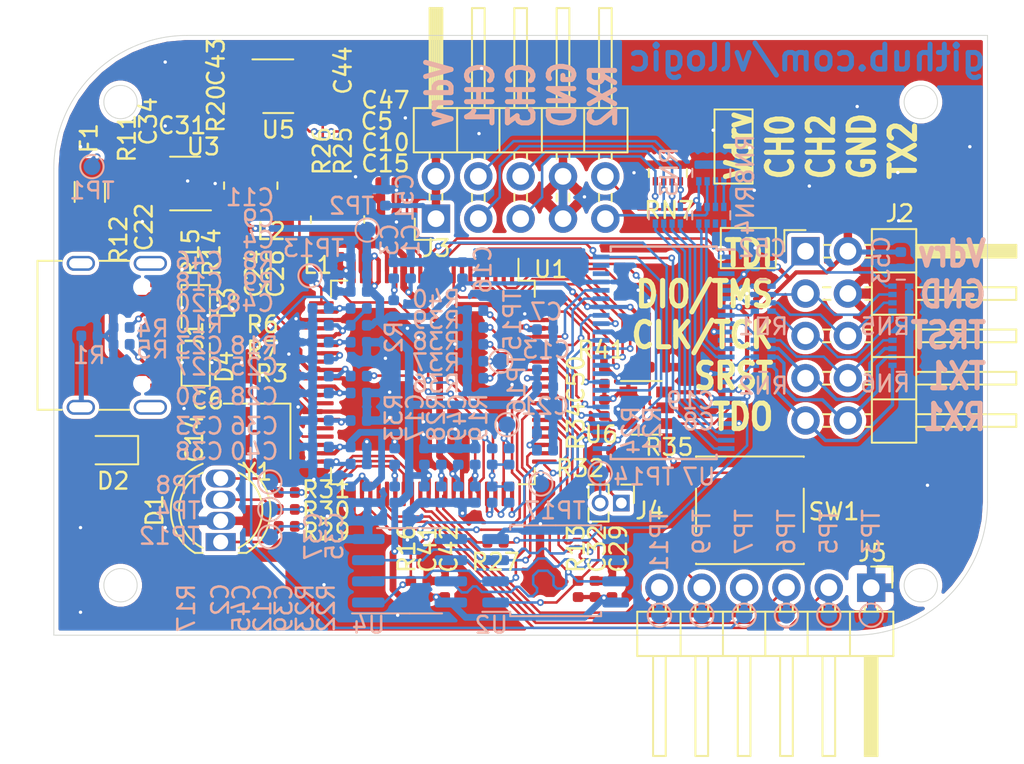
<source format=kicad_pcb>
(kicad_pcb (version 20171130) (host pcbnew "(5.1.5)-3")
  (layers (0 F.Cu signal) (31 B.Cu signal) (34 B.Paste user) (35 F.Paste user) (36 B.SilkS user) (37 F.SilkS user) (38 B.Mask user) (39 F.Mask user) (44 Edge.Cuts user))
  (net 0 "")
  (net 1 GND)
  (net 2 /VDD_SOC_IN)
  (net 3 /DCDC_SWITCH)
  (net 4 /XTALI)
  (net 5 /XTALO)
  (net 6 /USB_5V)
  (net 7 /VBUS_AD)
  (net 8 Vdrive)
  (net 9 /Vdirve_AD)
  (net 10 "Net-(D1-Pad4)")
  (net 11 "Net-(D1-Pad3)")
  (net 12 "Net-(D1-Pad1)")
  (net 13 "Net-(J1-PadB5)")
  (net 14 "Net-(J1-PadA5)")
  (net 15 "Net-(J1-PadS1)")
  (net 16 /RX.1)
  (net 17 /TDO|SWO)
  (net 18 /TX.1)
  (net 19 /SRST|SWRST)
  (net 20 /TRST)
  (net 21 /TCK|SWCLK)
  (net 22 /TMS|SWDIO)
  (net 23 /TDI)
  (net 24 /RX.2)
  (net 25 /TX.2)
  (net 26 /LOGIC_IN3)
  (net 27 /LOGIC_IN2)
  (net 28 /LOGIC_IN1)
  (net 29 /LOGIC_IN0)
  (net 30 "Net-(L1-Pad2)")
  (net 31 "Net-(L2-Pad2)")
  (net 32 /OTG1_DP)
  (net 33 /POR_B)
  (net 34 "Net-(R10-Pad1)")
  (net 35 /PMIC_ON_REQ)
  (net 36 /FSPI_A_SS0)
  (net 37 "Net-(R14-Pad2)")
  (net 38 /FSPI_A_SS1)
  (net 39 /JTAG_MOD)
  (net 40 /Vdrive_EN)
  (net 41 /TRACE_SWO)
  (net 42 /JTAG_TDI)
  (net 43 /JTAG_TCK)
  (net 44 /O_TRST)
  (net 45 /IO_TMS)
  (net 46 /O_TCK)
  (net 47 /O_TDI)
  (net 48 /I_RX1)
  (net 49 /I_TDO)
  (net 50 /O_SRST)
  (net 51 /I_LOGIC3)
  (net 52 /I_LOGIC1)
  (net 53 /I_LOGIC2)
  (net 54 /I_LOGIC0)
  (net 55 /I_RX2)
  (net 56 /O_TX2)
  (net 57 /KEY)
  (net 58 /JTAG_TMS)
  (net 59 /GIO_TRST|UART2_TX)
  (net 60 /ONOFF)
  (net 61 /FIO_TDO|UART2_RX)
  (net 62 /FSPI_A_DQS)
  (net 63 /FIO_LOGIC3)
  (net 64 /BOOT_MODE1)
  (net 65 /BOOT_MODE0)
  (net 66 /FSPI_A_D1)
  (net 67 /FSPI_A_D2)
  (net 68 /FSPI_A_D0)
  (net 69 /FSPI_A_CLK)
  (net 70 /FSPI_A_D3)
  (net 71 /FIO_TMS_DIR)
  (net 72 /GIO_IN_DIR)
  (net 73 /GIO_OUT_DIR)
  (net 74 /UART4_RX)
  (net 75 /UART4_TX)
  (net 76 /GIO_SRST)
  (net 77 /FIO_TMS_O)
  (net 78 /FIO_TMS_I)
  (net 79 /O_TX1)
  (net 80 /JTAG_TRSTB)
  (net 81 "Net-(C20-Pad1)")
  (net 82 "Net-(C22-Pad1)")
  (net 83 "Net-(C25-Pad1)")
  (net 84 "Net-(C28-Pad1)")
  (net 85 "Net-(C38-Pad1)")
  (net 86 "Net-(R21-Pad1)")
  (net 87 "Net-(J4-Pad1)")
  (net 88 /DCDC_3V3)
  (net 89 /Vdrive_CTRL3)
  (net 90 /Vdrive_CTRL4)
  (net 91 /JTAG_TDO)
  (net 92 /GIO_OE)
  (net 93 /BOOT_CFG0)
  (net 94 /BOOT_CFG1)
  (net 95 /BOOT_CFG2)
  (net 96 /UART3_RX)
  (net 97 /FIO|UART1_RX)
  (net 98 /FIO|UART1_TX)
  (net 99 "Net-(RN4-Pad8)")
  (net 100 "Net-(RN4-Pad7)")
  (net 101 /Vdrive_CTRL2)
  (net 102 /USB_DN)
  (net 103 /USB_DP)
  (net 104 /OTG1_DN)
  (net 105 "Net-(D2-Pad2)")
  (net 106 /VDD_SNVS_IN)
  (module Crystal:Crystal_SMD_3225-4Pin_3.2x2.5mm (layer F.Cu) (at 112.192 123.749 180)
    (fp_text reference Y1 (at 0 -2.45) (layer F.SilkS))
    (fp_text value "24M, 12pF")
    (pad 4 smd rect (at -1.1 -0.85 180) (size 1.4 1.2) (layers F.Cu F.Paste F.Mask) (net 1 GND))
    (pad 3 smd rect (at 1.1 -0.85 180) (size 1.4 1.2) (layers F.Cu F.Paste F.Mask) (net 5 /XTALO))
    (pad 2 smd rect (at 1.1 0.85 180) (size 1.4 1.2) (layers F.Cu F.Paste F.Mask) (net 1 GND))
    (pad 1 smd rect (at -1.1 0.85 180) (size 1.4 1.2) (layers F.Cu F.Paste F.Mask) (net 4 /XTALI))
  )
  (module Capacitor_SMD:C_0402_1005Metric (layer B.Cu) (at 150.7998 113.4872 270)
    (fp_text reference C53 (at 0 1.17 90) (layer B.SilkS) (effects (justify mirror)))
    (fp_text value 10uF)
    (pad 2 smd roundrect (at 0.485 0 270) (size 0.59 0.64) (layers B.Cu B.Paste B.Mask) (net 1 GND))
    (pad 1 smd roundrect (at -0.485 0 270) (size 0.59 0.64) (layers B.Cu B.Paste B.Mask) (net 8 Vdrive))
  )
  (module Capacitor_SMD:C_0402_1005Metric (layer B.Cu) (at 142.5448 113.8428)
    (fp_text reference C52 (at -0.0508 -1.0668 180) (layer B.SilkS) (effects (justify mirror)))
    (fp_text value 0.1uF)
    (pad 2 smd roundrect (at 0.485 0) (size 0.59 0.64) (layers B.Cu B.Paste B.Mask) (net 8 Vdrive))
    (pad 1 smd roundrect (at -0.485 0) (size 0.59 0.64) (layers B.Cu B.Paste B.Mask) (net 1 GND))
  )
  (module Capacitor_SMD:C_0402_1005Metric (layer B.Cu) (at 119.888 109.728 90)
    (fp_text reference C51 (at 0 1.17 90) (layer B.SilkS) (effects (justify mirror)))
    (fp_text value 10uF)
    (pad 2 smd roundrect (at 0.485 0 90) (size 0.59 0.64) (layers B.Cu B.Paste B.Mask) (net 1 GND))
    (pad 1 smd roundrect (at -0.485 0 90) (size 0.59 0.64) (layers B.Cu B.Paste B.Mask) (net 8 Vdrive))
  )
  (module Capacitor_SMD:C_0402_1005Metric (layer F.Cu) (at 133.0198 120.4214 270)
    (fp_text reference C50 (at 0.2286 1.7018 90) (layer F.SilkS))
    (fp_text value 0.1uF)
    (pad 2 smd roundrect (at 0.485 0 270) (size 0.59 0.64) (layers F.Cu F.Paste F.Mask) (net 88 /DCDC_3V3))
    (pad 1 smd roundrect (at -0.485 0 270) (size 0.59 0.64) (layers F.Cu F.Paste F.Mask) (net 1 GND))
  )
  (module Package_QFP:LQFP-80_12x12mm_P0.5mm (layer F.Cu) (at 122.733 120.828 270)
    (fp_text reference U1 (at -6.782 -7.061 180) (layer F.SilkS))
    (fp_text value MIMXRT1011)
    (pad 80 smd roundrect (at -4.75 -6.6875 270) (size 0.25 1.475) (layers F.Cu F.Paste F.Mask) (net 77 /FIO_TMS_O))
    (pad 79 smd roundrect (at -4.25 -6.6875 270) (size 0.25 1.475) (layers F.Cu F.Paste F.Mask) (net 61 /FIO_TDO|UART2_RX))
    (pad 78 smd roundrect (at -3.75 -6.6875 270) (size 0.25 1.475) (layers F.Cu F.Paste F.Mask) (net 1 GND))
    (pad 77 smd roundrect (at -3.25 -6.6875 270) (size 0.25 1.475) (layers F.Cu F.Paste F.Mask) (net 2 /VDD_SOC_IN))
    (pad 76 smd roundrect (at -2.75 -6.6875 270) (size 0.25 1.475) (layers F.Cu F.Paste F.Mask) (net 95 /BOOT_CFG2))
    (pad 75 smd roundrect (at -2.25 -6.6875 270) (size 0.25 1.475) (layers F.Cu F.Paste F.Mask) (net 94 /BOOT_CFG1))
    (pad 74 smd roundrect (at -1.75 -6.6875 270) (size 0.25 1.475) (layers F.Cu F.Paste F.Mask) (net 93 /BOOT_CFG0))
    (pad 73 smd roundrect (at -1.25 -6.6875 270) (size 0.25 1.475) (layers F.Cu F.Paste F.Mask) (net 64 /BOOT_MODE1))
    (pad 72 smd roundrect (at -0.75 -6.6875 270) (size 0.25 1.475) (layers F.Cu F.Paste F.Mask) (net 65 /BOOT_MODE0))
    (pad 71 smd roundrect (at -0.25 -6.6875 270) (size 0.25 1.475) (layers F.Cu F.Paste F.Mask) (net 88 /DCDC_3V3))
    (pad 70 smd roundrect (at 0.25 -6.6875 270) (size 0.25 1.475) (layers F.Cu F.Paste F.Mask) (net 38 /FSPI_A_SS1))
    (pad 69 smd roundrect (at 0.75 -6.6875 270) (size 0.25 1.475) (layers F.Cu F.Paste F.Mask) (net 36 /FSPI_A_SS0))
    (pad 68 smd roundrect (at 1.25 -6.6875 270) (size 0.25 1.475) (layers F.Cu F.Paste F.Mask) (net 66 /FSPI_A_D1))
    (pad 67 smd roundrect (at 1.75 -6.6875 270) (size 0.25 1.475) (layers F.Cu F.Paste F.Mask) (net 67 /FSPI_A_D2))
    (pad 66 smd roundrect (at 2.25 -6.6875 270) (size 0.25 1.475) (layers F.Cu F.Paste F.Mask) (net 68 /FSPI_A_D0))
    (pad 65 smd roundrect (at 2.75 -6.6875 270) (size 0.25 1.475) (layers F.Cu F.Paste F.Mask) (net 69 /FSPI_A_CLK))
    (pad 64 smd roundrect (at 3.25 -6.6875 270) (size 0.25 1.475) (layers F.Cu F.Paste F.Mask) (net 70 /FSPI_A_D3))
    (pad 63 smd roundrect (at 3.75 -6.6875 270) (size 0.25 1.475) (layers F.Cu F.Paste F.Mask) (net 88 /DCDC_3V3))
    (pad 62 smd roundrect (at 4.25 -6.6875 270) (size 0.25 1.475) (layers F.Cu F.Paste F.Mask) (net 62 /FSPI_A_DQS))
    (pad 61 smd roundrect (at 4.75 -6.6875 270) (size 0.25 1.475) (layers F.Cu F.Paste F.Mask) (net 76 /GIO_SRST))
    (pad 60 smd roundrect (at 6.6875 -4.75 270) (size 1.475 0.25) (layers F.Cu F.Paste F.Mask) (net 59 /GIO_TRST|UART2_TX))
    (pad 59 smd roundrect (at 6.6875 -4.25 270) (size 1.475 0.25) (layers F.Cu F.Paste F.Mask) (net 41 /TRACE_SWO))
    (pad 58 smd roundrect (at 6.6875 -3.75 270) (size 1.475 0.25) (layers F.Cu F.Paste F.Mask) (net 101 /Vdrive_CTRL2))
    (pad 57 smd roundrect (at 6.6875 -3.25 270) (size 1.475 0.25) (layers F.Cu F.Paste F.Mask) (net 89 /Vdrive_CTRL3))
    (pad 56 smd roundrect (at 6.6875 -2.75 270) (size 1.475 0.25) (layers F.Cu F.Paste F.Mask) (net 90 /Vdrive_CTRL4))
    (pad 55 smd roundrect (at 6.6875 -2.25 270) (size 1.475 0.25) (layers F.Cu F.Paste F.Mask) (net 7 /VBUS_AD))
    (pad 54 smd roundrect (at 6.6875 -1.75 270) (size 1.475 0.25) (layers F.Cu F.Paste F.Mask) (net 1 GND))
    (pad 53 smd roundrect (at 6.6875 -1.25 270) (size 1.475 0.25) (layers F.Cu F.Paste F.Mask) (net 2 /VDD_SOC_IN))
    (pad 52 smd roundrect (at 6.6875 -0.75 270) (size 1.475 0.25) (layers F.Cu F.Paste F.Mask) (net 9 /Vdirve_AD))
    (pad 51 smd roundrect (at 6.6875 -0.25 270) (size 1.475 0.25) (layers F.Cu F.Paste F.Mask) (net 96 /UART3_RX))
    (pad 50 smd roundrect (at 6.6875 0.25 270) (size 1.475 0.25) (layers F.Cu F.Paste F.Mask) (net 88 /DCDC_3V3))
    (pad 49 smd roundrect (at 6.6875 0.75 270) (size 1.475 0.25) (layers F.Cu F.Paste F.Mask) (net 80 /JTAG_TRSTB))
    (pad 48 smd roundrect (at 6.6875 1.25 270) (size 1.475 0.25) (layers F.Cu F.Paste F.Mask) (net 91 /JTAG_TDO))
    (pad 47 smd roundrect (at 6.6875 1.75 270) (size 1.475 0.25) (layers F.Cu F.Paste F.Mask) (net 42 /JTAG_TDI))
    (pad 46 smd roundrect (at 6.6875 2.25 270) (size 1.475 0.25) (layers F.Cu F.Paste F.Mask) (net 39 /JTAG_MOD))
    (pad 45 smd roundrect (at 6.6875 2.75 270) (size 1.475 0.25) (layers F.Cu F.Paste F.Mask) (net 43 /JTAG_TCK))
    (pad 44 smd roundrect (at 6.6875 3.25 270) (size 1.475 0.25) (layers F.Cu F.Paste F.Mask) (net 58 /JTAG_TMS))
    (pad 43 smd roundrect (at 6.6875 3.75 270) (size 1.475 0.25) (layers F.Cu F.Paste F.Mask) (net 63 /FIO_LOGIC3))
    (pad 42 smd roundrect (at 6.6875 4.25 270) (size 1.475 0.25) (layers F.Cu F.Paste F.Mask) (net 88 /DCDC_3V3))
    (pad 41 smd roundrect (at 6.6875 4.75 270) (size 1.475 0.25) (layers F.Cu F.Paste F.Mask) (net 1 GND))
    (pad 40 smd roundrect (at 4.75 6.6875 270) (size 0.25 1.475) (layers F.Cu F.Paste F.Mask) (net 85 "Net-(C38-Pad1)"))
    (pad 39 smd roundrect (at 4.25 6.6875 270) (size 0.25 1.475) (layers F.Cu F.Paste F.Mask) (net 88 /DCDC_3V3))
    (pad 38 smd roundrect (at 3.75 6.6875 270) (size 0.25 1.475) (layers F.Cu F.Paste F.Mask) (net 5 /XTALO))
    (pad 37 smd roundrect (at 3.25 6.6875 270) (size 0.25 1.475) (layers F.Cu F.Paste F.Mask) (net 4 /XTALI))
    (pad 36 smd roundrect (at 2.75 6.6875 270) (size 0.25 1.475) (layers F.Cu F.Paste F.Mask))
    (pad 35 smd roundrect (at 2.25 6.6875 270) (size 0.25 1.475) (layers F.Cu F.Paste F.Mask) (net 84 "Net-(C28-Pad1)"))
    (pad 34 smd roundrect (at 1.75 6.6875 270) (size 0.25 1.475) (layers F.Cu F.Paste F.Mask) (net 1 GND))
    (pad 33 smd roundrect (at 1.25 6.6875 270) (size 0.25 1.475) (layers F.Cu F.Paste F.Mask) (net 32 /OTG1_DP))
    (pad 32 smd roundrect (at 0.75 6.6875 270) (size 0.25 1.475) (layers F.Cu F.Paste F.Mask) (net 104 /OTG1_DN))
    (pad 31 smd roundrect (at 0.25 6.6875 270) (size 0.25 1.475) (layers F.Cu F.Paste F.Mask) (net 83 "Net-(C25-Pad1)"))
    (pad 30 smd roundrect (at -0.25 6.6875 270) (size 0.25 1.475) (layers F.Cu F.Paste F.Mask) (net 1 GND))
    (pad 29 smd roundrect (at -0.75 6.6875 270) (size 0.25 1.475) (layers F.Cu F.Paste F.Mask) (net 6 /USB_5V))
    (pad 28 smd roundrect (at -1.25 6.6875 270) (size 0.25 1.475) (layers F.Cu F.Paste F.Mask))
    (pad 27 smd roundrect (at -1.75 6.6875 270) (size 0.25 1.475) (layers F.Cu F.Paste F.Mask) (net 34 "Net-(R10-Pad1)"))
    (pad 26 smd roundrect (at -2.25 6.6875 270) (size 0.25 1.475) (layers F.Cu F.Paste F.Mask) (net 81 "Net-(C20-Pad1)"))
    (pad 25 smd roundrect (at -2.75 6.6875 270) (size 0.25 1.475) (layers F.Cu F.Paste F.Mask) (net 106 /VDD_SNVS_IN))
    (pad 24 smd roundrect (at -3.25 6.6875 270) (size 0.25 1.475) (layers F.Cu F.Paste F.Mask) (net 35 /PMIC_ON_REQ))
    (pad 23 smd roundrect (at -3.75 6.6875 270) (size 0.25 1.475) (layers F.Cu F.Paste F.Mask) (net 1 GND))
    (pad 22 smd roundrect (at -4.25 6.6875 270) (size 0.25 1.475) (layers F.Cu F.Paste F.Mask) (net 33 /POR_B))
    (pad 21 smd roundrect (at -4.75 6.6875 270) (size 0.25 1.475) (layers F.Cu F.Paste F.Mask) (net 60 /ONOFF))
    (pad 20 smd roundrect (at -6.6875 4.75 270) (size 1.475 0.25) (layers F.Cu F.Paste F.Mask) (net 1 GND))
    (pad 19 smd roundrect (at -6.6875 4.25 270) (size 1.475 0.25) (layers F.Cu F.Paste F.Mask) (net 30 "Net-(L1-Pad2)"))
    (pad 18 smd roundrect (at -6.6875 3.75 270) (size 1.475 0.25) (layers F.Cu F.Paste F.Mask) (net 88 /DCDC_3V3))
    (pad 17 smd roundrect (at -6.6875 3.25 270) (size 1.475 0.25) (layers F.Cu F.Paste F.Mask) (net 88 /DCDC_3V3))
    (pad 16 smd roundrect (at -6.6875 2.75 270) (size 1.475 0.25) (layers F.Cu F.Paste F.Mask) (net 1 GND))
    (pad 15 smd roundrect (at -6.6875 2.25 270) (size 1.475 0.25) (layers F.Cu F.Paste F.Mask) (net 3 /DCDC_SWITCH))
    (pad 14 smd roundrect (at -6.6875 1.75 270) (size 1.475 0.25) (layers F.Cu F.Paste F.Mask) (net 2 /VDD_SOC_IN))
    (pad 13 smd roundrect (at -6.6875 1.25 270) (size 1.475 0.25) (layers F.Cu F.Paste F.Mask))
    (pad 12 smd roundrect (at -6.6875 0.75 270) (size 1.475 0.25) (layers F.Cu F.Paste F.Mask) (net 40 /Vdrive_EN))
    (pad 11 smd roundrect (at -6.6875 0.25 270) (size 1.475 0.25) (layers F.Cu F.Paste F.Mask) (net 57 /KEY))
    (pad 10 smd roundrect (at -6.6875 -0.25 270) (size 1.475 0.25) (layers F.Cu F.Paste F.Mask) (net 73 /GIO_OUT_DIR))
    (pad 9 smd roundrect (at -6.6875 -0.75 270) (size 1.475 0.25) (layers F.Cu F.Paste F.Mask) (net 92 /GIO_OE))
    (pad 8 smd roundrect (at -6.6875 -1.25 270) (size 1.475 0.25) (layers F.Cu F.Paste F.Mask) (net 74 /UART4_RX))
    (pad 7 smd roundrect (at -6.6875 -1.75 270) (size 1.475 0.25) (layers F.Cu F.Paste F.Mask) (net 88 /DCDC_3V3))
    (pad 6 smd roundrect (at -6.6875 -2.25 270) (size 1.475 0.25) (layers F.Cu F.Paste F.Mask) (net 75 /UART4_TX))
    (pad 5 smd roundrect (at -6.6875 -2.75 270) (size 1.475 0.25) (layers F.Cu F.Paste F.Mask) (net 72 /GIO_IN_DIR))
    (pad 4 smd roundrect (at -6.6875 -3.25 270) (size 1.475 0.25) (layers F.Cu F.Paste F.Mask) (net 78 /FIO_TMS_I))
    (pad 3 smd roundrect (at -6.6875 -3.75 270) (size 1.475 0.25) (layers F.Cu F.Paste F.Mask) (net 97 /FIO|UART1_RX))
    (pad 2 smd roundrect (at -6.6875 -4.25 270) (size 1.475 0.25) (layers F.Cu F.Paste F.Mask) (net 98 /FIO|UART1_TX))
    (pad 1 smd roundrect (at -6.6875 -4.75 270) (size 1.475 0.25) (layers F.Cu F.Paste F.Mask) (net 71 /FIO_TMS_DIR))
  )
  (module Connector_PinHeader_2.54mm:PinHeader_2x05_P2.54mm_Horizontal (layer F.Cu) (at 122.92 111 90)
    (fp_text reference J3 (at -1.776 0.016 180) (layer F.SilkS))
    (fp_text value LogicIN/UART1)
    (pad 10 thru_hole oval (at 2.54 10.16 90) (size 1.7 1.7) (drill 1) (layers *.Cu *.Mask) (net 24 /RX.2))
    (pad 9 thru_hole oval (at 0 10.16 90) (size 1.7 1.7) (drill 1) (layers *.Cu *.Mask) (net 25 /TX.2))
    (pad 8 thru_hole oval (at 2.54 7.62 90) (size 1.7 1.7) (drill 1) (layers *.Cu *.Mask) (net 1 GND))
    (pad 7 thru_hole oval (at 0 7.62 90) (size 1.7 1.7) (drill 1) (layers *.Cu *.Mask) (net 1 GND))
    (pad 6 thru_hole oval (at 2.54 5.08 90) (size 1.7 1.7) (drill 1) (layers *.Cu *.Mask) (net 26 /LOGIC_IN3))
    (pad 5 thru_hole oval (at 0 5.08 90) (size 1.7 1.7) (drill 1) (layers *.Cu *.Mask) (net 27 /LOGIC_IN2))
    (pad 4 thru_hole oval (at 2.54 2.54 90) (size 1.7 1.7) (drill 1) (layers *.Cu *.Mask) (net 28 /LOGIC_IN1))
    (pad 3 thru_hole oval (at 0 2.54 90) (size 1.7 1.7) (drill 1) (layers *.Cu *.Mask) (net 29 /LOGIC_IN0))
    (pad 2 thru_hole oval (at 2.54 0 90) (size 1.7 1.7) (drill 1) (layers *.Cu *.Mask) (net 8 Vdrive))
    (pad 1 thru_hole rect (at 0 0 90) (size 1.7 1.7) (drill 1) (layers *.Cu *.Mask) (net 8 Vdrive))
  )
  (module Fuse:Fuse_1206_3216Metric (layer F.Cu) (at 102.159 109.395 270)
    (fp_text reference F1 (at -3.223 0.051 90) (layer F.SilkS))
    (fp_text value Polyfuse,2A)
    (pad 2 smd roundrect (at 1.4 0 270) (size 1.25 1.75) (layers F.Cu F.Paste F.Mask) (roundrect_rratio 0.2) (net 105 "Net-(D2-Pad2)"))
    (pad 1 smd roundrect (at -1.4 0 270) (size 1.25 1.75) (layers F.Cu F.Paste F.Mask) (roundrect_rratio 0.2) (net 6 /USB_5V))
  )
  (module Resistor_SMD:R_Array_Concave_4x0402 (layer B.Cu) (at 139.4335 108.255 90)
    (fp_text reference RN8 (at 0.813 2.0445 90) (layer B.SilkS) (effects (justify mirror)))
    (fp_text value 220k)
    (pad 5 smd rect (at 0.5 -0.75 90) (size 0.5 0.32) (layers B.Cu B.Paste B.Mask) (net 1 GND))
    (pad 6 smd rect (at 0.5 -0.25 90) (size 0.5 0.32) (layers B.Cu B.Paste B.Mask) (net 1 GND))
    (pad 8 smd rect (at 0.5 0.75 90) (size 0.5 0.32) (layers B.Cu B.Paste B.Mask) (net 1 GND))
    (pad 7 smd rect (at 0.5 0.25 90) (size 0.5 0.32) (layers B.Cu B.Paste B.Mask) (net 1 GND))
    (pad 4 smd rect (at -0.5 -0.75 90) (size 0.5 0.32) (layers B.Cu B.Paste B.Mask) (net 24 /RX.2))
    (pad 2 smd rect (at -0.5 0.25 90) (size 0.5 0.32) (layers B.Cu B.Paste B.Mask) (net 100 "Net-(RN4-Pad7)"))
    (pad 3 smd rect (at -0.5 -0.25 90) (size 0.5 0.32) (layers B.Cu B.Paste B.Mask) (net 25 /TX.2))
    (pad 1 smd rect (at -0.5 0.75 90) (size 0.5 0.32) (layers B.Cu B.Paste B.Mask) (net 99 "Net-(RN4-Pad8)"))
  )
  (module TestPoint:TestPoint_Pad_D1.0mm (layer B.Cu) (at 129.21 126.924)
    (fp_text reference TP17 (at 0.838 1.6) (layer B.SilkS) (effects (justify mirror)))
    (fp_text value TestPoint)
    (pad 1 smd circle (at 0 0) (size 1 1) (layers B.Cu B.Mask) (net 62 /FSPI_A_DQS))
  )
  (module TestPoint:TestPoint_Pad_D1.0mm (layer B.Cu) (at 127.178 123.368)
    (fp_text reference TP16 (at 0.584 -2.464 90) (layer B.SilkS) (effects (justify mirror)))
    (fp_text value TestPoint)
    (pad 1 smd circle (at 0 0) (size 1 1) (layers B.Cu B.Mask) (net 41 /TRACE_SWO))
  )
  (module TestPoint:TestPoint_Pad_D1.0mm (layer B.Cu) (at 126.797 119.558)
    (fp_text reference TP15 (at 0.711 -2.464 90) (layer B.SilkS) (effects (justify mirror)))
    (fp_text value TestPoint)
    (pad 1 smd circle (at 0 0) (size 1 1) (layers B.Cu B.Mask) (net 64 /BOOT_MODE1))
  )
  (module TestPoint:TestPoint_Pad_D1.0mm (layer B.Cu) (at 132.766 126.289)
    (fp_text reference TP14 (at 2.616 0.203) (layer B.SilkS) (effects (justify mirror)))
    (fp_text value TestPoint)
    (pad 1 smd circle (at 0 0) (size 1 1) (layers B.Cu B.Mask) (net 65 /BOOT_MODE0))
  )
  (module TestPoint:TestPoint_Pad_D1.0mm (layer B.Cu) (at 115.367 114.4272)
    (fp_text reference TP13 (at 0.203 -1.6512) (layer B.SilkS) (effects (justify mirror)))
    (fp_text value TestPoint)
    (pad 1 smd circle (at 0 0) (size 1 1) (layers B.Cu B.Mask) (net 60 /ONOFF))
  )
  (module TestPoint:TestPoint_Pad_D1.0mm (layer B.Cu) (at 112.954 130.099)
    (fp_text reference TP12 (at -6.02 -0.051) (layer B.SilkS) (effects (justify mirror)))
    (fp_text value TestPoint)
    (pad 1 smd circle (at 0 0) (size 1 1) (layers B.Cu B.Mask) (net 39 /JTAG_MOD))
  )
  (module TestPoint:TestPoint_Pad_D1.0mm (layer B.Cu) (at 136.322 134.798)
    (fp_text reference TP11 (at 0 -4.496 90) (layer B.SilkS) (effects (justify mirror)))
    (fp_text value TestPoint)
    (pad 1 smd circle (at 0 0) (size 1 1) (layers B.Cu B.Mask) (net 80 /JTAG_TRSTB))
  )
  (module TestPoint:TestPoint_Pad_D1.0mm (layer B.Cu) (at 138.862 134.798)
    (fp_text reference TP9 (at 0 -5.004 90) (layer B.SilkS) (effects (justify mirror)))
    (fp_text value TestPoint)
    (pad 1 smd circle (at 0 0) (size 1 1) (layers B.Cu B.Mask) (net 96 /UART3_RX))
  )
  (module TestPoint:TestPoint_Pad_D1.0mm (layer B.Cu) (at 112.954 126.797)
    (fp_text reference TP8 (at -5.512 0.203) (layer B.SilkS) (effects (justify mirror)))
    (fp_text value TestPoint)
    (pad 1 smd circle (at 0 0) (size 1 1) (layers B.Cu B.Mask) (net 91 /JTAG_TDO))
  )
  (module TestPoint:TestPoint_Pad_D1.0mm (layer B.Cu) (at 141.402 134.798)
    (fp_text reference TP7 (at 0 -5.004 90) (layer B.SilkS) (effects (justify mirror)))
    (fp_text value TestPoint)
    (pad 1 smd circle (at 0 0) (size 1 1) (layers B.Cu B.Mask) (net 33 /POR_B))
  )
  (module TestPoint:TestPoint_Pad_D1.0mm (layer B.Cu) (at 143.942 134.798)
    (fp_text reference TP6 (at 0 -5.004 90) (layer B.SilkS) (effects (justify mirror)))
    (fp_text value TestPoint)
    (pad 1 smd circle (at 0 0) (size 1 1) (layers B.Cu B.Mask) (net 43 /JTAG_TCK))
  )
  (module TestPoint:TestPoint_Pad_D1.0mm (layer B.Cu) (at 146.482 134.798)
    (fp_text reference TP5 (at 0 -5.004 90) (layer B.SilkS) (effects (justify mirror)))
    (fp_text value TestPoint)
    (pad 1 smd circle (at 0 0) (size 1 1) (layers B.Cu B.Mask) (net 58 /JTAG_TMS))
  )
  (module TestPoint:TestPoint_Pad_D1.0mm (layer B.Cu) (at 112.954 128.448)
    (fp_text reference TP4 (at -5.512 0.076) (layer B.SilkS) (effects (justify mirror)))
    (fp_text value TestPoint)
    (pad 1 smd circle (at 0 0) (size 1 1) (layers B.Cu B.Mask) (net 42 /JTAG_TDI))
  )
  (module TestPoint:TestPoint_Pad_D1.0mm (layer B.Cu) (at 149.022 134.798)
    (fp_text reference TP3 (at 0 -5.004 90) (layer B.SilkS) (effects (justify mirror)))
    (fp_text value TestPoint)
    (pad 1 smd circle (at 0 0) (size 1 1) (layers B.Cu B.Mask) (net 1 GND))
  )
  (module TestPoint:TestPoint_Pad_D1.0mm (layer B.Cu) (at 118.796 111.684)
    (fp_text reference TP2 (at -0.94 -1.448) (layer B.SilkS) (effects (justify mirror)))
    (fp_text value TestPoint)
    (pad 1 smd circle (at 0 0) (size 1 1) (layers B.Cu B.Mask) (net 88 /DCDC_3V3))
  )
  (module TestPoint:TestPoint_Pad_D1.0mm (layer B.Cu) (at 102.286 107.874)
    (fp_text reference TP1 (at 0 1.448) (layer B.SilkS) (effects (justify mirror)))
    (fp_text value TestPoint)
    (pad 1 smd circle (at 0 0) (size 1 1) (layers B.Cu B.Mask) (net 6 /USB_5V))
  )
  (module Button_Switch_SMD:SW_SPST_PTS645 (layer F.Cu) (at 141.75 128.5)
    (fp_text reference SW1 (at 5.042 0.075) (layer F.SilkS))
    (fp_text value SW_Push)
    (pad 2 smd rect (at 3.98 2.25) (size 1.55 1.3) (layers F.Cu F.Paste F.Mask) (net 1 GND))
    (pad 1 smd rect (at 3.98 -2.25) (size 1.55 1.3) (layers F.Cu F.Paste F.Mask) (net 57 /KEY))
    (pad 1 smd rect (at -3.98 -2.25) (size 1.55 1.3) (layers F.Cu F.Paste F.Mask) (net 57 /KEY))
    (pad 2 smd rect (at -3.98 2.25) (size 1.55 1.3) (layers F.Cu F.Paste F.Mask) (net 1 GND))
  )
  (module Connector_PinHeader_2.54mm:PinHeader_1x06_P2.54mm_Horizontal (layer F.Cu) (at 149.022 133.147 270)
    (fp_text reference J5 (at -2.083 -0.076 180) (layer F.SilkS))
    (fp_text value Debug)
    (pad 6 thru_hole oval (at 0 12.7 270) (size 1.7 1.7) (drill 1) (layers *.Cu *.Mask) (net 80 /JTAG_TRSTB))
    (pad 5 thru_hole oval (at 0 10.16 270) (size 1.7 1.7) (drill 1) (layers *.Cu *.Mask) (net 96 /UART3_RX))
    (pad 4 thru_hole oval (at 0 7.62 270) (size 1.7 1.7) (drill 1) (layers *.Cu *.Mask) (net 33 /POR_B))
    (pad 3 thru_hole oval (at 0 5.08 270) (size 1.7 1.7) (drill 1) (layers *.Cu *.Mask) (net 43 /JTAG_TCK))
    (pad 2 thru_hole oval (at 0 2.54 270) (size 1.7 1.7) (drill 1) (layers *.Cu *.Mask) (net 58 /JTAG_TMS))
    (pad 1 thru_hole rect (at 0 0 270) (size 1.7 1.7) (drill 1) (layers *.Cu *.Mask) (net 1 GND))
  )
  (module Resistor_SMD:R_0402_1005Metric (layer F.Cu) (at 136.2202 119.9134 180)
    (fp_text reference R41 (at 3.3782 1.0414 180) (layer F.SilkS))
    (fp_text value 47k)
    (pad 2 smd roundrect (at 0.485 0 180) (size 0.59 0.64) (layers F.Cu F.Paste F.Mask) (net 71 /FIO_TMS_DIR))
    (pad 1 smd roundrect (at -0.485 0 180) (size 0.59 0.64) (layers F.Cu F.Paste F.Mask) (net 1 GND))
  )
  (module Resistor_SMD:R_0402_1005Metric (layer B.Cu) (at 125.273 116.51)
    (fp_text reference R40 (at -2.337 -0.686) (layer B.SilkS) (effects (justify mirror)))
    (fp_text value 47k)
    (pad 2 smd roundrect (at 0.485 0) (size 0.59 0.64) (layers B.Cu B.Paste B.Mask) (net 95 /BOOT_CFG2))
    (pad 1 smd roundrect (at -0.485 0) (size 0.59 0.64) (layers B.Cu B.Paste B.Mask) (net 1 GND))
  )
  (module Resistor_SMD:R_0402_1005Metric (layer B.Cu) (at 125.273 117.526)
    (fp_text reference R39 (at -2.337 -0.432) (layer B.SilkS) (effects (justify mirror)))
    (fp_text value 47k)
    (pad 2 smd roundrect (at 0.485 0) (size 0.59 0.64) (layers B.Cu B.Paste B.Mask) (net 94 /BOOT_CFG1))
    (pad 1 smd roundrect (at -0.485 0) (size 0.59 0.64) (layers B.Cu B.Paste B.Mask) (net 1 GND))
  )
  (module Resistor_SMD:R_0402_1005Metric (layer B.Cu) (at 125.273 118.542)
    (fp_text reference R38 (at -2.337 -0.178) (layer B.SilkS) (effects (justify mirror)))
    (fp_text value 47k)
    (pad 2 smd roundrect (at 0.485 0) (size 0.59 0.64) (layers B.Cu B.Paste B.Mask) (net 93 /BOOT_CFG0))
    (pad 1 smd roundrect (at -0.485 0) (size 0.59 0.64) (layers B.Cu B.Paste B.Mask) (net 1 GND))
  )
  (module Resistor_SMD:R_0402_1005Metric (layer B.Cu) (at 125.273 119.558)
    (fp_text reference R37 (at -2.337 0.076) (layer B.SilkS) (effects (justify mirror)))
    (fp_text value 47k)
    (pad 2 smd roundrect (at 0.485 0) (size 0.59 0.64) (layers B.Cu B.Paste B.Mask) (net 64 /BOOT_MODE1))
    (pad 1 smd roundrect (at -0.485 0) (size 0.59 0.64) (layers B.Cu B.Paste B.Mask) (net 1 GND))
  )
  (module Resistor_SMD:R_0402_1005Metric (layer B.Cu) (at 125.273 120.574)
    (fp_text reference R36 (at -2.337 0.33) (layer B.SilkS) (effects (justify mirror)))
    (fp_text value 47k)
    (pad 2 smd roundrect (at 0.485 0) (size 0.59 0.64) (layers B.Cu B.Paste B.Mask) (net 65 /BOOT_MODE0))
    (pad 1 smd roundrect (at -0.485 0) (size 0.59 0.64) (layers B.Cu B.Paste B.Mask) (net 1 GND))
  )
  (module Resistor_SMD:R_0402_1005Metric (layer F.Cu) (at 133.909 124.892)
    (fp_text reference R35 (at 2.997 -0.178) (layer F.SilkS))
    (fp_text value 47k)
    (pad 2 smd roundrect (at 0.485 0) (size 0.59 0.64) (layers F.Cu F.Paste F.Mask) (net 88 /DCDC_3V3))
    (pad 1 smd roundrect (at -0.485 0) (size 0.59 0.64) (layers F.Cu F.Paste F.Mask) (net 92 /GIO_OE))
  )
  (module Resistor_SMD:R_0402_1005Metric (layer F.Cu) (at 133.02 122.352 270)
    (fp_text reference R34 (at 1.092 1.702 90) (layer F.SilkS))
    (fp_text value 47k,NC)
    (pad 2 smd roundrect (at 0.485 0 270) (size 0.59 0.64) (layers F.Cu F.Paste F.Mask) (net 77 /FIO_TMS_O))
    (pad 1 smd roundrect (at -0.485 0 270) (size 0.59 0.64) (layers F.Cu F.Paste F.Mask) (net 88 /DCDC_3V3))
  )
  (module Diode_SMD:D_SOD-323 (layer F.Cu) (at 108.509 119.5326 90)
    (fp_text reference D4 (at -0.3554 1.727 90) (layer F.SilkS))
    (fp_text value LESD3Z5.0C)
    (pad 2 smd rect (at 1.05 0 90) (size 0.6 0.45) (layers F.Cu F.Paste F.Mask) (net 103 /USB_DP))
    (pad 1 smd rect (at -1.05 0 90) (size 0.6 0.45) (layers F.Cu F.Paste F.Mask) (net 1 GND))
  )
  (module Diode_SMD:D_SOD-323 (layer F.Cu) (at 108.509 116.4846 270)
    (fp_text reference D3 (at -0.4066 -1.85 90) (layer F.SilkS))
    (fp_text value LESD3Z5.0C)
    (pad 2 smd rect (at 1.05 0 270) (size 0.6 0.45) (layers F.Cu F.Paste F.Mask) (net 102 /USB_DN))
    (pad 1 smd rect (at -1.05 0 270) (size 0.6 0.45) (layers F.Cu F.Paste F.Mask) (net 1 GND))
  )
  (module Diode_SMD:D_SOD-323 (layer F.Cu) (at 103.556 124.892 180)
    (fp_text reference D2 (at 0 -1.85) (layer F.SilkS))
    (fp_text value LESD3Z5.0C)
    (pad 2 smd rect (at 1.05 0 180) (size 0.6 0.45) (layers F.Cu F.Paste F.Mask) (net 105 "Net-(D2-Pad2)"))
    (pad 1 smd rect (at -1.05 0 180) (size 0.6 0.45) (layers F.Cu F.Paste F.Mask) (net 1 GND))
  )
  (module Capacitor_SMD:C_0402_1005Metric (layer B.Cu) (at 124.257 125.273 90)
    (fp_text reference C49 (at 2.337 -0.051 90) (layer B.SilkS) (effects (justify mirror)))
    (fp_text value 4.7uF)
    (pad 2 smd roundrect (at 0.485 0 90) (size 0.59 0.64) (layers B.Cu B.Paste B.Mask) (net 1 GND))
    (pad 1 smd roundrect (at -0.485 0 90) (size 0.59 0.64) (layers B.Cu B.Paste B.Mask) (net 2 /VDD_SOC_IN))
  )
  (module Capacitor_SMD:C_0402_1005Metric (layer B.Cu) (at 118.288 118.415)
    (fp_text reference C48 (at -6.528 -2.337) (layer B.SilkS) (effects (justify mirror)))
    (fp_text value 4.7uF)
    (pad 2 smd roundrect (at 0.485 0) (size 0.59 0.64) (layers B.Cu B.Paste B.Mask) (net 1 GND))
    (pad 1 smd roundrect (at -0.485 0) (size 0.59 0.64) (layers B.Cu B.Paste B.Mask) (net 81 "Net-(C20-Pad1)"))
  )
  (module Capacitor_SMD:C_0402_1005Metric (layer F.Cu) (at 120.066 108.8265)
    (fp_text reference C47 (at -0.178 -4.9405 180) (layer F.SilkS))
    (fp_text value 10uF)
    (pad 2 smd roundrect (at 0.485 0) (size 0.59 0.64) (layers F.Cu F.Paste F.Mask) (net 1 GND))
    (pad 1 smd roundrect (at -0.485 0) (size 0.59 0.64) (layers F.Cu F.Paste F.Mask) (net 2 /VDD_SOC_IN))
  )
  (module Resistor_SMD:R_0402_1005Metric (layer F.Cu) (at 133.909 125.908)
    (fp_text reference R32 (at -2.337 0.076) (layer F.SilkS))
    (fp_text value 4.7k)
    (pad 2 smd roundrect (at 0.485 0) (size 0.59 0.64) (layers F.Cu F.Paste F.Mask) (net 88 /DCDC_3V3))
    (pad 1 smd roundrect (at -0.485 0) (size 0.59 0.64) (layers F.Cu F.Paste F.Mask) (net 87 "Net-(J4-Pad1)"))
  )
  (module Resistor_SMD:R_0402_1005Metric (layer B.Cu) (at 120.447 127.559 90)
    (fp_text reference R17 (at -6.807 -12.497 90) (layer B.SilkS) (effects (justify mirror)))
    (fp_text value 10k,NC)
    (pad 2 smd roundrect (at 0.485 0 90) (size 0.59 0.64) (layers B.Cu B.Paste B.Mask) (net 39 /JTAG_MOD))
    (pad 1 smd roundrect (at -0.485 0 90) (size 0.59 0.64) (layers B.Cu B.Paste B.Mask) (net 88 /DCDC_3V3))
  )
  (module Connector_PinHeader_1.27mm:PinHeader_1x02_P1.27mm_Vertical (layer F.Cu) (at 134.036 128.067 270)
    (fp_text reference J4 (at 0.457 -1.695 180) (layer F.SilkS))
    (fp_text value NC)
    (pad 2 thru_hole oval (at 0 1.27 270) (size 1 1) (drill 0.65) (layers *.Cu *.Mask) (net 65 /BOOT_MODE0))
    (pad 1 thru_hole rect (at 0 0 270) (size 1 1) (drill 0.65) (layers *.Cu *.Mask) (net 87 "Net-(J4-Pad1)"))
  )
  (module Package_SO:SOIC-8_3.9x4.9mm_P1.27mm (layer B.Cu) (at 121.336 132.131)
    (fp_text reference U4 (at -2.464 3.251) (layer B.SilkS) (effects (justify mirror)))
    (fp_text value "PSRAM, NC")
    (pad 8 smd roundrect (at 2.475 1.905) (size 1.95 0.6) (layers B.Cu B.Paste B.Mask) (net 88 /DCDC_3V3))
    (pad 7 smd roundrect (at 2.475 0.635) (size 1.95 0.6) (layers B.Cu B.Paste B.Mask) (net 70 /FSPI_A_D3))
    (pad 6 smd roundrect (at 2.475 -0.635) (size 1.95 0.6) (layers B.Cu B.Paste B.Mask) (net 69 /FSPI_A_CLK))
    (pad 5 smd roundrect (at 2.475 -1.905) (size 1.95 0.6) (layers B.Cu B.Paste B.Mask) (net 68 /FSPI_A_D0))
    (pad 4 smd roundrect (at -2.475 -1.905) (size 1.95 0.6) (layers B.Cu B.Paste B.Mask) (net 1 GND))
    (pad 3 smd roundrect (at -2.475 -0.635) (size 1.95 0.6) (layers B.Cu B.Paste B.Mask) (net 67 /FSPI_A_D2))
    (pad 2 smd roundrect (at -2.475 0.635) (size 1.95 0.6) (layers B.Cu B.Paste B.Mask) (net 66 /FSPI_A_D1))
    (pad 1 smd roundrect (at -2.475 1.905) (size 1.95 0.6) (layers B.Cu B.Paste B.Mask) (net 38 /FSPI_A_SS1))
  )
  (module Resistor_SMD:R_0402_1005Metric (layer F.Cu) (at 121.412 133.223 90)
    (fp_text reference R16 (at 2.413 -0.254 90) (layer F.SilkS))
    (fp_text value 47k)
    (pad 2 smd roundrect (at 0.485 0 90) (size 0.59 0.64) (layers F.Cu F.Paste F.Mask) (net 38 /FSPI_A_SS1))
    (pad 1 smd roundrect (at -0.485 0 90) (size 0.59 0.64) (layers F.Cu F.Paste F.Mask) (net 88 /DCDC_3V3))
  )
  (module Resistor_SMD:R_0402_1005Metric (layer F.Cu) (at 131.445 133.223 90)
    (fp_text reference R13 (at 2.413 -0.127 90) (layer F.SilkS))
    (fp_text value 47k)
    (pad 2 smd roundrect (at 0.485 0 90) (size 0.59 0.64) (layers F.Cu F.Paste F.Mask) (net 36 /FSPI_A_SS0))
    (pad 1 smd roundrect (at -0.485 0 90) (size 0.59 0.64) (layers F.Cu F.Paste F.Mask) (net 88 /DCDC_3V3))
  )
  (module Inductor_SMD:L_Wuerth_MAPI-3012 (layer F.Cu) (at 117.018 111.049 270)
    (fp_text reference L1 (at 2.743 1.194 180) (layer F.SilkS))
    (fp_text value 4.7uH)
    (pad 2 smd rect (at 1.05 0 270) (size 1.3 3.4) (layers F.Cu F.Paste F.Mask) (net 30 "Net-(L1-Pad2)"))
    (pad 1 smd rect (at -1.05 0 270) (size 1.3 3.4) (layers F.Cu F.Paste F.Mask) (net 2 /VDD_SOC_IN))
  )
  (module Capacitor_SMD:C_0402_1005Metric (layer B.Cu) (at 116.002 116.383 180)
    (fp_text reference C46 (at 7.29 2.845) (layer B.SilkS) (effects (justify mirror)))
    (fp_text value 0.1uF)
    (pad 2 smd roundrect (at 0.485 0 180) (size 0.59 0.64) (layers B.Cu B.Paste B.Mask) (net 1 GND))
    (pad 1 smd roundrect (at -0.485 0 180) (size 0.59 0.64) (layers B.Cu B.Paste B.Mask) (net 33 /POR_B))
  )
  (module Capacitor_SMD:C_0402_1005Metric (layer F.Cu) (at 123.444 133.223 90)
    (fp_text reference C42 (at 2.413 0.254 90) (layer F.SilkS))
    (fp_text value 1uF)
    (pad 2 smd roundrect (at 0.485 0 90) (size 0.59 0.64) (layers F.Cu F.Paste F.Mask) (net 1 GND))
    (pad 1 smd roundrect (at -0.485 0 90) (size 0.59 0.64) (layers F.Cu F.Paste F.Mask) (net 88 /DCDC_3V3))
  )
  (module Capacitor_SMD:C_0402_1005Metric (layer F.Cu) (at 122.428 133.223 90)
    (fp_text reference C41 (at 2.413 0 90) (layer F.SilkS))
    (fp_text value 0.1uF)
    (pad 2 smd roundrect (at 0.485 0 90) (size 0.59 0.64) (layers F.Cu F.Paste F.Mask) (net 1 GND))
    (pad 1 smd roundrect (at -0.485 0 90) (size 0.59 0.64) (layers F.Cu F.Paste F.Mask) (net 88 /DCDC_3V3))
  )
  (module Package_SO:TSSOP-48_6.1x12.5mm_P0.5mm (layer B.Cu) (at 136.576 119.05 180)
    (fp_text reference U7 (at -2.108 -7.442) (layer B.SilkS) (effects (justify mirror)))
    (fp_text value 74ALVC164245DGG)
    (pad 48 smd rect (at 3.75 5.75 180) (size 1 0.285) (layers B.Cu B.Paste B.Mask) (net 92 /GIO_OE))
    (pad 47 smd rect (at 3.75 5.25 180) (size 1 0.285) (layers B.Cu B.Paste B.Mask))
    (pad 46 smd rect (at 3.75 4.75 180) (size 1 0.285) (layers B.Cu B.Paste B.Mask))
    (pad 45 smd rect (at 3.75 4.25 180) (size 1 0.285) (layers B.Cu B.Paste B.Mask) (net 1 GND))
    (pad 44 smd rect (at 3.75 3.75 180) (size 1 0.285) (layers B.Cu B.Paste B.Mask) (net 95 /BOOT_CFG2))
    (pad 43 smd rect (at 3.75 3.25 180) (size 1 0.285) (layers B.Cu B.Paste B.Mask) (net 59 /GIO_TRST|UART2_TX))
    (pad 42 smd rect (at 3.75 2.75 180) (size 1 0.285) (layers B.Cu B.Paste B.Mask) (net 88 /DCDC_3V3))
    (pad 41 smd rect (at 3.75 2.25 180) (size 1 0.285) (layers B.Cu B.Paste B.Mask) (net 94 /BOOT_CFG1))
    (pad 40 smd rect (at 3.75 1.75 180) (size 1 0.285) (layers B.Cu B.Paste B.Mask) (net 75 /UART4_TX))
    (pad 39 smd rect (at 3.75 1.25 180) (size 1 0.285) (layers B.Cu B.Paste B.Mask) (net 1 GND))
    (pad 38 smd rect (at 3.75 0.75 180) (size 1 0.285) (layers B.Cu B.Paste B.Mask) (net 76 /GIO_SRST))
    (pad 37 smd rect (at 3.75 0.25 180) (size 1 0.285) (layers B.Cu B.Paste B.Mask) (net 98 /FIO|UART1_TX))
    (pad 36 smd rect (at 3.75 -0.25 180) (size 1 0.285) (layers B.Cu B.Paste B.Mask) (net 97 /FIO|UART1_RX))
    (pad 35 smd rect (at 3.75 -0.75 180) (size 1 0.285) (layers B.Cu B.Paste B.Mask) (net 74 /UART4_RX))
    (pad 34 smd rect (at 3.75 -1.25 180) (size 1 0.285) (layers B.Cu B.Paste B.Mask) (net 1 GND))
    (pad 33 smd rect (at 3.75 -1.75 180) (size 1 0.285) (layers B.Cu B.Paste B.Mask) (net 61 /FIO_TDO|UART2_RX))
    (pad 32 smd rect (at 3.75 -2.25 180) (size 1 0.285) (layers B.Cu B.Paste B.Mask) (net 78 /FIO_TMS_I))
    (pad 31 smd rect (at 3.75 -2.75 180) (size 1 0.285) (layers B.Cu B.Paste B.Mask) (net 88 /DCDC_3V3))
    (pad 30 smd rect (at 3.75 -3.25 180) (size 1 0.285) (layers B.Cu B.Paste B.Mask) (net 93 /BOOT_CFG0))
    (pad 29 smd rect (at 3.75 -3.75 180) (size 1 0.285) (layers B.Cu B.Paste B.Mask) (net 64 /BOOT_MODE1))
    (pad 28 smd rect (at 3.75 -4.25 180) (size 1 0.285) (layers B.Cu B.Paste B.Mask) (net 1 GND))
    (pad 27 smd rect (at 3.75 -4.75 180) (size 1 0.285) (layers B.Cu B.Paste B.Mask) (net 63 /FIO_LOGIC3))
    (pad 26 smd rect (at 3.75 -5.25 180) (size 1 0.285) (layers B.Cu B.Paste B.Mask) (net 65 /BOOT_MODE0))
    (pad 25 smd rect (at 3.75 -5.75 180) (size 1 0.285) (layers B.Cu B.Paste B.Mask) (net 92 /GIO_OE))
    (pad 24 smd rect (at -3.75 -5.75 180) (size 1 0.285) (layers B.Cu B.Paste B.Mask) (net 72 /GIO_IN_DIR))
    (pad 23 smd rect (at -3.75 -5.25 180) (size 1 0.285) (layers B.Cu B.Paste B.Mask) (net 53 /I_LOGIC2))
    (pad 22 smd rect (at -3.75 -4.75 180) (size 1 0.285) (layers B.Cu B.Paste B.Mask) (net 51 /I_LOGIC3))
    (pad 21 smd rect (at -3.75 -4.25 180) (size 1 0.285) (layers B.Cu B.Paste B.Mask) (net 1 GND))
    (pad 20 smd rect (at -3.75 -3.75 180) (size 1 0.285) (layers B.Cu B.Paste B.Mask) (net 54 /I_LOGIC0))
    (pad 19 smd rect (at -3.75 -3.25 180) (size 1 0.285) (layers B.Cu B.Paste B.Mask) (net 52 /I_LOGIC1))
    (pad 18 smd rect (at -3.75 -2.75 180) (size 1 0.285) (layers B.Cu B.Paste B.Mask) (net 8 Vdrive))
    (pad 17 smd rect (at -3.75 -2.25 180) (size 1 0.285) (layers B.Cu B.Paste B.Mask) (net 45 /IO_TMS))
    (pad 16 smd rect (at -3.75 -1.75 180) (size 1 0.285) (layers B.Cu B.Paste B.Mask) (net 49 /I_TDO))
    (pad 15 smd rect (at -3.75 -1.25 180) (size 1 0.285) (layers B.Cu B.Paste B.Mask) (net 1 GND))
    (pad 14 smd rect (at -3.75 -0.75 180) (size 1 0.285) (layers B.Cu B.Paste B.Mask) (net 48 /I_RX1))
    (pad 13 smd rect (at -3.75 -0.25 180) (size 1 0.285) (layers B.Cu B.Paste B.Mask) (net 55 /I_RX2))
    (pad 12 smd rect (at -3.75 0.25 180) (size 1 0.285) (layers B.Cu B.Paste B.Mask) (net 56 /O_TX2))
    (pad 11 smd rect (at -3.75 0.75 180) (size 1 0.285) (layers B.Cu B.Paste B.Mask) (net 50 /O_SRST))
    (pad 10 smd rect (at -3.75 1.25 180) (size 1 0.285) (layers B.Cu B.Paste B.Mask) (net 1 GND))
    (pad 9 smd rect (at -3.75 1.75 180) (size 1 0.285) (layers B.Cu B.Paste B.Mask) (net 79 /O_TX1))
    (pad 8 smd rect (at -3.75 2.25 180) (size 1 0.285) (layers B.Cu B.Paste B.Mask) (net 46 /O_TCK))
    (pad 7 smd rect (at -3.75 2.75 180) (size 1 0.285) (layers B.Cu B.Paste B.Mask) (net 8 Vdrive))
    (pad 6 smd rect (at -3.75 3.25 180) (size 1 0.285) (layers B.Cu B.Paste B.Mask) (net 44 /O_TRST))
    (pad 5 smd rect (at -3.75 3.75 180) (size 1 0.285) (layers B.Cu B.Paste B.Mask) (net 47 /O_TDI))
    (pad 4 smd rect (at -3.75 4.25 180) (size 1 0.285) (layers B.Cu B.Paste B.Mask) (net 1 GND))
    (pad 3 smd rect (at -3.75 4.75 180) (size 1 0.285) (layers B.Cu B.Paste B.Mask))
    (pad 2 smd rect (at -3.75 5.25 180) (size 1 0.285) (layers B.Cu B.Paste B.Mask))
    (pad 1 smd rect (at -3.75 5.75 180) (size 1 0.285) (layers B.Cu B.Paste B.Mask) (net 73 /GIO_OUT_DIR))
  )
  (module Package_TO_SOT_SMD:SOT-23-6 (layer F.Cu) (at 135.56 122.352)
    (fp_text reference U6 (at -2.718 1.6) (layer F.SilkS))
    (fp_text value 74LVC1T45GW)
    (pad 5 smd rect (at 1.1 0) (size 1.06 0.65) (layers F.Cu F.Paste F.Mask) (net 71 /FIO_TMS_DIR))
    (pad 6 smd rect (at 1.1 -0.95) (size 1.06 0.65) (layers F.Cu F.Paste F.Mask) (net 8 Vdrive))
    (pad 4 smd rect (at 1.1 0.95) (size 1.06 0.65) (layers F.Cu F.Paste F.Mask) (net 45 /IO_TMS))
    (pad 3 smd rect (at -1.1 0.95) (size 1.06 0.65) (layers F.Cu F.Paste F.Mask) (net 77 /FIO_TMS_O))
    (pad 2 smd rect (at -1.1 0) (size 1.06 0.65) (layers F.Cu F.Paste F.Mask) (net 1 GND))
    (pad 1 smd rect (at -1.1 -0.95) (size 1.06 0.65) (layers F.Cu F.Paste F.Mask) (net 88 /DCDC_3V3))
  )
  (module Package_TO_SOT_SMD:SOT-23-5 (layer F.Cu) (at 113.462 103.048)
    (fp_text reference U5 (at 0 2.616) (layer F.SilkS))
    (fp_text value SGM2019-ADJ)
    (pad 5 smd rect (at 1.1 -0.95) (size 1.06 0.65) (layers F.Cu F.Paste F.Mask) (net 8 Vdrive))
    (pad 4 smd rect (at 1.1 0.95) (size 1.06 0.65) (layers F.Cu F.Paste F.Mask) (net 86 "Net-(R21-Pad1)"))
    (pad 3 smd rect (at -1.1 0.95) (size 1.06 0.65) (layers F.Cu F.Paste F.Mask) (net 40 /Vdrive_EN))
    (pad 2 smd rect (at -1.1 0) (size 1.06 0.65) (layers F.Cu F.Paste F.Mask) (net 1 GND))
    (pad 1 smd rect (at -1.1 -0.95) (size 1.06 0.65) (layers F.Cu F.Paste F.Mask) (net 6 /USB_5V))
  )
  (module Package_TO_SOT_SMD:SOT-23-5 (layer F.Cu) (at 107.874 108.89 180)
    (fp_text reference U3 (at -1.092 2.21) (layer F.SilkS))
    (fp_text value ETA3486)
    (pad 5 smd rect (at 1.1 -0.95 180) (size 1.06 0.65) (layers F.Cu F.Paste F.Mask) (net 37 "Net-(R14-Pad2)"))
    (pad 4 smd rect (at 1.1 0.95 180) (size 1.06 0.65) (layers F.Cu F.Paste F.Mask) (net 6 /USB_5V))
    (pad 3 smd rect (at -1.1 0.95 180) (size 1.06 0.65) (layers F.Cu F.Paste F.Mask) (net 31 "Net-(L2-Pad2)"))
    (pad 2 smd rect (at -1.1 0 180) (size 1.06 0.65) (layers F.Cu F.Paste F.Mask) (net 1 GND))
    (pad 1 smd rect (at -1.1 -0.95 180) (size 1.06 0.65) (layers F.Cu F.Paste F.Mask) (net 82 "Net-(C22-Pad1)"))
  )
  (module Package_SO:SOIC-8_5.23x5.23mm_P1.27mm (layer B.Cu) (at 130.099 132.131)
    (fp_text reference U2 (at -3.861 3.251) (layer B.SilkS) (effects (justify mirror)))
    (fp_text value W25Q128JVS)
    (pad 8 smd roundrect (at 3.6 1.905) (size 1.6 0.6) (layers B.Cu B.Paste B.Mask) (net 88 /DCDC_3V3))
    (pad 7 smd roundrect (at 3.6 0.635) (size 1.6 0.6) (layers B.Cu B.Paste B.Mask) (net 70 /FSPI_A_D3))
    (pad 6 smd roundrect (at 3.6 -0.635) (size 1.6 0.6) (layers B.Cu B.Paste B.Mask) (net 69 /FSPI_A_CLK))
    (pad 5 smd roundrect (at 3.6 -1.905) (size 1.6 0.6) (layers B.Cu B.Paste B.Mask) (net 68 /FSPI_A_D0))
    (pad 4 smd roundrect (at -3.6 -1.905) (size 1.6 0.6) (layers B.Cu B.Paste B.Mask) (net 1 GND))
    (pad 3 smd roundrect (at -3.6 -0.635) (size 1.6 0.6) (layers B.Cu B.Paste B.Mask) (net 67 /FSPI_A_D2))
    (pad 2 smd roundrect (at -3.6 0.635) (size 1.6 0.6) (layers B.Cu B.Paste B.Mask) (net 66 /FSPI_A_D1))
    (pad 1 smd roundrect (at -3.6 1.905) (size 1.6 0.6) (layers B.Cu B.Paste B.Mask) (net 36 /FSPI_A_SS0))
  )
  (module Resistor_SMD:R_Array_Concave_4x0402 (layer F.Cu) (at 136.83 108.255 90)
    (fp_text reference RN7 (at -2.235 0.076) (layer F.SilkS))
    (fp_text value 220k)
    (pad 5 smd rect (at 0.5 0.75 90) (size 0.5 0.32) (layers F.Cu F.Paste F.Mask) (net 1 GND))
    (pad 6 smd rect (at 0.5 0.25 90) (size 0.5 0.32) (layers F.Cu F.Paste F.Mask) (net 1 GND))
    (pad 8 smd rect (at 0.5 -0.75 90) (size 0.5 0.32) (layers F.Cu F.Paste F.Mask) (net 1 GND))
    (pad 7 smd rect (at 0.5 -0.25 90) (size 0.5 0.32) (layers F.Cu F.Paste F.Mask) (net 1 GND))
    (pad 4 smd rect (at -0.5 0.75 90) (size 0.5 0.32) (layers F.Cu F.Paste F.Mask) (net 28 /LOGIC_IN1))
    (pad 2 smd rect (at -0.5 -0.25 90) (size 0.5 0.32) (layers F.Cu F.Paste F.Mask) (net 26 /LOGIC_IN3))
    (pad 3 smd rect (at -0.5 0.25 90) (size 0.5 0.32) (layers F.Cu F.Paste F.Mask) (net 29 /LOGIC_IN0))
    (pad 1 smd rect (at -0.5 -0.75 90) (size 0.5 0.32) (layers F.Cu F.Paste F.Mask) (net 27 /LOGIC_IN2))
  )
  (module Resistor_SMD:R_Array_Concave_4x0402 (layer B.Cu) (at 150.8 119.05)
    (fp_text reference RN6 (at -0.94 1.854) (layer B.SilkS) (effects (justify mirror)))
    (fp_text value 220k)
    (pad 5 smd rect (at 0.5 -0.75) (size 0.5 0.32) (layers B.Cu B.Paste B.Mask) (net 1 GND))
    (pad 6 smd rect (at 0.5 -0.25) (size 0.5 0.32) (layers B.Cu B.Paste B.Mask) (net 1 GND))
    (pad 8 smd rect (at 0.5 0.75) (size 0.5 0.32) (layers B.Cu B.Paste B.Mask) (net 1 GND))
    (pad 7 smd rect (at 0.5 0.25) (size 0.5 0.32) (layers B.Cu B.Paste B.Mask) (net 1 GND))
    (pad 4 smd rect (at -0.5 -0.75) (size 0.5 0.32) (layers B.Cu B.Paste B.Mask) (net 18 /TX.1))
    (pad 2 smd rect (at -0.5 0.25) (size 0.5 0.32) (layers B.Cu B.Paste B.Mask) (net 16 /RX.1))
    (pad 3 smd rect (at -0.5 -0.25) (size 0.5 0.32) (layers B.Cu B.Paste B.Mask) (net 19 /SRST|SWRST))
    (pad 1 smd rect (at -0.5 0.75) (size 0.5 0.32) (layers B.Cu B.Paste B.Mask) (net 17 /TDO|SWO))
  )
  (module Resistor_SMD:R_Array_Concave_4x0402 (layer B.Cu) (at 150.8 115.7988)
    (fp_text reference RN5 (at -0.94 1.6762) (layer B.SilkS) (effects (justify mirror)))
    (fp_text value 220k)
    (pad 5 smd rect (at 0.5 -0.75) (size 0.5 0.32) (layers B.Cu B.Paste B.Mask) (net 1 GND))
    (pad 6 smd rect (at 0.5 -0.25) (size 0.5 0.32) (layers B.Cu B.Paste B.Mask) (net 1 GND))
    (pad 8 smd rect (at 0.5 0.75) (size 0.5 0.32) (layers B.Cu B.Paste B.Mask) (net 1 GND))
    (pad 7 smd rect (at 0.5 0.25) (size 0.5 0.32) (layers B.Cu B.Paste B.Mask) (net 1 GND))
    (pad 4 smd rect (at -0.5 -0.75) (size 0.5 0.32) (layers B.Cu B.Paste B.Mask) (net 23 /TDI))
    (pad 2 smd rect (at -0.5 0.25) (size 0.5 0.32) (layers B.Cu B.Paste B.Mask) (net 20 /TRST))
    (pad 3 smd rect (at -0.5 -0.25) (size 0.5 0.32) (layers B.Cu B.Paste B.Mask) (net 22 /TMS|SWDIO))
    (pad 1 smd rect (at -0.5 0.75) (size 0.5 0.32) (layers B.Cu B.Paste B.Mask) (net 21 /TCK|SWCLK))
  )
  (module Resistor_SMD:R_Array_Concave_4x0402 (layer B.Cu) (at 139.4335 110.795 90)
    (fp_text reference RN4 (at 0.305 2.0445 90) (layer B.SilkS) (effects (justify mirror)))
    (fp_text value 220)
    (pad 5 smd rect (at 0.5 -0.75 90) (size 0.5 0.32) (layers B.Cu B.Paste B.Mask) (net 24 /RX.2))
    (pad 6 smd rect (at 0.5 -0.25 90) (size 0.5 0.32) (layers B.Cu B.Paste B.Mask) (net 25 /TX.2))
    (pad 8 smd rect (at 0.5 0.75 90) (size 0.5 0.32) (layers B.Cu B.Paste B.Mask) (net 99 "Net-(RN4-Pad8)"))
    (pad 7 smd rect (at 0.5 0.25 90) (size 0.5 0.32) (layers B.Cu B.Paste B.Mask) (net 100 "Net-(RN4-Pad7)"))
    (pad 4 smd rect (at -0.5 -0.75 90) (size 0.5 0.32) (layers B.Cu B.Paste B.Mask) (net 55 /I_RX2))
    (pad 2 smd rect (at -0.5 0.25 90) (size 0.5 0.32) (layers B.Cu B.Paste B.Mask))
    (pad 3 smd rect (at -0.5 -0.25 90) (size 0.5 0.32) (layers B.Cu B.Paste B.Mask) (net 56 /O_TX2))
    (pad 1 smd rect (at -0.5 0.75 90) (size 0.5 0.32) (layers B.Cu B.Paste B.Mask))
  )
  (module Resistor_SMD:R_Array_Concave_4x0402 (layer B.Cu) (at 136.83 110.795 90)
    (fp_text reference RN3 (at 2.591 0.076 90) (layer B.SilkS) (effects (justify mirror)))
    (fp_text value 220)
    (pad 5 smd rect (at 0.5 -0.75 90) (size 0.5 0.32) (layers B.Cu B.Paste B.Mask) (net 27 /LOGIC_IN2))
    (pad 6 smd rect (at 0.5 -0.25 90) (size 0.5 0.32) (layers B.Cu B.Paste B.Mask) (net 26 /LOGIC_IN3))
    (pad 8 smd rect (at 0.5 0.75 90) (size 0.5 0.32) (layers B.Cu B.Paste B.Mask) (net 28 /LOGIC_IN1))
    (pad 7 smd rect (at 0.5 0.25 90) (size 0.5 0.32) (layers B.Cu B.Paste B.Mask) (net 29 /LOGIC_IN0))
    (pad 4 smd rect (at -0.5 -0.75 90) (size 0.5 0.32) (layers B.Cu B.Paste B.Mask) (net 53 /I_LOGIC2))
    (pad 2 smd rect (at -0.5 0.25 90) (size 0.5 0.32) (layers B.Cu B.Paste B.Mask) (net 54 /I_LOGIC0))
    (pad 3 smd rect (at -0.5 -0.25 90) (size 0.5 0.32) (layers B.Cu B.Paste B.Mask) (net 51 /I_LOGIC3))
    (pad 1 smd rect (at -0.5 0.75 90) (size 0.5 0.32) (layers B.Cu B.Paste B.Mask) (net 52 /I_LOGIC1))
  )
  (module Resistor_SMD:R_Array_Concave_4x0402 (layer B.Cu) (at 142.545 119.05)
    (fp_text reference RN2 (at 0 1.981) (layer B.SilkS) (effects (justify mirror)))
    (fp_text value 220)
    (pad 5 smd rect (at 0.5 -0.75) (size 0.5 0.32) (layers B.Cu B.Paste B.Mask) (net 18 /TX.1))
    (pad 6 smd rect (at 0.5 -0.25) (size 0.5 0.32) (layers B.Cu B.Paste B.Mask) (net 19 /SRST|SWRST))
    (pad 8 smd rect (at 0.5 0.75) (size 0.5 0.32) (layers B.Cu B.Paste B.Mask) (net 17 /TDO|SWO))
    (pad 7 smd rect (at 0.5 0.25) (size 0.5 0.32) (layers B.Cu B.Paste B.Mask) (net 16 /RX.1))
    (pad 4 smd rect (at -0.5 -0.75) (size 0.5 0.32) (layers B.Cu B.Paste B.Mask) (net 79 /O_TX1))
    (pad 2 smd rect (at -0.5 0.25) (size 0.5 0.32) (layers B.Cu B.Paste B.Mask) (net 48 /I_RX1))
    (pad 3 smd rect (at -0.5 -0.25) (size 0.5 0.32) (layers B.Cu B.Paste B.Mask) (net 50 /O_SRST))
    (pad 1 smd rect (at -0.5 0.75) (size 0.5 0.32) (layers B.Cu B.Paste B.Mask) (net 49 /I_TDO))
  )
  (module Resistor_SMD:R_Array_Concave_4x0402 (layer B.Cu) (at 142.545 115.7988)
    (fp_text reference RN1 (at 0 1.6762) (layer B.SilkS) (effects (justify mirror)))
    (fp_text value 220)
    (pad 5 smd rect (at 0.5 -0.75) (size 0.5 0.32) (layers B.Cu B.Paste B.Mask) (net 23 /TDI))
    (pad 6 smd rect (at 0.5 -0.25) (size 0.5 0.32) (layers B.Cu B.Paste B.Mask) (net 22 /TMS|SWDIO))
    (pad 8 smd rect (at 0.5 0.75) (size 0.5 0.32) (layers B.Cu B.Paste B.Mask) (net 21 /TCK|SWCLK))
    (pad 7 smd rect (at 0.5 0.25) (size 0.5 0.32) (layers B.Cu B.Paste B.Mask) (net 20 /TRST))
    (pad 4 smd rect (at -0.5 -0.75) (size 0.5 0.32) (layers B.Cu B.Paste B.Mask) (net 47 /O_TDI))
    (pad 2 smd rect (at -0.5 0.25) (size 0.5 0.32) (layers B.Cu B.Paste B.Mask) (net 44 /O_TRST))
    (pad 3 smd rect (at -0.5 -0.25) (size 0.5 0.32) (layers B.Cu B.Paste B.Mask) (net 45 /IO_TMS))
    (pad 1 smd rect (at -0.5 0.75) (size 0.5 0.32) (layers B.Cu B.Paste B.Mask) (net 46 /O_TCK))
  )
  (module Resistor_SMD:R_0402_1005Metric (layer F.Cu) (at 113.97 127.432)
    (fp_text reference R31 (at 2.362 -0.178) (layer F.SilkS))
    (fp_text value 4.7k)
    (pad 2 smd roundrect (at 0.485 0) (size 0.59 0.64) (layers F.Cu F.Paste F.Mask) (net 91 /JTAG_TDO))
    (pad 1 smd roundrect (at -0.485 0) (size 0.59 0.64) (layers F.Cu F.Paste F.Mask) (net 10 "Net-(D1-Pad4)"))
  )
  (module Resistor_SMD:R_0402_1005Metric (layer F.Cu) (at 113.97 128.448)
    (fp_text reference R30 (at 2.362 0.076) (layer F.SilkS))
    (fp_text value 4.7k)
    (pad 2 smd roundrect (at 0.485 0) (size 0.59 0.64) (layers F.Cu F.Paste F.Mask) (net 42 /JTAG_TDI))
    (pad 1 smd roundrect (at -0.485 0) (size 0.59 0.64) (layers F.Cu F.Paste F.Mask) (net 11 "Net-(D1-Pad3)"))
  )
  (module Resistor_SMD:R_0402_1005Metric (layer F.Cu) (at 113.97 129.464)
    (fp_text reference R29 (at 2.362 0.33) (layer F.SilkS))
    (fp_text value 4.7k)
    (pad 2 smd roundrect (at 0.485 0) (size 0.59 0.64) (layers F.Cu F.Paste F.Mask) (net 39 /JTAG_MOD))
    (pad 1 smd roundrect (at -0.485 0) (size 0.59 0.64) (layers F.Cu F.Paste F.Mask) (net 12 "Net-(D1-Pad1)"))
  )
  (module Resistor_SMD:R_0402_1005Metric (layer B.Cu) (at 123.241 125.273 90)
    (fp_text reference R28 (at 2.337 -0.305 90) (layer B.SilkS) (effects (justify mirror)))
    (fp_text value 60.4k,1%)
    (pad 2 smd roundrect (at 0.485 0 90) (size 0.59 0.64) (layers B.Cu B.Paste B.Mask) (net 1 GND))
    (pad 1 smd roundrect (at -0.485 0 90) (size 0.59 0.64) (layers B.Cu B.Paste B.Mask) (net 9 /Vdirve_AD))
  )
  (module Resistor_SMD:R_0402_1005Metric (layer F.Cu) (at 126.492 130.429 180)
    (fp_text reference R27 (at 0 -1.17) (layer F.SilkS))
    (fp_text value 60.4k,1%)
    (pad 2 smd roundrect (at 0.485 0 180) (size 0.59 0.64) (layers F.Cu F.Paste F.Mask) (net 9 /Vdirve_AD))
    (pad 1 smd roundrect (at -0.485 0 180) (size 0.59 0.64) (layers F.Cu F.Paste F.Mask) (net 8 Vdrive))
  )
  (module Resistor_SMD:R_0402_1005Metric (layer F.Cu) (at 116.129 104.572 90)
    (fp_text reference R26 (at -2.362 -0.051 90) (layer F.SilkS))
    (fp_text value 412k,1%)
    (pad 2 smd roundrect (at 0.485 0 90) (size 0.59 0.64) (layers F.Cu F.Paste F.Mask) (net 1 GND))
    (pad 1 smd roundrect (at -0.485 0 90) (size 0.59 0.64) (layers F.Cu F.Paste F.Mask) (net 86 "Net-(R21-Pad1)"))
  )
  (module Resistor_SMD:R_0402_1005Metric (layer F.Cu) (at 117.145 104.572 270)
    (fp_text reference R25 (at 2.362 -0.203 90) (layer F.SilkS))
    (fp_text value 100k,1%)
    (pad 2 smd roundrect (at 0.485 0 270) (size 0.59 0.64) (layers F.Cu F.Paste F.Mask) (net 86 "Net-(R21-Pad1)"))
    (pad 1 smd roundrect (at -0.485 0 270) (size 0.59 0.64) (layers F.Cu F.Paste F.Mask) (net 8 Vdrive))
  )
  (module Resistor_SMD:R_0402_1005Metric (layer B.Cu) (at 126.289 125.273 90)
    (fp_text reference R24 (at 1.575 8.331 270) (layer B.SilkS) (effects (justify mirror)))
    (fp_text value 412k,1%)
    (pad 2 smd roundrect (at 0.485 0 90) (size 0.59 0.64) (layers B.Cu B.Paste B.Mask) (net 90 /Vdrive_CTRL4))
    (pad 1 smd roundrect (at -0.485 0 90) (size 0.59 0.64) (layers B.Cu B.Paste B.Mask) (net 86 "Net-(R21-Pad1)"))
  )
  (module Resistor_SMD:R_0402_1005Metric (layer B.Cu) (at 126.289 127.559 270)
    (fp_text reference R23 (at 6.807 11.227 90) (layer B.SilkS) (effects (justify mirror)))
    (fp_text value 243k,1%)
    (pad 2 smd roundrect (at 0.485 0 270) (size 0.59 0.64) (layers B.Cu B.Paste B.Mask) (net 89 /Vdrive_CTRL3))
    (pad 1 smd roundrect (at -0.485 0 270) (size 0.59 0.64) (layers B.Cu B.Paste B.Mask) (net 86 "Net-(R21-Pad1)"))
  )
  (module Resistor_SMD:R_0402_1005Metric (layer B.Cu) (at 127.305 127.559 270)
    (fp_text reference R22 (at 6.807 10.973 90) (layer B.SilkS) (effects (justify mirror)))
    (fp_text value 121k,1%)
    (pad 2 smd roundrect (at 0.485 0 270) (size 0.59 0.64) (layers B.Cu B.Paste B.Mask) (net 101 /Vdrive_CTRL2))
    (pad 1 smd roundrect (at -0.485 0 270) (size 0.59 0.64) (layers B.Cu B.Paste B.Mask) (net 86 "Net-(R21-Pad1)"))
  )
  (module Resistor_SMD:R_0402_1005Metric (layer B.Cu) (at 127.305 125.273 90)
    (fp_text reference R21 (at 1.575 8.585 90) (layer B.SilkS) (effects (justify mirror)))
    (fp_text value 60.4k,1%)
    (pad 1 smd roundrect (at -0.485 0 90) (size 0.59 0.64) (layers B.Cu B.Paste B.Mask) (net 86 "Net-(R21-Pad1)"))
    (pad 2 smd roundrect (at 0.485 0 90) (size 0.59 0.64) (layers B.Cu B.Paste B.Mask) (net 41 /TRACE_SWO))
  )
  (module Resistor_SMD:R_0402_1005Metric (layer F.Cu) (at 110.795 104.572 90)
    (fp_text reference R20 (at 0.178 -1.067 90) (layer F.SilkS))
    (fp_text value 10k)
    (pad 2 smd roundrect (at 0.485 0 90) (size 0.59 0.64) (layers F.Cu F.Paste F.Mask) (net 1 GND))
    (pad 1 smd roundrect (at -0.485 0 90) (size 0.59 0.64) (layers F.Cu F.Paste F.Mask) (net 40 /Vdrive_EN))
  )
  (module Resistor_SMD:R_0402_1005Metric (layer B.Cu) (at 125.273 125.273 90)
    (fp_text reference R19 (at 2.337 0.203 90) (layer B.SilkS) (effects (justify mirror)))
    (fp_text value 60.4k,1%)
    (pad 2 smd roundrect (at 0.485 0 90) (size 0.59 0.64) (layers B.Cu B.Paste B.Mask) (net 1 GND))
    (pad 1 smd roundrect (at -0.485 0 90) (size 0.59 0.64) (layers B.Cu B.Paste B.Mask) (net 7 /VBUS_AD))
  )
  (module Resistor_SMD:R_0402_1005Metric (layer B.Cu) (at 118.288 120.447)
    (fp_text reference R18 (at -6.274 -1.829) (layer B.SilkS) (effects (justify mirror)))
    (fp_text value 60.4k,1%)
    (pad 2 smd roundrect (at 0.485 0) (size 0.59 0.64) (layers B.Cu B.Paste B.Mask) (net 7 /VBUS_AD))
    (pad 1 smd roundrect (at -0.485 0) (size 0.59 0.64) (layers B.Cu B.Paste B.Mask) (net 6 /USB_5V))
  )
  (module Resistor_SMD:R_0402_1005Metric (layer B.Cu) (at 120.447 125.273 270)
    (fp_text reference R33 (at -2.337 0.051 90) (layer B.SilkS) (effects (justify mirror)))
    (fp_text value 10k)
    (pad 2 smd roundrect (at 0.485 0 270) (size 0.59 0.64) (layers B.Cu B.Paste B.Mask) (net 39 /JTAG_MOD))
    (pad 1 smd roundrect (at -0.485 0 270) (size 0.59 0.64) (layers B.Cu B.Paste B.Mask) (net 1 GND))
  )
  (module Resistor_SMD:R_0402_1005Metric (layer F.Cu) (at 106.858 111.303 180)
    (fp_text reference R15 (at -1.346 -1.727 90) (layer F.SilkS))
    (fp_text value 60.4k,1%)
    (pad 2 smd roundrect (at 0.485 0 180) (size 0.59 0.64) (layers F.Cu F.Paste F.Mask) (net 1 GND))
    (pad 1 smd roundrect (at -0.485 0 180) (size 0.59 0.64) (layers F.Cu F.Paste F.Mask) (net 37 "Net-(R14-Pad2)"))
  )
  (module Resistor_SMD:R_0402_1005Metric (layer F.Cu) (at 108.8265 111.303 180)
    (fp_text reference R14 (at -0.6475 -1.727 90) (layer F.SilkS))
    (fp_text value 274k,1%)
    (pad 2 smd roundrect (at 0.485 0 180) (size 0.59 0.64) (layers F.Cu F.Paste F.Mask) (net 37 "Net-(R14-Pad2)"))
    (pad 1 smd roundrect (at -0.485 0 180) (size 0.59 0.64) (layers F.Cu F.Paste F.Mask) (net 88 /DCDC_3V3))
  )
  (module Resistor_SMD:R_0402_1005Metric (layer F.Cu) (at 104.318 110.391 270)
    (fp_text reference R12 (at 1.877 0.432 90) (layer F.SilkS))
    (fp_text value 10k,NC)
    (pad 2 smd roundrect (at 0.485 0 270) (size 0.59 0.64) (layers F.Cu F.Paste F.Mask) (net 35 /PMIC_ON_REQ))
    (pad 1 smd roundrect (at -0.485 0 270) (size 0.59 0.64) (layers F.Cu F.Paste F.Mask) (net 82 "Net-(C22-Pad1)"))
  )
  (module Resistor_SMD:R_0402_1005Metric (layer F.Cu) (at 104.318 108.405 90)
    (fp_text reference R11 (at 2.233 0.076 90) (layer F.SilkS))
    (fp_text value 100k,1%)
    (pad 2 smd roundrect (at 0.485 0 90) (size 0.59 0.64) (layers F.Cu F.Paste F.Mask) (net 6 /USB_5V))
    (pad 1 smd roundrect (at -0.485 0 90) (size 0.59 0.64) (layers F.Cu F.Paste F.Mask) (net 82 "Net-(C22-Pad1)"))
  )
  (module Resistor_SMD:R_0402_1005Metric (layer B.Cu) (at 116.002 119.431 180)
    (fp_text reference R10 (at 7.29 2.083 180) (layer B.SilkS) (effects (justify mirror)))
    (fp_text value 0)
    (pad 2 smd roundrect (at 0.485 0 180) (size 0.59 0.64) (layers B.Cu B.Paste B.Mask) (net 1 GND))
    (pad 1 smd roundrect (at -0.485 0 180) (size 0.59 0.64) (layers B.Cu B.Paste B.Mask) (net 34 "Net-(R10-Pad1)"))
  )
  (module Resistor_SMD:R_0402_1005Metric (layer B.Cu) (at 118.288 117.399)
    (fp_text reference R9 (at -6.02 -2.591) (layer B.SilkS) (effects (justify mirror)))
    (fp_text value 0)
    (pad 2 smd roundrect (at 0.485 0) (size 0.59 0.64) (layers B.Cu B.Paste B.Mask) (net 88 /DCDC_3V3))
    (pad 1 smd roundrect (at -0.485 0) (size 0.59 0.64) (layers B.Cu B.Paste B.Mask) (net 106 /VDD_SNVS_IN))
  )
  (module Resistor_SMD:R_0402_1005Metric (layer B.Cu) (at 118.288 116.383)
    (fp_text reference R8 (at -6.02 -2.845 180) (layer B.SilkS) (effects (justify mirror)))
    (fp_text value 10k)
    (pad 2 smd roundrect (at 0.485 0) (size 0.59 0.64) (layers B.Cu B.Paste B.Mask) (net 106 /VDD_SNVS_IN))
    (pad 1 smd roundrect (at -0.485 0) (size 0.59 0.64) (layers B.Cu B.Paste B.Mask) (net 33 /POR_B))
  )
  (module Resistor_SMD:R_0402_1005Metric (layer F.Cu) (at 110.541 118.4912 180)
    (fp_text reference R7 (at -1.981 -0.3808) (layer F.SilkS))
    (fp_text value 22)
    (pad 2 smd roundrect (at 0.485 0 180) (size 0.59 0.64) (layers F.Cu F.Paste F.Mask) (net 103 /USB_DP))
    (pad 1 smd roundrect (at -0.485 0 180) (size 0.59 0.64) (layers F.Cu F.Paste F.Mask) (net 32 /OTG1_DP))
  )
  (module Resistor_SMD:R_0402_1005Metric (layer F.Cu) (at 110.541 117.526 180)
    (fp_text reference R6 (at -1.981 0.178 180) (layer F.SilkS))
    (fp_text value 22)
    (pad 2 smd roundrect (at 0.485 0 180) (size 0.59 0.64) (layers F.Cu F.Paste F.Mask) (net 102 /USB_DN))
    (pad 1 smd roundrect (at -0.485 0 180) (size 0.59 0.64) (layers F.Cu F.Paste F.Mask) (net 104 /OTG1_DN))
  )
  (module Resistor_SMD:R_0402_1005Metric (layer B.Cu) (at 104.064 118.542)
    (fp_text reference R5 (at 1.854 0.33) (layer B.SilkS) (effects (justify mirror)))
    (fp_text value 5.1k)
    (pad 2 smd roundrect (at 0.485 0) (size 0.59 0.64) (layers B.Cu B.Paste B.Mask) (net 13 "Net-(J1-PadB5)"))
    (pad 1 smd roundrect (at -0.485 0) (size 0.59 0.64) (layers B.Cu B.Paste B.Mask) (net 1 GND))
  )
  (module Resistor_SMD:R_0402_1005Metric (layer B.Cu) (at 104.064 117.526)
    (fp_text reference R4 (at 1.854 0.076) (layer B.SilkS) (effects (justify mirror)))
    (fp_text value 5.1k)
    (pad 2 smd roundrect (at 0.485 0) (size 0.59 0.64) (layers B.Cu B.Paste B.Mask) (net 14 "Net-(J1-PadA5)"))
    (pad 1 smd roundrect (at -0.485 0) (size 0.59 0.64) (layers B.Cu B.Paste B.Mask) (net 1 GND))
  )
  (module Resistor_SMD:R_0402_1005Metric (layer F.Cu) (at 113.081 121.463)
    (fp_text reference R3 (at 0 -1.17) (layer F.SilkS))
    (fp_text value 2.2M)
    (pad 2 smd roundrect (at 0.485 0) (size 0.59 0.64) (layers F.Cu F.Paste F.Mask) (net 1 GND))
    (pad 1 smd roundrect (at -0.485 0) (size 0.59 0.64) (layers F.Cu F.Paste F.Mask) (net 4 /XTALI))
  )
  (module Resistor_SMD:R_0402_1005Metric (layer B.Cu) (at 120.3835 116.383 90)
    (fp_text reference R2 (at -1.727 0.0125 270) (layer B.SilkS) (effects (justify mirror)))
    (fp_text value 30k)
    (pad 2 smd roundrect (at 0.485 0 90) (size 0.59 0.64) (layers B.Cu B.Paste B.Mask) (net 3 /DCDC_SWITCH))
    (pad 1 smd roundrect (at -0.485 0 90) (size 0.59 0.64) (layers B.Cu B.Paste B.Mask) (net 88 /DCDC_3V3))
  )
  (module Resistor_SMD:R_0402_1005Metric (layer B.Cu) (at 102.1336 118.034)
    (fp_text reference R1 (at 0 1.17) (layer B.SilkS) (effects (justify mirror)))
    (fp_text value 0)
    (pad 2 smd roundrect (at 0.485 0) (size 0.59 0.64) (layers B.Cu B.Paste B.Mask) (net 1 GND))
    (pad 1 smd roundrect (at -0.485 0) (size 0.59 0.64) (layers B.Cu B.Paste B.Mask) (net 15 "Net-(J1-PadS1)"))
  )
  (module Inductor_SMD:L_Wuerth_MAPI-3012 (layer F.Cu) (at 111.811 109.017 90)
    (fp_text reference L2 (at -2.743 1.219 180) (layer F.SilkS))
    (fp_text value 4.7uH)
    (pad 2 smd rect (at 1.05 0 90) (size 1.3 3.4) (layers F.Cu F.Paste F.Mask) (net 31 "Net-(L2-Pad2)"))
    (pad 1 smd rect (at -1.05 0 90) (size 1.3 3.4) (layers F.Cu F.Paste F.Mask) (net 88 /DCDC_3V3))
  )
  (module Connector_PinHeader_2.54mm:PinHeader_2x05_P2.54mm_Horizontal (layer F.Cu) (at 145.085 112.954)
    (fp_text reference J2 (at 5.655 -2.27) (layer F.SilkS))
    (fp_text value JTAG/SWD/UART0)
    (pad 10 thru_hole oval (at 2.54 10.16) (size 1.7 1.7) (drill 1) (layers *.Cu *.Mask) (net 16 /RX.1))
    (pad 9 thru_hole oval (at 0 10.16) (size 1.7 1.7) (drill 1) (layers *.Cu *.Mask) (net 17 /TDO|SWO))
    (pad 8 thru_hole oval (at 2.54 7.62) (size 1.7 1.7) (drill 1) (layers *.Cu *.Mask) (net 18 /TX.1))
    (pad 7 thru_hole oval (at 0 7.62) (size 1.7 1.7) (drill 1) (layers *.Cu *.Mask) (net 19 /SRST|SWRST))
    (pad 6 thru_hole oval (at 2.54 5.08) (size 1.7 1.7) (drill 1) (layers *.Cu *.Mask) (net 20 /TRST))
    (pad 5 thru_hole oval (at 0 5.08) (size 1.7 1.7) (drill 1) (layers *.Cu *.Mask) (net 21 /TCK|SWCLK))
    (pad 4 thru_hole oval (at 2.54 2.54) (size 1.7 1.7) (drill 1) (layers *.Cu *.Mask) (net 1 GND))
    (pad 3 thru_hole oval (at 0 2.54) (size 1.7 1.7) (drill 1) (layers *.Cu *.Mask) (net 22 /TMS|SWDIO))
    (pad 2 thru_hole oval (at 2.54 0) (size 1.7 1.7) (drill 1) (layers *.Cu *.Mask) (net 8 Vdrive))
    (pad 1 thru_hole rect (at 0 0) (size 1.7 1.7) (drill 1) (layers *.Cu *.Mask) (net 23 /TDI))
  )
  (module Connector_USB:USB_C_Receptacle_Palconn_UTC16-G (layer F.Cu) (at 103.8598 117.9999 270)
    (fp_text reference J1 (at 0 -4.58 90) (layer F.SilkS))
    (fp_text value USB_C_Receptacle_USB2.0)
    (pad A12 smd rect (at 3.2 -2.51 270) (size 0.6 1.16) (layers F.Cu F.Paste F.Mask) (net 1 GND))
    (pad A9 smd rect (at 2.4 -2.51 270) (size 0.6 1.16) (layers F.Cu F.Paste F.Mask) (net 105 "Net-(D2-Pad2)"))
    (pad B1 smd rect (at 3.2 -2.51 270) (size 0.6 1.16) (layers F.Cu F.Paste F.Mask) (net 1 GND))
    (pad B4 smd rect (at 2.4 -2.51 270) (size 0.6 1.16) (layers F.Cu F.Paste F.Mask) (net 105 "Net-(D2-Pad2)"))
    (pad B12 smd rect (at -3.2 -2.51 270) (size 0.6 1.16) (layers F.Cu F.Paste F.Mask) (net 1 GND))
    (pad A1 smd rect (at -3.2 -2.51 270) (size 0.6 1.16) (layers F.Cu F.Paste F.Mask) (net 1 GND))
    (pad B9 smd rect (at -2.4 -2.51 270) (size 0.6 1.16) (layers F.Cu F.Paste F.Mask) (net 105 "Net-(D2-Pad2)"))
    (pad A4 smd rect (at -2.4 -2.51 270) (size 0.6 1.16) (layers F.Cu F.Paste F.Mask) (net 105 "Net-(D2-Pad2)"))
    (pad "" np_thru_hole circle (at -2.89 -1.45 90) (size 0.6 0.6) (drill 0.6) (layers *.Cu *.Mask))
    (pad "" np_thru_hole circle (at 2.89 -1.45 90) (size 0.6 0.6) (drill 0.6) (layers *.Cu *.Mask))
    (pad B5 smd rect (at 1.75 -2.51 90) (size 0.3 1.16) (layers F.Cu F.Paste F.Mask) (net 13 "Net-(J1-PadB5)"))
    (pad B6 smd rect (at 0.75 -2.51 90) (size 0.3 1.16) (layers F.Cu F.Paste F.Mask) (net 103 /USB_DP))
    (pad A8 smd rect (at 1.25 -2.51 90) (size 0.3 1.16) (layers F.Cu F.Paste F.Mask) (net 1 GND))
    (pad A5 smd rect (at -1.25 -2.51 90) (size 0.3 1.16) (layers F.Cu F.Paste F.Mask) (net 14 "Net-(J1-PadA5)"))
    (pad B8 smd rect (at -1.75 -2.51 90) (size 0.3 1.16) (layers F.Cu F.Paste F.Mask) (net 1 GND))
    (pad A7 smd rect (at 0.25 -2.51 90) (size 0.3 1.16) (layers F.Cu F.Paste F.Mask) (net 102 /USB_DN))
    (pad A6 smd rect (at -0.25 -2.51 90) (size 0.3 1.16) (layers F.Cu F.Paste F.Mask) (net 103 /USB_DP))
    (pad B7 smd rect (at -0.75 -2.51 90) (size 0.3 1.16) (layers F.Cu F.Paste F.Mask) (net 102 /USB_DN))
    (pad S1 thru_hole oval (at 4.32 2.24) (size 1.7 0.9) (drill oval 1.4 0.6) (layers *.Cu *.Mask) (net 15 "Net-(J1-PadS1)"))
    (pad S1 thru_hole oval (at -4.32 2.24) (size 1.7 0.9) (drill oval 1.4 0.6) (layers *.Cu *.Mask) (net 15 "Net-(J1-PadS1)"))
    (pad S1 thru_hole oval (at 4.32 -1.93) (size 2 0.9) (drill oval 1.7 0.6) (layers *.Cu *.Mask) (net 15 "Net-(J1-PadS1)"))
    (pad S1 thru_hole oval (at -4.32 -1.93) (size 2 0.9) (drill oval 1.7 0.6) (layers *.Cu *.Mask) (net 15 "Net-(J1-PadS1)"))
  )
  (module LED_THT:LED_D5.0mm-4_RGB (layer F.Cu) (at 110.0076 130.4038 90)
    (fp_text reference D1 (at 1.905 -3.96 90) (layer F.SilkS))
    (fp_text value LED_RCGB)
    (pad 4 thru_hole oval (at 3.81 0 90) (size 1.07 1.8) (drill 0.9) (layers *.Cu *.Mask) (net 10 "Net-(D1-Pad4)"))
    (pad 3 thru_hole oval (at 2.54 0 90) (size 1.07 1.8) (drill 0.9) (layers *.Cu *.Mask) (net 11 "Net-(D1-Pad3)"))
    (pad 2 thru_hole oval (at 1.27 0 90) (size 1.07 1.8) (drill 0.9) (layers *.Cu *.Mask) (net 1 GND))
    (pad 1 thru_hole rect (at 0 0 90) (size 1.07 1.8) (drill 0.9) (layers *.Cu *.Mask) (net 12 "Net-(D1-Pad1)"))
  )
  (module Capacitor_SMD:C_0402_1005Metric (layer B.Cu) (at 123.241 127.559 270)
    (fp_text reference C45 (at 6.807 11.989 90) (layer B.SilkS) (effects (justify mirror)))
    (fp_text value 0.1uF)
    (pad 2 smd roundrect (at 0.485 0 270) (size 0.59 0.64) (layers B.Cu B.Paste B.Mask) (net 1 GND))
    (pad 1 smd roundrect (at -0.485 0 270) (size 0.59 0.64) (layers B.Cu B.Paste B.Mask) (net 9 /Vdirve_AD))
  )
  (module Capacitor_SMD:C_0402_1005Metric (layer F.Cu) (at 116.129 102.54 270)
    (fp_text reference C44 (at -0.432 -1.219 90) (layer F.SilkS))
    (fp_text value 10uF)
    (pad 2 smd roundrect (at 0.485 0 270) (size 0.59 0.64) (layers F.Cu F.Paste F.Mask) (net 1 GND))
    (pad 1 smd roundrect (at -0.485 0 270) (size 0.59 0.64) (layers F.Cu F.Paste F.Mask) (net 8 Vdrive))
  )
  (module Capacitor_SMD:C_0402_1005Metric (layer F.Cu) (at 110.795 102.54 270)
    (fp_text reference C43 (at -0.94 1.067 90) (layer F.SilkS))
    (fp_text value 10uF)
    (pad 2 smd roundrect (at 0.485 0 270) (size 0.59 0.64) (layers F.Cu F.Paste F.Mask) (net 1 GND))
    (pad 1 smd roundrect (at -0.485 0 270) (size 0.59 0.64) (layers F.Cu F.Paste F.Mask) (net 6 /USB_5V))
  )
  (module Capacitor_SMD:C_0402_1005Metric (layer B.Cu) (at 118.288 125.7175)
    (fp_text reference C40 (at -6.274 -0.7495) (layer B.SilkS) (effects (justify mirror)))
    (fp_text value 4.7uF)
    (pad 2 smd roundrect (at 0.485 0) (size 0.59 0.64) (layers B.Cu B.Paste B.Mask) (net 1 GND))
    (pad 1 smd roundrect (at -0.485 0) (size 0.59 0.64) (layers B.Cu B.Paste B.Mask) (net 85 "Net-(C38-Pad1)"))
  )
  (module Capacitor_SMD:C_0402_1005Metric (layer B.Cu) (at 125.273 127.559 270)
    (fp_text reference C39 (at 6.807 11.481 90) (layer B.SilkS) (effects (justify mirror)))
    (fp_text value 0.1uF)
    (pad 2 smd roundrect (at 0.485 0 270) (size 0.59 0.64) (layers B.Cu B.Paste B.Mask) (net 1 GND))
    (pad 1 smd roundrect (at -0.485 0 270) (size 0.59 0.64) (layers B.Cu B.Paste B.Mask) (net 7 /VBUS_AD))
  )
  (module Capacitor_SMD:C_0402_1005Metric (layer B.Cu) (at 116.002 125.7175 180)
    (fp_text reference C38 (at 7.29 0.7495) (layer B.SilkS) (effects (justify mirror)))
    (fp_text value 0.22uF)
    (pad 1 smd roundrect (at -0.485 0 180) (size 0.59 0.64) (layers B.Cu B.Paste B.Mask) (net 85 "Net-(C38-Pad1)"))
    (pad 2 smd roundrect (at 0.485 0 180) (size 0.59 0.64) (layers B.Cu B.Paste B.Mask) (net 1 GND))
  )
  (module Capacitor_SMD:C_0402_1005Metric (layer B.Cu) (at 117.78 127.559 270)
    (fp_text reference C37 (at 2.489 2.21 90) (layer B.SilkS) (effects (justify mirror)))
    (fp_text value 1uF)
    (pad 2 smd roundrect (at 0.485 0 270) (size 0.59 0.64) (layers B.Cu B.Paste B.Mask) (net 1 GND))
    (pad 1 smd roundrect (at -0.485 0 270) (size 0.59 0.64) (layers B.Cu B.Paste B.Mask) (net 88 /DCDC_3V3))
  )
  (module Capacitor_SMD:C_0402_1005Metric (layer B.Cu) (at 118.288 124.7015)
    (fp_text reference C36 (at -6.274 -1.2575) (layer B.SilkS) (effects (justify mirror)))
    (fp_text value 4.7uF)
    (pad 2 smd roundrect (at 0.485 0) (size 0.59 0.64) (layers B.Cu B.Paste B.Mask) (net 1 GND))
    (pad 1 smd roundrect (at -0.485 0) (size 0.59 0.64) (layers B.Cu B.Paste B.Mask) (net 88 /DCDC_3V3))
  )
  (module Capacitor_SMD:C_0402_1005Metric (layer B.Cu) (at 118.796 127.559 270)
    (fp_text reference C35 (at 2.489 1.956 90) (layer B.SilkS) (effects (justify mirror)))
    (fp_text value 0.22uF)
    (pad 2 smd roundrect (at 0.485 0 270) (size 0.59 0.64) (layers B.Cu B.Paste B.Mask) (net 1 GND))
    (pad 1 smd roundrect (at -0.485 0 270) (size 0.59 0.64) (layers B.Cu B.Paste B.Mask) (net 88 /DCDC_3V3))
  )
  (module Capacitor_SMD:C_0402_1005Metric (layer F.Cu) (at 105.334 107.389 90)
    (fp_text reference C34 (at 2.233 0.33 90) (layer F.SilkS))
    (fp_text value 10uF)
    (pad 2 smd roundrect (at 0.485 0 90) (size 0.59 0.64) (layers F.Cu F.Paste F.Mask) (net 1 GND))
    (pad 1 smd roundrect (at -0.485 0 90) (size 0.59 0.64) (layers F.Cu F.Paste F.Mask) (net 6 /USB_5V))
  )
  (module Capacitor_SMD:C_0402_1005Metric (layer B.Cu) (at 116.002 124.7015 180)
    (fp_text reference C33 (at 7.29 1.2575) (layer B.SilkS) (effects (justify mirror)))
    (fp_text value 0.22uF)
    (pad 1 smd roundrect (at -0.485 0 180) (size 0.59 0.64) (layers B.Cu B.Paste B.Mask) (net 88 /DCDC_3V3))
    (pad 2 smd roundrect (at 0.485 0 180) (size 0.59 0.64) (layers B.Cu B.Paste B.Mask) (net 1 GND))
  )
  (module Capacitor_SMD:C_0402_1005Metric (layer F.Cu) (at 132.461 133.223 90)
    (fp_text reference C32 (at 2.413 0.127 90) (layer F.SilkS))
    (fp_text value 1uF)
    (pad 2 smd roundrect (at 0.485 0 90) (size 0.59 0.64) (layers F.Cu F.Paste F.Mask) (net 1 GND))
    (pad 1 smd roundrect (at -0.485 0 90) (size 0.59 0.64) (layers F.Cu F.Paste F.Mask) (net 88 /DCDC_3V3))
  )
  (module Capacitor_SMD:C_0402_1005Metric (layer F.Cu) (at 106.985 106.477)
    (fp_text reference C31 (at 0.711 -1.067) (layer F.SilkS))
    (fp_text value 0.1uF)
    (pad 2 smd roundrect (at 0.485 0) (size 0.59 0.64) (layers F.Cu F.Paste F.Mask) (net 1 GND))
    (pad 1 smd roundrect (at -0.485 0) (size 0.59 0.64) (layers F.Cu F.Paste F.Mask) (net 6 /USB_5V))
  )
  (module Capacitor_SMD:C_0402_1005Metric (layer B.Cu) (at 116.002 123.114 180)
    (fp_text reference C30 (at 7.29 1.448) (layer B.SilkS) (effects (justify mirror)))
    (fp_text value 0.22uF)
    (pad 2 smd roundrect (at 0.485 0 180) (size 0.59 0.64) (layers B.Cu B.Paste B.Mask) (net 1 GND))
    (pad 1 smd roundrect (at -0.485 0 180) (size 0.59 0.64) (layers B.Cu B.Paste B.Mask) (net 84 "Net-(C28-Pad1)"))
  )
  (module Capacitor_SMD:C_0402_1005Metric (layer F.Cu) (at 133.477 133.223 90)
    (fp_text reference C29 (at 2.413 0.381 90) (layer F.SilkS))
    (fp_text value 0.1uF)
    (pad 2 smd roundrect (at 0.485 0 90) (size 0.59 0.64) (layers F.Cu F.Paste F.Mask) (net 1 GND))
    (pad 1 smd roundrect (at -0.485 0 90) (size 0.59 0.64) (layers F.Cu F.Paste F.Mask) (net 88 /DCDC_3V3))
  )
  (module Capacitor_SMD:C_0402_1005Metric (layer B.Cu) (at 118.288 123.114)
    (fp_text reference C28 (at -6.274 -1.448) (layer B.SilkS) (effects (justify mirror)))
    (fp_text value 4.7uF)
    (pad 2 smd roundrect (at 0.485 0) (size 0.59 0.64) (layers B.Cu B.Paste B.Mask) (net 1 GND))
    (pad 1 smd roundrect (at -0.485 0) (size 0.59 0.64) (layers B.Cu B.Paste B.Mask) (net 84 "Net-(C28-Pad1)"))
  )
  (module Capacitor_SMD:C_0402_1005Metric (layer B.Cu) (at 116.002 121.463 180)
    (fp_text reference C27 (at 7.29 1.575) (layer B.SilkS) (effects (justify mirror)))
    (fp_text value 0.1uF)
    (pad 2 smd roundrect (at 0.485 0 180) (size 0.59 0.64) (layers B.Cu B.Paste B.Mask) (net 1 GND))
    (pad 1 smd roundrect (at -0.485 0 180) (size 0.59 0.64) (layers B.Cu B.Paste B.Mask) (net 83 "Net-(C25-Pad1)"))
  )
  (module Capacitor_SMD:C_0402_1005Metric (layer F.Cu) (at 111.557 112.065 270)
    (fp_text reference C26 (at 2.235 -1.727 90) (layer F.SilkS))
    (fp_text value 0.22uF)
    (pad 2 smd roundrect (at 0.485 0 270) (size 0.59 0.64) (layers F.Cu F.Paste F.Mask) (net 1 GND))
    (pad 1 smd roundrect (at -0.485 0 270) (size 0.59 0.64) (layers F.Cu F.Paste F.Mask) (net 88 /DCDC_3V3))
  )
  (module Capacitor_SMD:C_0402_1005Metric (layer B.Cu) (at 118.288 121.463)
    (fp_text reference C25 (at -6.274 -1.575) (layer B.SilkS) (effects (justify mirror)))
    (fp_text value 10uF)
    (pad 2 smd roundrect (at 0.485 0) (size 0.59 0.64) (layers B.Cu B.Paste B.Mask) (net 1 GND))
    (pad 1 smd roundrect (at -0.485 0) (size 0.59 0.64) (layers B.Cu B.Paste B.Mask) (net 83 "Net-(C25-Pad1)"))
  )
  (module Capacitor_SMD:C_0402_1005Metric (layer F.Cu) (at 110.541 112.065 270)
    (fp_text reference C24 (at 2.235 -1.473 90) (layer F.SilkS))
    (fp_text value 10uF)
    (pad 2 smd roundrect (at 0.485 0 270) (size 0.59 0.64) (layers F.Cu F.Paste F.Mask) (net 1 GND))
    (pad 1 smd roundrect (at -0.485 0 270) (size 0.59 0.64) (layers F.Cu F.Paste F.Mask) (net 88 /DCDC_3V3))
  )
  (module Capacitor_SMD:C_0402_1005Metric (layer B.Cu) (at 116.002 120.447 180)
    (fp_text reference C23 (at 7.29 1.829) (layer B.SilkS) (effects (justify mirror)))
    (fp_text value 1uF)
    (pad 2 smd roundrect (at 0.485 0 180) (size 0.59 0.64) (layers B.Cu B.Paste B.Mask) (net 1 GND))
    (pad 1 smd roundrect (at -0.485 0 180) (size 0.59 0.64) (layers B.Cu B.Paste B.Mask) (net 6 /USB_5V))
  )
  (module Capacitor_SMD:C_0402_1005Metric (layer F.Cu) (at 105.334 109.398 270)
    (fp_text reference C22 (at 2.108 -0.076 90) (layer F.SilkS))
    (fp_text value 0.22uF)
    (pad 2 smd roundrect (at 0.485 0 270) (size 0.59 0.64) (layers F.Cu F.Paste F.Mask) (net 1 GND))
    (pad 1 smd roundrect (at -0.485 0 270) (size 0.59 0.64) (layers F.Cu F.Paste F.Mask) (net 82 "Net-(C22-Pad1)"))
  )
  (module Capacitor_SMD:C_0402_1005Metric (layer B.Cu) (at 129.464 121.082)
    (fp_text reference C21 (at 0 1.17) (layer B.SilkS) (effects (justify mirror)))
    (fp_text value 4.7uF)
    (pad 2 smd roundrect (at 0.485 0) (size 0.59 0.64) (layers B.Cu B.Paste B.Mask) (net 1 GND))
    (pad 1 smd roundrect (at -0.485 0) (size 0.59 0.64) (layers B.Cu B.Paste B.Mask) (net 88 /DCDC_3V3))
  )
  (module Capacitor_SMD:C_0402_1005Metric (layer B.Cu) (at 116.002 118.415 180)
    (fp_text reference C20 (at 7.29 2.337) (layer B.SilkS) (effects (justify mirror)))
    (fp_text value 0.22uF)
    (pad 2 smd roundrect (at 0.485 0 180) (size 0.59 0.64) (layers B.Cu B.Paste B.Mask) (net 1 GND))
    (pad 1 smd roundrect (at -0.485 0 180) (size 0.59 0.64) (layers B.Cu B.Paste B.Mask) (net 81 "Net-(C20-Pad1)"))
  )
  (module Capacitor_SMD:C_0402_1005Metric (layer B.Cu) (at 129.464 123.876)
    (fp_text reference C19 (at 8.712 -1.956) (layer B.SilkS) (effects (justify mirror)))
    (fp_text value 4.7uF)
    (pad 2 smd roundrect (at 0.485 0) (size 0.59 0.64) (layers B.Cu B.Paste B.Mask) (net 1 GND))
    (pad 1 smd roundrect (at -0.485 0) (size 0.59 0.64) (layers B.Cu B.Paste B.Mask) (net 88 /DCDC_3V3))
  )
  (module Capacitor_SMD:C_0402_1005Metric (layer B.Cu) (at 116.002 117.399 180)
    (fp_text reference C18 (at 7.29 2.591) (layer B.SilkS) (effects (justify mirror)))
    (fp_text value 0.22uF)
    (pad 2 smd roundrect (at 0.485 0 180) (size 0.59 0.64) (layers B.Cu B.Paste B.Mask) (net 1 GND))
    (pad 1 smd roundrect (at -0.485 0 180) (size 0.59 0.64) (layers B.Cu B.Paste B.Mask) (net 106 /VDD_SNVS_IN))
  )
  (module Capacitor_SMD:C_0402_1005Metric (layer B.Cu) (at 122.225 125.273 90)
    (fp_text reference C17 (at 2.337 -0.559 90) (layer B.SilkS) (effects (justify mirror)))
    (fp_text value 4.7uF)
    (pad 2 smd roundrect (at 0.485 0 90) (size 0.59 0.64) (layers B.Cu B.Paste B.Mask) (net 1 GND))
    (pad 1 smd roundrect (at -0.485 0 90) (size 0.59 0.64) (layers B.Cu B.Paste B.Mask) (net 88 /DCDC_3V3))
  )
  (module Capacitor_SMD:C_0402_1005Metric (layer B.Cu) (at 124.5108 114.0968 90)
    (fp_text reference C16 (at 0.0508 1.2192 270) (layer B.SilkS) (effects (justify mirror)))
    (fp_text value 0.1uF)
    (pad 2 smd roundrect (at 0.485 0 90) (size 0.59 0.64) (layers B.Cu B.Paste B.Mask) (net 1 GND))
    (pad 1 smd roundrect (at -0.485 0 90) (size 0.59 0.64) (layers B.Cu B.Paste B.Mask) (net 88 /DCDC_3V3))
  )
  (module Capacitor_SMD:C_0402_1005Metric (layer B.Cu) (at 124.257 127.559 270)
    (fp_text reference C12 (at 6.807 11.735 90) (layer B.SilkS) (effects (justify mirror)))
    (fp_text value 0.22uF)
    (pad 2 smd roundrect (at 0.485 0 270) (size 0.59 0.64) (layers B.Cu B.Paste B.Mask) (net 1 GND))
    (pad 1 smd roundrect (at -0.485 0 270) (size 0.59 0.64) (layers B.Cu B.Paste B.Mask) (net 2 /VDD_SOC_IN))
  )
  (module Capacitor_SMD:C_0402_1005Metric (layer F.Cu) (at 120.066 111.684)
    (fp_text reference C15 (at -0.178 -3.988 180) (layer F.SilkS))
    (fp_text value 0.22uF)
    (pad 2 smd roundrect (at 0.485 0) (size 0.59 0.64) (layers F.Cu F.Paste F.Mask) (net 1 GND))
    (pad 1 smd roundrect (at -0.485 0) (size 0.59 0.64) (layers F.Cu F.Paste F.Mask) (net 2 /VDD_SOC_IN))
  )
  (module Capacitor_SMD:C_0402_1005Metric (layer F.Cu) (at 109.652 123.749 90)
    (fp_text reference C14 (at -0.457 -1.2194 90) (layer F.SilkS))
    (fp_text value 12pF)
    (pad 2 smd roundrect (at 0.485 0 90) (size 0.59 0.64) (layers F.Cu F.Paste F.Mask) (net 1 GND))
    (pad 1 smd roundrect (at -0.485 0 90) (size 0.59 0.64) (layers F.Cu F.Paste F.Mask) (net 5 /XTALO))
  )
  (module Capacitor_SMD:C_0402_1005Metric (layer B.Cu) (at 129.464 120.066)
    (fp_text reference C13 (at 0.076 -1.194) (layer B.SilkS) (effects (justify mirror)))
    (fp_text value 0.1uF)
    (pad 2 smd roundrect (at 0.485 0) (size 0.59 0.64) (layers B.Cu B.Paste B.Mask) (net 1 GND))
    (pad 1 smd roundrect (at -0.485 0) (size 0.59 0.64) (layers B.Cu B.Paste B.Mask) (net 88 /DCDC_3V3))
  )
  (module Capacitor_SMD:C_0402_1005Metric (layer B.Cu) (at 118.288 113.335 180)
    (fp_text reference C11 (at 6.528 3.607 180) (layer B.SilkS) (effects (justify mirror)))
    (fp_text value 0.22uF)
    (pad 1 smd roundrect (at -0.485 0 180) (size 0.59 0.64) (layers B.Cu B.Paste B.Mask) (net 88 /DCDC_3V3))
    (pad 2 smd roundrect (at 0.485 0 180) (size 0.59 0.64) (layers B.Cu B.Paste B.Mask) (net 1 GND))
  )
  (module Capacitor_SMD:C_0402_1005Metric (layer F.Cu) (at 120.066 110.7315)
    (fp_text reference C10 (at -0.178 -4.3055 180) (layer F.SilkS))
    (fp_text value 10uF)
    (pad 2 smd roundrect (at 0.485 0) (size 0.59 0.64) (layers F.Cu F.Paste F.Mask) (net 1 GND))
    (pad 1 smd roundrect (at -0.485 0) (size 0.59 0.64) (layers F.Cu F.Paste F.Mask) (net 2 /VDD_SOC_IN))
  )
  (module Capacitor_SMD:C_0402_1005Metric (layer B.Cu) (at 118.288 114.351 180)
    (fp_text reference C9 (at 6.02 3.353 180) (layer B.SilkS) (effects (justify mirror)))
    (fp_text value 4.7uF)
    (pad 2 smd roundrect (at 0.485 0 180) (size 0.59 0.64) (layers B.Cu B.Paste B.Mask) (net 1 GND))
    (pad 1 smd roundrect (at -0.485 0 180) (size 0.59 0.64) (layers B.Cu B.Paste B.Mask) (net 88 /DCDC_3V3))
  )
  (module Capacitor_SMD:C_0402_1005Metric (layer B.Cu) (at 129.464 124.892)
    (fp_text reference C8 (at 9.22 -1.702) (layer B.SilkS) (effects (justify mirror)))
    (fp_text value 0.1uF)
    (pad 2 smd roundrect (at 0.485 0) (size 0.59 0.64) (layers B.Cu B.Paste B.Mask) (net 1 GND))
    (pad 1 smd roundrect (at -0.485 0) (size 0.59 0.64) (layers B.Cu B.Paste B.Mask) (net 88 /DCDC_3V3))
  )
  (module Capacitor_SMD:C_0402_1005Metric (layer B.Cu) (at 129.464 117.653)
    (fp_text reference C7 (at 0.076 -1.067) (layer B.SilkS) (effects (justify mirror)))
    (fp_text value 0.22uF)
    (pad 2 smd roundrect (at 0.485 0) (size 0.59 0.64) (layers B.Cu B.Paste B.Mask) (net 1 GND))
    (pad 1 smd roundrect (at -0.485 0) (size 0.59 0.64) (layers B.Cu B.Paste B.Mask) (net 2 /VDD_SOC_IN))
  )
  (module Capacitor_SMD:C_0402_1005Metric (layer F.Cu) (at 111.176 121.463 180)
    (fp_text reference C6 (at 1.956 -0.457) (layer F.SilkS))
    (fp_text value 12pF)
    (pad 2 smd roundrect (at 0.485 0 180) (size 0.59 0.64) (layers F.Cu F.Paste F.Mask) (net 1 GND))
    (pad 1 smd roundrect (at -0.485 0 180) (size 0.59 0.64) (layers F.Cu F.Paste F.Mask) (net 4 /XTALI))
  )
  (module Capacitor_SMD:C_0402_1005Metric (layer F.Cu) (at 120.066 109.779)
    (fp_text reference C5 (at -0.686 -4.623) (layer F.SilkS))
    (fp_text value 10uF)
    (pad 2 smd roundrect (at 0.485 0) (size 0.59 0.64) (layers F.Cu F.Paste F.Mask) (net 1 GND))
    (pad 1 smd roundrect (at -0.485 0) (size 0.59 0.64) (layers F.Cu F.Paste F.Mask) (net 2 /VDD_SOC_IN))
  )
  (module Capacitor_SMD:C_0402_1005Metric (layer B.Cu) (at 118.288 115.367 180)
    (fp_text reference C4 (at 6.02 3.099) (layer B.SilkS) (effects (justify mirror)))
    (fp_text value 0.22uF)
    (pad 2 smd roundrect (at 0.485 0 180) (size 0.59 0.64) (layers B.Cu B.Paste B.Mask) (net 1 GND))
    (pad 1 smd roundrect (at -0.485 0 180) (size 0.59 0.64) (layers B.Cu B.Paste B.Mask) (net 88 /DCDC_3V3))
  )
  (module Capacitor_SMD:C_0402_1005Metric (layer B.Cu) (at 120.3835 114.097 90)
    (fp_text reference C3 (at 1.829 -0.2415 270) (layer B.SilkS) (effects (justify mirror)))
    (fp_text value 0.22uF)
    (pad 2 smd roundrect (at 0.485 0 90) (size 0.59 0.64) (layers B.Cu B.Paste B.Mask) (net 1 GND))
    (pad 1 smd roundrect (at -0.485 0 90) (size 0.59 0.64) (layers B.Cu B.Paste B.Mask) (net 3 /DCDC_SWITCH))
  )
  (module Capacitor_SMD:C_0402_1005Metric (layer B.Cu) (at 122.225 127.559 270)
    (fp_text reference C2 (at 6.299 12.243 90) (layer B.SilkS) (effects (justify mirror)))
    (fp_text value 0.1uF)
    (pad 2 smd roundrect (at 0.485 0 270) (size 0.59 0.64) (layers B.Cu B.Paste B.Mask) (net 1 GND))
    (pad 1 smd roundrect (at -0.485 0 270) (size 0.59 0.64) (layers B.Cu B.Paste B.Mask) (net 88 /DCDC_3V3))
  )
  (module Capacitor_SMD:C_0402_1005Metric (layer B.Cu) (at 121.3995 114.097 90)
    (fp_text reference C1 (at 1.829 0.0125 90) (layer B.SilkS) (effects (justify mirror)))
    (fp_text value 0.22uF)
    (pad 2 smd roundrect (at 0.485 0 90) (size 0.59 0.64) (layers B.Cu B.Paste B.Mask) (net 1 GND))
    (pad 1 smd roundrect (at -0.485 0 90) (size 0.59 0.64) (layers B.Cu B.Paste B.Mask) (net 2 /VDD_SOC_IN))
  )
  (gr_text github.com/vllogic (at 145.161 101.346) (layer B.Cu) (effects (font (size 1.5 1.5) (thickness 0.3)) (justify mirror)))
  (gr_text HS.R0 (at 110.9726 135.128) (layer F.Cu) (effects (font (size 1.016 1.016) (thickness 0.254))))
  (gr_text Vllink (at 109.8042 133.223) (layer F.Cu) (effects (font (size 1.778 1.778) (thickness 0.3048))))
  (gr_line (start 141.91 108.89) (end 139.624 108.89) (layer F.SilkS) (width 0.12))
  (gr_line (start 141.91 105.715) (end 141.91 108.89) (layer F.SilkS) (width 0.12))
  (gr_line (start 141.91 104.445) (end 141.91 105.715) (layer F.SilkS) (width 0.12))
  (gr_line (start 141.656 104.445) (end 141.91 104.445) (layer F.SilkS) (width 0.12))
  (gr_line (start 139.624 104.445) (end 141.656 104.445) (layer F.SilkS) (width 0.12))
  (gr_line (start 139.624 108.89) (end 139.624 104.445) (layer F.SilkS) (width 0.12))
  (gr_line (start 143.307 113.97) (end 143.307 111.557) (layer F.SilkS) (width 0.12))
  (gr_line (start 143.18 113.97) (end 143.307 113.97) (layer F.SilkS) (width 0.12))
  (gr_line (start 140.005 113.97) (end 143.18 113.97) (layer F.SilkS) (width 0.12))
  (gr_line (start 140.005 113.589) (end 140.005 113.97) (layer F.SilkS) (width 0.12))
  (gr_text "Vdrv\nCH1\nCH3\nGND\nRX2" (at 128.0416 105.6896 90) (layer B.SilkS) (effects (font (size 1.524 1.27) (thickness 0.3048)) (justify right mirror)))
  (gr_text "Vdrv\nCH0\nCH2\nGND\nTX2" (at 146.0248 108.7884 90) (layer F.SilkS) (effects (font (size 1.524 1.27) (thickness 0.3048)) (justify left)))
  (gr_line (start 140.005 111.557) (end 140.005 113.589) (layer F.SilkS) (width 0.12))
  (gr_line (start 143.307 111.557) (end 140.005 111.557) (layer F.SilkS) (width 0.12))
  (gr_text "Vdrv\nGND\nTRST\nTX1\nRX1" (at 156.0578 118.0086) (layer B.SilkS) (effects (font (size 1.524 1.27) (thickness 0.3048)) (justify left mirror)))
  (gr_text "TDI\nDIO/TMS\nCLK/TCK\nSRST\nTDO\n" (at 143.307 117.9959) (layer F.SilkS) (effects (font (size 1.524 1.27) (thickness 0.3048)) (justify right)))
  (gr_circle (center 104 133) (end 105 133) (layer Edge.Cuts) (width 0.05))
  (gr_circle (center 152 133) (end 151 133) (layer Edge.Cuts) (width 0.05))
  (gr_circle (center 152 104) (end 153 104) (layer Edge.Cuts) (width 0.05))
  (gr_circle (center 104 104) (end 103 104) (layer Edge.Cuts) (width 0.05))
  (gr_arc (start 148 128) (end 148 136) (angle -90) (layer Edge.Cuts) (width 0.05))
  (gr_arc (start 108 108) (end 108 100) (angle -90) (layer Edge.Cuts) (width 0.05))
  (gr_line (start 156 100) (end 108 100) (layer Edge.Cuts) (width 0.05))
  (gr_line (start 156 128) (end 156 100) (layer Edge.Cuts) (width 0.05))
  (gr_line (start 100 136) (end 148 136) (layer Edge.Cuts) (width 0.05))
  (gr_line (start 100 108) (end 100 136) (layer Edge.Cuts) (width 0.05))
  (via (at 120.4468 124.3838) (size 0.4064) (drill 0.2032) (layers F.Cu B.Cu) (net 1))
  (via (at 117.5258 114.1222) (size 0.4064) (drill 0.2032) (layers F.Cu B.Cu) (net 1))
  (segment (start 149.022 134.798) (end 149.022 133.147) (width 0.4064) (layer B.Cu) (net 1))
  (segment (start 118.773 125.7175) (end 118.773 124.7015) (width 0.254) (layer B.Cu) (net 1))
  (segment (start 151.3 115.0488) (end 151.3 115.5488) (width 0.254) (layer B.Cu) (net 1))
  (segment (start 151.3 115.5488) (end 151.3 116.0488) (width 0.254) (layer B.Cu) (net 1))
  (segment (start 151.3 116.0488) (end 151.3 116.5488) (width 0.254) (layer B.Cu) (net 1))
  (segment (start 151.3 116.5488) (end 151.3 119.8) (width 0.254) (layer B.Cu) (net 1))
  (segment (start 110.802 123.264) (end 111.142 122.924) (width 0.254) (layer F.Cu) (net 1))
  (segment (start 109.652 123.264) (end 110.802 123.264) (width 0.254) (layer F.Cu) (net 1))
  (segment (start 110.691 122.473) (end 111.142 122.924) (width 0.254) (layer F.Cu) (net 1))
  (segment (start 110.691 121.463) (end 110.691 122.473) (width 0.254) (layer F.Cu) (net 1))
  (segment (start 116.0455 122.578) (end 115.2628 122.578) (width 0.254) (layer F.Cu) (net 1))
  (segment (start 113.8428 121.1862) (end 113.566 121.463) (width 0.254) (layer F.Cu) (net 1))
  (segment (start 113.8428 121.158) (end 113.8428 121.1862) (width 0.254) (layer F.Cu) (net 1))
  (segment (start 115.2628 122.578) (end 113.8428 121.158) (width 0.254) (layer F.Cu) (net 1))
  (segment (start 106.440399 119.179301) (end 106.3698 119.2499) (width 0.254) (layer F.Cu) (net 1))
  (segment (start 107.173321 119.179301) (end 106.440399 119.179301) (width 0.254) (layer F.Cu) (net 1))
  (segment (start 107.221712 119.13091) (end 107.173321 119.179301) (width 0.254) (layer F.Cu) (net 1))
  (segment (start 113.8428 121.158) (end 111.81571 119.13091) (width 0.254) (layer F.Cu) (net 1))
  (segment (start 116.0455 120.578) (end 115.001742 120.578) (width 0.254) (layer F.Cu) (net 1))
  (segment (start 106.440399 116.320499) (end 106.3698 116.2499) (width 0.254) (layer F.Cu) (net 1))
  (segment (start 107.173321 116.320499) (end 106.440399 116.320499) (width 0.254) (layer F.Cu) (net 1))
  (segment (start 115.001742 120.578) (end 111.238342 116.8146) (width 0.254) (layer F.Cu) (net 1))
  (segment (start 107.667422 116.8146) (end 107.173321 116.320499) (width 0.254) (layer F.Cu) (net 1))
  (segment (start 108.509 116.8144) (end 108.509 115.4346) (width 0.254) (layer F.Cu) (net 1))
  (segment (start 108.5088 116.8146) (end 108.509 116.8144) (width 0.254) (layer F.Cu) (net 1))
  (segment (start 111.238342 116.8146) (end 109.2454 116.8146) (width 0.254) (layer F.Cu) (net 1))
  (segment (start 108.5088 116.8146) (end 107.667422 116.8146) (width 0.254) (layer F.Cu) (net 1))
  (segment (start 108.509 119.1512) (end 108.509 120.5826) (width 0.254) (layer F.Cu) (net 1))
  (segment (start 108.52929 119.13091) (end 108.509 119.1512) (width 0.254) (layer F.Cu) (net 1))
  (segment (start 111.81571 119.13091) (end 108.52929 119.13091) (width 0.254) (layer F.Cu) (net 1))
  (segment (start 108.52929 119.13091) (end 107.221712 119.13091) (width 0.254) (layer F.Cu) (net 1))
  (segment (start 103.071 118.034) (end 103.579 117.526) (width 0.254) (layer B.Cu) (net 1))
  (segment (start 103.071 118.034) (end 103.579 118.542) (width 0.254) (layer B.Cu) (net 1))
  (segment (start 102.6186 118.034) (end 103.071 118.034) (width 0.254) (layer B.Cu) (net 1))
  (segment (start 110.541 112.55) (end 111.557 112.55) (width 0.254) (layer F.Cu) (net 1))
  (segment (start 105.334 110.264) (end 106.373 111.303) (width 0.254) (layer F.Cu) (net 1))
  (segment (start 105.334 109.883) (end 105.334 110.264) (width 0.254) (layer F.Cu) (net 1))
  (segment (start 112.385 103.025) (end 112.362 103.048) (width 0.6096) (layer F.Cu) (net 1))
  (segment (start 116.129 103.025) (end 112.385 103.025) (width 0.6096) (layer F.Cu) (net 1))
  (segment (start 110.818 103.048) (end 110.795 103.025) (width 0.6096) (layer F.Cu) (net 1))
  (segment (start 112.362 103.048) (end 110.818 103.048) (width 0.6096) (layer F.Cu) (net 1))
  (segment (start 110.795 103.025) (end 110.795 104.087) (width 0.6096) (layer F.Cu) (net 1))
  (segment (start 116.129 104.087) (end 116.129 103.025) (width 0.6096) (layer F.Cu) (net 1))
  (segment (start 120.551 108.8265) (end 120.551 109.2936) (width 0.254) (layer F.Cu) (net 1))
  (segment (start 133.477 132.738) (end 132.461 132.738) (width 0.254) (layer F.Cu) (net 1))
  (segment (start 105.334 106.609) (end 105.3338 106.6088) (width 0.254) (layer F.Cu) (net 1))
  (segment (start 105.334 106.904) (end 105.334 106.609) (width 0.254) (layer F.Cu) (net 1))
  (segment (start 105.3338 106.6088) (end 105.3338 106.5276) (width 0.254) (layer F.Cu) (net 1))
  (segment (start 105.3338 106.5276) (end 105.8672 105.9942) (width 0.254) (layer F.Cu) (net 1))
  (via (at 105.3084 111.1758) (size 0.4064) (drill 0.2032) (layers F.Cu B.Cu) (net 1))
  (via (at 106.68 105.4354) (size 0.4064) (drill 0.2032) (layers F.Cu B.Cu) (net 1))
  (segment (start 109.758 108.89) (end 109.8848 109.0168) (width 0.254) (layer F.Cu) (net 1))
  (segment (start 108.974 108.89) (end 109.677 108.89) (width 0.254) (layer F.Cu) (net 1))
  (segment (start 109.8848 109.0168) (end 110.2106 109.0168) (width 0.254) (layer F.Cu) (net 1))
  (via (at 108.0262 108.7374) (size 0.4064) (drill 0.2032) (layers F.Cu B.Cu) (net 1))
  (segment (start 108.974 108.89) (end 108.1788 108.89) (width 0.3048) (layer F.Cu) (net 1))
  (segment (start 108.1788 108.89) (end 108.0262 108.7374) (width 0.3048) (layer F.Cu) (net 1))
  (segment (start 108.0262 108.7374) (end 107.823 108.5342) (width 0.3048) (layer F.Cu) (net 1))
  (segment (start 107.823 108.5342) (end 107.823 108.3056) (width 0.3048) (layer F.Cu) (net 1))
  (segment (start 109.677 108.89) (end 109.758 108.89) (width 0.254) (layer F.Cu) (net 1))
  (via (at 109.677 108.89) (size 0.4064) (drill 0.2032) (layers F.Cu B.Cu) (net 1))
  (segment (start 120.551 111.1986) (end 120.551 111.684) (width 0.254) (layer F.Cu) (net 1))
  (via (at 120.551 111.1986) (size 0.4064) (drill 0.2032) (layers F.Cu B.Cu) (net 1))
  (segment (start 120.551 109.2936) (end 120.551 111.1986) (width 0.254) (layer F.Cu) (net 1))
  (via (at 120.551 109.2936) (size 0.4064) (drill 0.2032) (layers F.Cu B.Cu) (net 1))
  (segment (start 147.625 115.494) (end 149.5042 115.494) (width 0.6096) (layer F.Cu) (net 1))
  (segment (start 131.389999 110.150001) (end 131.389999 110.138601) (width 0.6096) (layer F.Cu) (net 1))
  (segment (start 130.54 111) (end 131.389999 110.150001) (width 0.6096) (layer F.Cu) (net 1))
  (segment (start 131.389999 109.309999) (end 131.433399 109.309999) (width 0.6096) (layer F.Cu) (net 1))
  (segment (start 130.54 108.46) (end 131.389999 109.309999) (width 0.6096) (layer F.Cu) (net 1))
  (segment (start 129.690001 109.309999) (end 129.678601 109.309999) (width 0.6096) (layer F.Cu) (net 1))
  (segment (start 130.54 108.46) (end 129.690001 109.309999) (width 0.6096) (layer F.Cu) (net 1))
  (segment (start 129.690001 110.150001) (end 129.682601 110.150001) (width 0.6096) (layer F.Cu) (net 1))
  (segment (start 130.54 111) (end 129.690001 110.150001) (width 0.6096) (layer F.Cu) (net 1))
  (segment (start 129.682601 110.150001) (end 129.2098 109.6772) (width 0.6096) (layer F.Cu) (net 1))
  (via (at 106.68 129.54) (size 0.4064) (drill 0.2032) (layers F.Cu B.Cu) (net 1))
  (via (at 101.6 134.62) (size 0.4064) (drill 0.2032) (layers F.Cu B.Cu) (net 1))
  (via (at 101.6 129.54) (size 0.4064) (drill 0.2032) (layers F.Cu B.Cu) (net 1))
  (via (at 106.68 101.6) (size 0.4064) (drill 0.2032) (layers F.Cu B.Cu) (net 1))
  (via (at 101.6 106.68) (size 0.4064) (drill 0.2032) (layers F.Cu B.Cu) (net 1))
  (via (at 150.6728 111.125) (size 0.4064) (drill 0.2032) (layers F.Cu B.Cu) (net 1))
  (via (at 154.94 106.68) (size 0.4064) (drill 0.2032) (layers F.Cu B.Cu) (net 1))
  (via (at 152.4 127) (size 0.4064) (drill 0.2032) (layers F.Cu B.Cu) (net 1))
  (via (at 119.6848 112.8014) (size 0.4064) (drill 0.2032) (layers F.Cu B.Cu) (net 1))
  (segment (start 119.983 114.1405) (end 119.983 113.0996) (width 0.254) (layer F.Cu) (net 1))
  (segment (start 119.983 113.0996) (end 119.6848 112.8014) (width 0.254) (layer F.Cu) (net 1))
  (segment (start 132.826 120.3) (end 133.4826 120.3) (width 0.254) (layer B.Cu) (net 1))
  (segment (start 133.4826 120.3) (end 133.858 120.6754) (width 0.254) (layer B.Cu) (net 1))
  (segment (start 133.858 120.6754) (end 133.8834 120.7008) (width 0.254) (layer B.Cu) (net 1))
  (via (at 133.8834 120.5738) (size 0.4064) (drill 0.2032) (layers F.Cu B.Cu) (net 1))
  (segment (start 133.7564 120.5738) (end 133.8834 120.5738) (width 0.254) (layer F.Cu) (net 1))
  (segment (start 133.0198 119.9364) (end 133.119 119.9364) (width 0.254) (layer F.Cu) (net 1))
  (segment (start 133.119 119.9364) (end 133.7564 120.5738) (width 0.254) (layer F.Cu) (net 1))
  (via (at 109.855 116.205) (size 0.4064) (drill 0.2032) (layers F.Cu B.Cu) (net 1))
  (segment (start 109.2454 116.8146) (end 108.5088 116.8146) (width 0.254) (layer F.Cu) (net 1))
  (via (at 109.2454 116.8146) (size 0.4064) (drill 0.2032) (layers F.Cu B.Cu) (net 1))
  (via (at 107.696 116.332) (size 0.4064) (drill 0.2032) (layers F.Cu B.Cu) (net 1))
  (via (at 107.696 114.046) (size 0.4064) (drill 0.2032) (layers F.Cu B.Cu) (net 1))
  (via (at 107.696 119.634) (size 0.4064) (drill 0.2032) (layers F.Cu B.Cu) (net 1))
  (via (at 109.474 119.634) (size 0.4064) (drill 0.2032) (layers F.Cu B.Cu) (net 1))
  (via (at 111.252 119.634) (size 0.4064) (drill 0.2032) (layers F.Cu B.Cu) (net 1))
  (via (at 112.522 120.396) (size 0.4064) (drill 0.2032) (layers F.Cu B.Cu) (net 1))
  (via (at 120.142 122.936) (size 0.4064) (drill 0.2032) (layers F.Cu B.Cu) (net 1))
  (via (at 120.142 121.412) (size 0.4064) (drill 0.2032) (layers F.Cu B.Cu) (net 1))
  (via (at 119.888 119.38) (size 0.4064) (drill 0.2032) (layers F.Cu B.Cu) (net 1))
  (via (at 122.174 123.952) (size 0.4064) (drill 0.2032) (layers F.Cu B.Cu) (net 1))
  (via (at 122.174 123.19) (size 0.4064) (drill 0.2032) (layers F.Cu B.Cu) (net 1))
  (via (at 133.858 122.428) (size 0.4064) (drill 0.2032) (layers F.Cu B.Cu) (net 1))
  (segment (start 133.934 122.352) (end 133.858 122.428) (width 0.3048) (layer F.Cu) (net 1))
  (segment (start 134.46 122.352) (end 133.934 122.352) (width 0.3048) (layer F.Cu) (net 1))
  (via (at 135.6868 115.9256) (size 0.4064) (drill 0.2032) (layers F.Cu B.Cu) (net 1))
  (via (at 135.0518 115.2906) (size 0.4064) (drill 0.2032) (layers F.Cu B.Cu) (net 1))
  (via (at 132.0038 123.317) (size 0.4064) (drill 0.2032) (layers F.Cu B.Cu) (net 1))
  (segment (start 132.826 123.3) (end 132.0208 123.3) (width 0.254) (layer B.Cu) (net 1))
  (segment (start 132.0208 123.3) (end 132.0038 123.317) (width 0.254) (layer B.Cu) (net 1))
  (segment (start 132.291168 123.317) (end 132.4864 123.512232) (width 0.254) (layer F.Cu) (net 1))
  (segment (start 132.0038 123.317) (end 132.291168 123.317) (width 0.254) (layer F.Cu) (net 1))
  (via (at 124.5108 128.6764) (size 0.4064) (drill 0.2032) (layers F.Cu B.Cu) (net 1))
  (segment (start 124.483 127.5155) (end 124.483 128.6486) (width 0.254) (layer F.Cu) (net 1))
  (segment (start 124.483 128.6486) (end 124.5108 128.6764) (width 0.254) (layer F.Cu) (net 1))
  (segment (start 124.5108 128.2978) (end 124.257 128.044) (width 0.508) (layer B.Cu) (net 1))
  (segment (start 124.5108 128.6764) (end 124.5108 128.2978) (width 0.508) (layer B.Cu) (net 1))
  (segment (start 121.905 128.044) (end 121.2342 128.7148) (width 0.508) (layer B.Cu) (net 1))
  (segment (start 122.225 128.044) (end 121.905 128.044) (width 0.508) (layer B.Cu) (net 1))
  (via (at 121.2088 130.2766) (size 0.4064) (drill 0.2032) (layers F.Cu B.Cu) (net 1))
  (segment (start 121.2342 128.7148) (end 121.2342 130.2512) (width 0.508) (layer B.Cu) (net 1))
  (segment (start 121.2342 130.2512) (end 121.2088 130.2766) (width 0.508) (layer B.Cu) (net 1))
  (segment (start 126.499 130.226) (end 127.0326 129.6924) (width 0.3048) (layer B.Cu) (net 1))
  (via (at 132.1816 129.2098) (size 0.4064) (drill 0.2032) (layers F.Cu B.Cu) (net 1))
  (segment (start 127.0326 129.6924) (end 131.699 129.6924) (width 0.3048) (layer B.Cu) (net 1))
  (segment (start 131.699 129.6924) (end 132.1816 129.2098) (width 0.3048) (layer B.Cu) (net 1))
  (segment (start 129.4205 117.078) (end 128.6096 117.078) (width 0.254) (layer F.Cu) (net 1))
  (via (at 128.2446 116.713) (size 0.4064) (drill 0.2032) (layers F.Cu B.Cu) (net 1))
  (segment (start 128.6096 117.078) (end 128.2446 116.713) (width 0.254) (layer F.Cu) (net 1))
  (segment (start 132.826 117.8) (end 133.4718 117.8) (width 0.3048) (layer B.Cu) (net 1))
  (segment (start 133.4718 117.8) (end 133.9596 118.2878) (width 0.3048) (layer B.Cu) (net 1))
  (segment (start 118.773 124.7015) (end 118.773 124.7015) (width 0.254) (layer B.Cu) (net 1))
  (via (at 118.7704 124.3838) (size 0.4064) (drill 0.2032) (layers F.Cu B.Cu) (net 1))
  (segment (start 118.773 124.3864) (end 118.7704 124.3838) (width 0.4064) (layer B.Cu) (net 1))
  (segment (start 118.773 124.7015) (end 118.773 124.3864) (width 0.4064) (layer B.Cu) (net 1))
  (segment (start 120.447 124.384) (end 120.4468 124.3838) (width 0.4064) (layer B.Cu) (net 1))
  (segment (start 120.447 124.788) (end 120.447 124.384) (width 0.4064) (layer B.Cu) (net 1))
  (via (at 141.097 123.2916) (size 0.4064) (drill 0.2032) (layers F.Cu B.Cu) (net 1))
  (segment (start 140.326 123.3) (end 141.0886 123.3) (width 0.254) (layer B.Cu) (net 1))
  (segment (start 141.0886 123.3) (end 141.097 123.2916) (width 0.254) (layer B.Cu) (net 1))
  (via (at 125.5014 105.8926) (size 0.4064) (drill 0.2032) (layers F.Cu B.Cu) (net 1))
  (via (at 125.6538 101.981) (size 0.4064) (drill 0.2032) (layers F.Cu B.Cu) (net 1))
  (via (at 141.732 106.7562) (size 0.4064) (drill 0.2032) (layers F.Cu B.Cu) (net 1))
  (via (at 139.5476 105.6894) (size 0.4064) (drill 0.2032) (layers F.Cu B.Cu) (net 1))
  (segment (start 141.882902 113.8428) (end 142.0598 113.8428) (width 0.2032) (layer B.Cu) (net 1))
  (segment (start 140.925702 114.8) (end 141.388351 114.337351) (width 0.2032) (layer B.Cu) (net 1))
  (segment (start 140.326 114.8) (end 140.925702 114.8) (width 0.2032) (layer B.Cu) (net 1))
  (segment (start 141.388351 114.337351) (end 141.882902 113.8428) (width 0.2032) (layer B.Cu) (net 1))
  (via (at 141.388351 114.337351) (size 0.4064) (drill 0.2032) (layers F.Cu B.Cu) (net 1))
  (via (at 142.0622 112.7506) (size 0.4064) (drill 0.2032) (layers F.Cu B.Cu) (net 1))
  (segment (start 140.326 120.3) (end 139.4008 120.3) (width 0.2032) (layer B.Cu) (net 1))
  (via (at 139.3952 120.2944) (size 0.4064) (drill 0.2032) (layers F.Cu B.Cu) (net 1))
  (segment (start 139.4008 120.3) (end 139.3952 120.2944) (width 0.2032) (layer B.Cu) (net 1))
  (via (at 139.5984 117.7798) (size 0.4064) (drill 0.2032) (layers F.Cu B.Cu) (net 1))
  (segment (start 140.326 117.8) (end 139.6186 117.8) (width 0.254) (layer B.Cu) (net 1))
  (segment (start 139.6186 117.8) (end 139.5984 117.7798) (width 0.254) (layer B.Cu) (net 1))
  (via (at 121.2088 117.5766) (size 0.4064) (drill 0.2032) (layers F.Cu B.Cu) (net 1))
  (via (at 121.8692 118.1354) (size 0.4064) (drill 0.2032) (layers F.Cu B.Cu) (net 1))
  (via (at 132.0292 127.1016) (size 0.4064) (drill 0.2032) (layers F.Cu B.Cu) (net 1))
  (via (at 145.3134 109.0422) (size 0.4064) (drill 0.2032) (layers F.Cu B.Cu) (net 1))
  (via (at 150.622 108.2294) (size 0.4064) (drill 0.2032) (layers F.Cu B.Cu) (net 1))
  (via (at 148.1836 104.267) (size 0.4064) (drill 0.2032) (layers F.Cu B.Cu) (net 1))
  (via (at 142.0114 109.2962) (size 0.4064) (drill 0.2032) (layers F.Cu B.Cu) (net 1))
  (via (at 120.6246 134.7978) (size 0.4064) (drill 0.2032) (layers F.Cu B.Cu) (net 1))
  (via (at 116.205 132.969) (size 0.4064) (drill 0.2032) (layers F.Cu B.Cu) (net 1))
  (segment (start 116.0455 122.578) (end 115.0088 122.578) (width 0.3048) (layer F.Cu) (net 1))
  (segment (start 115.0088 122.578) (end 114.808 122.3772) (width 0.3048) (layer F.Cu) (net 1))
  (via (at 110.7186 116.4082) (size 0.4064) (drill 0.2032) (layers F.Cu B.Cu) (net 1))
  (via (at 112.2934 117.3988) (size 0.4064) (drill 0.2032) (layers F.Cu B.Cu) (net 1))
  (via (at 113.3602 118.4402) (size 0.4064) (drill 0.2032) (layers F.Cu B.Cu) (net 1))
  (via (at 114.0968 119.126) (size 0.4064) (drill 0.2032) (layers F.Cu B.Cu) (net 1))
  (via (at 115.5954 126.6444) (size 0.4064) (drill 0.2032) (layers F.Cu B.Cu) (net 1))
  (via (at 116.4082 128.8542) (size 0.4064) (drill 0.2032) (layers F.Cu B.Cu) (net 1))
  (via (at 107.8103 122.3899) (size 0.4064) (drill 0.2032) (layers F.Cu B.Cu) (net 1))
  (segment (start 147.625 115.494) (end 148.7551 116.6241) (width 0.508) (layer F.Cu) (net 1))
  (segment (start 148.474999 114.644001) (end 148.779399 114.644001) (width 0.508) (layer F.Cu) (net 1))
  (segment (start 147.625 115.494) (end 148.474999 114.644001) (width 0.508) (layer F.Cu) (net 1))
  (via (at 114.5286 117.0051) (size 0.4064) (drill 0.2032) (layers F.Cu B.Cu) (net 1))
  (segment (start 114.808 122.3772) (end 114.808 122.3772) (width 0.3048) (layer F.Cu) (net 1))
  (via (at 114.6556 122.301) (size 0.4064) (drill 0.2032) (layers F.Cu B.Cu) (net 1))
  (segment (start 116.0455 120.578) (end 117.3903 120.578) (width 0.254) (layer F.Cu) (net 1))
  (segment (start 117.3903 120.578) (end 117.602 120.7897) (width 0.254) (layer F.Cu) (net 1))
  (via (at 124.079 123.6218) (size 0.4064) (drill 0.2032) (layers F.Cu B.Cu) (net 1))
  (segment (start 124.483 127.5155) (end 124.483 124.0258) (width 0.254) (layer F.Cu) (net 1))
  (segment (start 124.483 124.0258) (end 124.079 123.6218) (width 0.254) (layer F.Cu) (net 1))
  (via (at 129.1844 129.3114) (size 0.4064) (drill 0.2032) (layers F.Cu B.Cu) (net 1))
  (via (at 121.0818 104.9528) (size 0.4064) (drill 0.2032) (layers F.Cu B.Cu) (net 1))
  (via (at 118.0973 108.4834) (size 0.4064) (drill 0.2032) (layers F.Cu B.Cu) (net 1))
  (via (at 127.4826 120.9548) (size 0.4064) (drill 0.2032) (layers F.Cu B.Cu) (net 1))
  (via (at 124.0536 118.5291) (size 0.4064) (drill 0.2032) (layers F.Cu B.Cu) (net 1))
  (via (at 134.7978 108.2421) (size 0.4064) (drill 0.2032) (layers F.Cu B.Cu) (net 1))
  (via (at 131.826 109.6899) (size 0.4064) (drill 0.2032) (layers F.Cu B.Cu) (net 1))
  (segment (start 120.983 114.1405) (end 120.983 113.236) (width 0.4064) (layer F.Cu) (net 2))
  (segment (start 120.983 113.236) (end 119.581 111.834) (width 0.4064) (layer F.Cu) (net 2))
  (segment (start 119.604 109.883) (end 119.581 109.906) (width 0.4064) (layer F.Cu) (net 2))
  (segment (start 117.111 109.906) (end 117.018 109.999) (width 0.508) (layer F.Cu) (net 2))
  (segment (start 119.581 111.684) (end 119.581 111.834) (width 0.4064) (layer F.Cu) (net 2))
  (segment (start 119.581 111.684) (end 119.581 110.7315) (width 0.4064) (layer F.Cu) (net 2))
  (segment (start 119.581 110.7315) (end 119.581 109.779) (width 0.4064) (layer F.Cu) (net 2))
  (segment (start 119.581 108.8265) (end 119.581 109.779) (width 0.4064) (layer F.Cu) (net 2))
  (segment (start 117.238 109.779) (end 117.018 109.999) (width 0.508) (layer F.Cu) (net 2))
  (segment (start 119.581 109.779) (end 117.238 109.779) (width 0.508) (layer F.Cu) (net 2))
  (via (at 128.3464 117.5006) (size 0.4064) (drill 0.2032) (layers F.Cu B.Cu) (net 2))
  (segment (start 129.4205 117.578) (end 128.4238 117.578) (width 0.3048) (layer F.Cu) (net 2))
  (segment (start 128.4238 117.578) (end 128.3464 117.5006) (width 0.3048) (layer F.Cu) (net 2))
  (segment (start 128.4988 117.653) (end 128.3464 117.5006) (width 0.3048) (layer B.Cu) (net 2))
  (segment (start 128.979 117.653) (end 128.4988 117.653) (width 0.3048) (layer B.Cu) (net 2))
  (segment (start 127.6606 117.5006) (end 128.3464 117.5006) (width 0.3048) (layer F.Cu) (net 2))
  (segment (start 123.1392 117.221) (end 124.2058 116.1544) (width 0.3048) (layer F.Cu) (net 2))
  (segment (start 126.3144 116.1544) (end 127.6606 117.5006) (width 0.3048) (layer F.Cu) (net 2))
  (segment (start 124.2058 116.1544) (end 126.3144 116.1544) (width 0.3048) (layer F.Cu) (net 2))
  (via (at 121.276254 115.412946) (size 0.4064) (drill 0.2032) (layers F.Cu B.Cu) (net 2))
  (segment (start 121.3995 114.582) (end 121.3995 115.2897) (width 0.254) (layer B.Cu) (net 2))
  (segment (start 121.3995 115.2897) (end 121.276254 115.412946) (width 0.254) (layer B.Cu) (net 2))
  (segment (start 123.0884 117.221) (end 123.1392 117.221) (width 0.4064) (layer F.Cu) (net 2))
  (segment (start 120.983 114.1405) (end 120.983 115.1156) (width 0.4064) (layer F.Cu) (net 2))
  (segment (start 120.983 115.1156) (end 123.0884 117.221) (width 0.4064) (layer F.Cu) (net 2))
  (segment (start 123.1392 125.239432) (end 123.9266 126.026832) (width 0.4064) (layer F.Cu) (net 2))
  (segment (start 123.983 126.3706) (end 123.9266 126.3142) (width 0.254) (layer F.Cu) (net 2))
  (segment (start 123.9266 126.026832) (end 123.9266 126.3142) (width 0.4064) (layer F.Cu) (net 2))
  (segment (start 123.983 127.5155) (end 123.983 126.3706) (width 0.254) (layer F.Cu) (net 2))
  (segment (start 124.257 126.6446) (end 123.9266 126.3142) (width 0.254) (layer B.Cu) (net 2))
  (via (at 123.9266 126.3142) (size 0.4064) (drill 0.2032) (layers F.Cu B.Cu) (net 2))
  (segment (start 124.257 127.074) (end 124.257 126.6446) (width 0.254) (layer B.Cu) (net 2))
  (segment (start 123.1392 117.221) (end 123.1392 125.239432) (width 0.4064) (layer F.Cu) (net 2))
  (segment (start 124.2695 125.9205) (end 123.9266 126.2634) (width 0.254) (layer B.Cu) (net 2))
  (segment (start 124.257 125.758) (end 124.2695 125.7705) (width 0.254) (layer B.Cu) (net 2))
  (segment (start 123.9266 126.2634) (end 123.9266 126.3142) (width 0.254) (layer B.Cu) (net 2))
  (segment (start 124.2695 125.7705) (end 124.2695 125.9205) (width 0.254) (layer B.Cu) (net 2))
  (segment (start 120.483 114.1405) (end 120.483 115.229) (width 0.254) (layer F.Cu) (net 3))
  (via (at 120.4214 115.2906) (size 0.4064) (drill 0.2032) (layers F.Cu B.Cu) (net 3))
  (segment (start 120.483 115.229) (end 120.4214 115.2906) (width 0.254) (layer F.Cu) (net 3))
  (segment (start 120.3835 115.3285) (end 120.4214 115.2906) (width 0.254) (layer B.Cu) (net 3))
  (segment (start 120.3835 115.898) (end 120.3835 115.3285) (width 0.254) (layer B.Cu) (net 3))
  (segment (start 120.3835 115.2527) (end 120.4214 115.2906) (width 0.254) (layer B.Cu) (net 3))
  (segment (start 120.3835 114.582) (end 120.3835 115.2527) (width 0.254) (layer B.Cu) (net 3))
  (segment (start 113.78 122.924) (end 113.242 122.924) (width 0.1524) (layer F.Cu) (net 4))
  (segment (start 116.0455 124.078) (end 114.934 124.078) (width 0.1524) (layer F.Cu) (net 4))
  (segment (start 114.934 124.078) (end 113.78 122.924) (width 0.1524) (layer F.Cu) (net 4))
  (segment (start 111.684 121.463) (end 111.661 121.463) (width 0.1524) (layer F.Cu) (net 4))
  (segment (start 113.242 122.924) (end 113.145 122.924) (width 0.1524) (layer F.Cu) (net 4))
  (segment (start 112.065 121.844) (end 111.684 121.463) (width 0.1524) (layer F.Cu) (net 4))
  (segment (start 113.145 122.924) (end 112.065 121.844) (width 0.1524) (layer F.Cu) (net 4))
  (segment (start 112.065 121.844) (end 112.088 121.844) (width 0.1524) (layer F.Cu) (net 4))
  (segment (start 112.596 121.463) (end 112.446 121.463) (width 0.1524) (layer F.Cu) (net 4))
  (segment (start 112.088 121.844) (end 112.446 121.463) (width 0.1524) (layer F.Cu) (net 4))
  (segment (start 112.446 121.463) (end 112.469 121.463) (width 0.1524) (layer F.Cu) (net 4))
  (segment (start 110.802 124.234) (end 111.142 124.574) (width 0.1524) (layer F.Cu) (net 5))
  (segment (start 109.652 124.234) (end 110.802 124.234) (width 0.1524) (layer F.Cu) (net 5))
  (segment (start 111.1638 124.574) (end 111.142 124.574) (width 0.1524) (layer F.Cu) (net 5))
  (segment (start 114.1732 123.749) (end 111.9888 123.749) (width 0.1524) (layer F.Cu) (net 5))
  (segment (start 116.0455 124.578) (end 115.0022 124.578) (width 0.1524) (layer F.Cu) (net 5))
  (segment (start 111.9888 123.749) (end 111.1638 124.574) (width 0.1524) (layer F.Cu) (net 5))
  (segment (start 115.0022 124.578) (end 114.1732 123.749) (width 0.1524) (layer F.Cu) (net 5))
  (segment (start 102.234 107.92) (end 102.234 107.92) (width 0.508) (layer F.Cu) (net 6))
  (segment (start 104.318 107.92) (end 102.234 107.92) (width 0.508) (layer F.Cu) (net 6))
  (segment (start 105.288 107.92) (end 105.334 107.874) (width 0.508) (layer F.Cu) (net 6))
  (segment (start 104.318 107.92) (end 105.288 107.92) (width 0.508) (layer F.Cu) (net 6))
  (segment (start 106.708 107.874) (end 106.774 107.94) (width 0.508) (layer F.Cu) (net 6))
  (segment (start 105.334 107.874) (end 106.708 107.874) (width 0.508) (layer F.Cu) (net 6))
  (segment (start 106.5 107.666) (end 106.774 107.94) (width 0.508) (layer F.Cu) (net 6))
  (segment (start 106.5 106.477) (end 106.5 107.666) (width 0.508) (layer F.Cu) (net 6))
  (segment (start 102.159 107.995) (end 102.419 107.995) (width 0.508) (layer F.Cu) (net 6))
  (segment (start 102.159 107.995) (end 102.917 107.995) (width 0.508) (layer F.Cu) (net 6))
  (segment (start 108.857 102.055) (end 110.795 102.055) (width 0.508) (layer F.Cu) (net 6))
  (segment (start 102.917 107.995) (end 108.857 102.055) (width 0.508) (layer F.Cu) (net 6))
  (segment (start 112.319 102.055) (end 112.362 102.098) (width 0.508) (layer F.Cu) (net 6))
  (segment (start 110.795 102.055) (end 112.319 102.055) (width 0.508) (layer F.Cu) (net 6))
  (segment (start 102.234 107.92) (end 102.159 107.995) (width 0.508) (layer F.Cu) (net 6))
  (via (at 102.5906 107.2896) (size 0.4064) (drill 0.2032) (layers F.Cu B.Cu) (net 6))
  (segment (start 102.286 107.5942) (end 102.5906 107.2896) (width 0.4064) (layer B.Cu) (net 6))
  (segment (start 102.286 107.874) (end 102.286 107.5942) (width 0.4064) (layer B.Cu) (net 6))
  (segment (start 102.159 107.7212) (end 102.5906 107.2896) (width 0.4064) (layer F.Cu) (net 6))
  (segment (start 102.159 107.995) (end 102.159 107.7212) (width 0.4064) (layer F.Cu) (net 6))
  (segment (start 104.826 112.5222) (end 103.556 111.2522) (width 0.254) (layer F.Cu) (net 6))
  (segment (start 114.7826 118.8974) (end 108.4074 112.5222) (width 0.254) (layer F.Cu) (net 6))
  (segment (start 115.9632 120.078) (end 115.86761 119.98241) (width 0.254) (layer F.Cu) (net 6))
  (segment (start 108.4074 112.5222) (end 104.826 112.5222) (width 0.254) (layer F.Cu) (net 6))
  (segment (start 116.0455 120.078) (end 115.9632 120.078) (width 0.254) (layer F.Cu) (net 6))
  (segment (start 103.556 109.0678) (end 102.4832 107.995) (width 0.254) (layer F.Cu) (net 6))
  (segment (start 115.228876 119.98241) (end 114.7826 119.536134) (width 0.254) (layer F.Cu) (net 6))
  (segment (start 102.4832 107.995) (end 102.159 107.995) (width 0.254) (layer F.Cu) (net 6))
  (segment (start 114.7826 119.536134) (end 114.7826 118.8974) (width 0.254) (layer F.Cu) (net 6))
  (segment (start 103.556 111.2522) (end 103.556 109.0678) (width 0.254) (layer F.Cu) (net 6))
  (segment (start 115.86761 119.98241) (end 115.228876 119.98241) (width 0.254) (layer F.Cu) (net 6))
  (via (at 117.475 120.0277) (size 0.4064) (drill 0.2032) (layers F.Cu B.Cu) (net 6))
  (segment (start 116.487 120.447) (end 117.0557 120.447) (width 0.254) (layer B.Cu) (net 6))
  (segment (start 117.4247 120.078) (end 117.475 120.0277) (width 0.254) (layer F.Cu) (net 6))
  (segment (start 117.0557 120.447) (end 117.475 120.0277) (width 0.254) (layer B.Cu) (net 6))
  (segment (start 116.0455 120.078) (end 117.4247 120.078) (width 0.254) (layer F.Cu) (net 6))
  (segment (start 117.6782 120.2309) (end 117.475 120.0277) (width 0.254) (layer B.Cu) (net 6))
  (segment (start 117.803 120.447) (end 117.803 120.3557) (width 0.254) (layer B.Cu) (net 6))
  (segment (start 117.803 120.3557) (end 117.6782 120.2309) (width 0.254) (layer B.Cu) (net 6))
  (segment (start 125.273 125.758) (end 125.273 126.414928) (width 0.254) (layer B.Cu) (net 7))
  (segment (start 125.273 127.074) (end 125.273 126.416) (width 0.254) (layer B.Cu) (net 7))
  (segment (start 125.273 126.416) (end 125.272464 126.415464) (width 0.254) (layer B.Cu) (net 7))
  (segment (start 124.983 127.5155) (end 124.983 126.704928) (width 0.254) (layer F.Cu) (net 7))
  (segment (start 125.273 126.414928) (end 125.272464 126.415464) (width 0.254) (layer B.Cu) (net 7))
  (segment (start 124.983 126.704928) (end 125.272464 126.415464) (width 0.254) (layer F.Cu) (net 7))
  (via (at 125.272464 126.415464) (size 0.4064) (drill 0.2032) (layers F.Cu B.Cu) (net 7))
  (via (at 119.2022 120.4214) (size 0.4064) (drill 0.2032) (layers F.Cu B.Cu) (net 7))
  (segment (start 118.7986 120.4214) (end 118.773 120.447) (width 0.1524) (layer B.Cu) (net 7))
  (segment (start 119.2022 120.4214) (end 118.7986 120.4214) (width 0.1524) (layer B.Cu) (net 7))
  (via (at 123.799602 121.5136) (size 0.4064) (drill 0.2032) (layers F.Cu B.Cu) (net 7))
  (via (at 122.4534 121.386598) (size 0.4064) (drill 0.2032) (layers F.Cu B.Cu) (net 7))
  (segment (start 119.2022 120.4214) (end 121.488202 120.4214) (width 0.1524) (layer F.Cu) (net 7))
  (segment (start 121.488202 120.4214) (end 122.4534 121.386598) (width 0.1524) (layer F.Cu) (net 7))
  (segment (start 122.580402 121.5136) (end 122.4534 121.386598) (width 0.1524) (layer B.Cu) (net 7))
  (segment (start 123.799602 121.5136) (end 122.580402 121.5136) (width 0.1524) (layer B.Cu) (net 7))
  (segment (start 123.799602 121.526302) (end 123.799602 121.5136) (width 0.1524) (layer F.Cu) (net 7))
  (segment (start 125.272464 126.415464) (end 125.272464 122.999164) (width 0.1524) (layer F.Cu) (net 7))
  (segment (start 125.272464 122.999164) (end 123.799602 121.526302) (width 0.1524) (layer F.Cu) (net 7))
  (segment (start 116.086 102.098) (end 116.129 102.055) (width 0.508) (layer F.Cu) (net 8))
  (segment (start 114.562 102.098) (end 116.086 102.098) (width 0.508) (layer F.Cu) (net 8))
  (segment (start 122.92 108.46) (end 122.92 111) (width 0.508) (layer F.Cu) (net 8))
  (segment (start 116.152 102.055) (end 116.129 102.055) (width 0.1524) (layer F.Cu) (net 8))
  (segment (start 117.145 104.087) (end 117.145 103.048) (width 0.1524) (layer F.Cu) (net 8))
  (segment (start 117.145 103.048) (end 116.152 102.055) (width 0.1524) (layer F.Cu) (net 8))
  (segment (start 122.92 104.5812) (end 122.92 108.46) (width 0.508) (layer F.Cu) (net 8))
  (segment (start 147.625 107.366) (end 147.625 112.954) (width 0.508) (layer F.Cu) (net 8))
  (segment (start 144.383 104.124) (end 147.625 107.366) (width 0.508) (layer F.Cu) (net 8))
  (segment (start 123.3772 104.124) (end 144.383 104.124) (width 0.508) (layer F.Cu) (net 8))
  (segment (start 116.129 102.055) (end 121.3082 102.055) (width 0.508) (layer F.Cu) (net 8))
  (segment (start 122.9108 104.4958) (end 122.9616 104.5466) (width 0.508) (layer F.Cu) (net 8))
  (segment (start 122.9108 103.6576) (end 122.9108 104.4958) (width 0.508) (layer F.Cu) (net 8))
  (segment (start 122.9108 103.6576) (end 123.3772 104.124) (width 0.508) (layer F.Cu) (net 8))
  (segment (start 123.3772 104.124) (end 122.9616 104.5466) (width 0.508) (layer F.Cu) (net 8))
  (segment (start 121.3082 102.055) (end 122.9108 103.6576) (width 0.508) (layer F.Cu) (net 8))
  (segment (start 122.9616 104.5466) (end 122.92 104.5812) (width 0.508) (layer F.Cu) (net 8))
  (via (at 127.762 130.30201) (size 0.4064) (drill 0.2032) (layers F.Cu B.Cu) (net 8))
  (segment (start 126.977 130.429) (end 127.63501 130.429) (width 0.1524) (layer F.Cu) (net 8))
  (segment (start 127.63501 130.429) (end 127.762 130.30201) (width 0.1524) (layer F.Cu) (net 8))
  (segment (start 147.6732 113.0022) (end 147.625 112.954) (width 0.3048) (layer B.Cu) (net 8))
  (segment (start 150.7998 113.0022) (end 147.6732 113.0022) (width 0.3048) (layer B.Cu) (net 8))
  (segment (start 122.936 111.016) (end 122.92 111) (width 0.3048) (layer B.Cu) (net 8))
  (via (at 141.097 116.3066) (size 0.4064) (drill 0.2032) (layers F.Cu B.Cu) (net 8))
  (segment (start 140.326 116.3) (end 141.0904 116.3) (width 0.254) (layer B.Cu) (net 8))
  (segment (start 141.0904 116.3) (end 141.097 116.3066) (width 0.254) (layer B.Cu) (net 8))
  (segment (start 147.625 112.954) (end 146.3552 114.2238) (width 0.254) (layer F.Cu) (net 8))
  (segment (start 146.3552 114.2238) (end 144.526 114.2238) (width 0.254) (layer F.Cu) (net 8))
  (segment (start 142.4432 116.3066) (end 141.097 116.3066) (width 0.254) (layer F.Cu) (net 8))
  (segment (start 144.1577 114.5921) (end 144.1069 114.5921) (width 0.254) (layer F.Cu) (net 8))
  (via (at 143.4084 113.8936) (size 0.4064) (drill 0.2032) (layers F.Cu B.Cu) (net 8))
  (segment (start 144.1069 114.5921) (end 143.4084 113.8936) (width 0.254) (layer F.Cu) (net 8))
  (segment (start 144.526 114.2238) (end 144.1577 114.5921) (width 0.254) (layer F.Cu) (net 8))
  (segment (start 144.1577 114.5921) (end 142.4432 116.3066) (width 0.254) (layer F.Cu) (net 8))
  (segment (start 143.0806 113.8936) (end 143.0298 113.8428) (width 0.254) (layer B.Cu) (net 8))
  (segment (start 143.4084 113.8936) (end 143.0806 113.8936) (width 0.254) (layer B.Cu) (net 8))
  (via (at 139.446 121.7676) (size 0.4064) (drill 0.2032) (layers F.Cu B.Cu) (net 8))
  (segment (start 140.326 121.8) (end 139.4784 121.8) (width 0.254) (layer B.Cu) (net 8))
  (segment (start 139.4784 121.8) (end 139.446 121.7676) (width 0.254) (layer B.Cu) (net 8))
  (segment (start 136.6724 121.4144) (end 136.66 121.402) (width 0.254) (layer F.Cu) (net 8))
  (segment (start 139.042 121.4144) (end 136.6724 121.4144) (width 0.254) (layer F.Cu) (net 8))
  (segment (start 139.446 121.7676) (end 139.3952 121.7676) (width 0.254) (layer F.Cu) (net 8))
  (segment (start 139.3952 121.7676) (end 139.042 121.4144) (width 0.254) (layer F.Cu) (net 8))
  (segment (start 122.133 110.213) (end 122.92 111) (width 0.3048) (layer B.Cu) (net 8))
  (segment (start 119.888 110.213) (end 122.133 110.213) (width 0.3048) (layer B.Cu) (net 8))
  (segment (start 141.5796 121.953368) (end 141.5796 121.666) (width 0.1524) (layer B.Cu) (net 8))
  (segment (start 127.762 130.30201) (end 132.07999 130.30201) (width 0.1524) (layer B.Cu) (net 8))
  (segment (start 141.097 116.3066) (end 141.5796 116.7892) (width 0.254) (layer F.Cu) (net 8))
  (via (at 141.5796 121.666) (size 0.4064) (drill 0.2032) (layers F.Cu B.Cu) (net 8))
  (segment (start 132.07999 130.30201) (end 132.842 129.54) (width 0.1524) (layer B.Cu) (net 8))
  (segment (start 140.326 121.8) (end 141.4456 121.8) (width 0.254) (layer B.Cu) (net 8))
  (segment (start 132.842 129.54) (end 136.652 129.54) (width 0.1524) (layer B.Cu) (net 8))
  (segment (start 136.652 129.54) (end 141.5796 124.6124) (width 0.1524) (layer B.Cu) (net 8))
  (segment (start 141.5796 121.378632) (end 141.5796 121.666) (width 0.254) (layer F.Cu) (net 8))
  (segment (start 141.5796 116.7892) (end 141.5796 121.378632) (width 0.254) (layer F.Cu) (net 8))
  (segment (start 141.4456 121.8) (end 141.5796 121.666) (width 0.254) (layer B.Cu) (net 8))
  (segment (start 141.5796 124.6124) (end 141.5796 121.953368) (width 0.1524) (layer B.Cu) (net 8))
  (segment (start 123.241 127.074) (end 123.241 126.416) (width 0.254) (layer B.Cu) (net 9))
  (segment (start 123.241 126.416) (end 123.241 125.758) (width 0.254) (layer B.Cu) (net 9))
  (via (at 123.241 126.416) (size 0.4064) (drill 0.2032) (layers F.Cu B.Cu) (net 9))
  (segment (start 123.483 126.658) (end 123.241 126.416) (width 0.254) (layer F.Cu) (net 9))
  (segment (start 123.483 127.5155) (end 123.483 126.658) (width 0.254) (layer F.Cu) (net 9))
  (segment (start 123.358 128.4126) (end 125.3744 130.429) (width 0.1524) (layer F.Cu) (net 9))
  (segment (start 125.3744 130.429) (end 126.007 130.429) (width 0.1524) (layer F.Cu) (net 9))
  (segment (start 123.483 127.5155) (end 123.358 127.6405) (width 0.1524) (layer F.Cu) (net 9))
  (segment (start 123.358 127.6405) (end 123.358 128.4126) (width 0.1524) (layer F.Cu) (net 9))
  (segment (start 111.06 126.5938) (end 110.0076 126.5938) (width 0.1524) (layer F.Cu) (net 10))
  (segment (start 112.3518 126.5938) (end 111.06 126.5938) (width 0.1524) (layer F.Cu) (net 10))
  (segment (start 113.19 127.432) (end 112.3518 126.5938) (width 0.1524) (layer F.Cu) (net 10))
  (segment (start 113.485 127.432) (end 113.19 127.432) (width 0.1524) (layer F.Cu) (net 10))
  (segment (start 111.06 127.8638) (end 110.0076 127.8638) (width 0.1524) (layer F.Cu) (net 11))
  (segment (start 112.6058 127.8638) (end 111.06 127.8638) (width 0.1524) (layer F.Cu) (net 11))
  (segment (start 113.19 128.448) (end 112.6058 127.8638) (width 0.1524) (layer F.Cu) (net 11))
  (segment (start 113.485 128.448) (end 113.19 128.448) (width 0.1524) (layer F.Cu) (net 11))
  (segment (start 111.06 130.4038) (end 110.0076 130.4038) (width 0.1524) (layer F.Cu) (net 12))
  (segment (start 112.8652 130.4038) (end 111.06 130.4038) (width 0.1524) (layer F.Cu) (net 12))
  (segment (start 113.485 129.784) (end 112.8652 130.4038) (width 0.1524) (layer F.Cu) (net 12))
  (segment (start 113.485 129.464) (end 113.485 129.784) (width 0.1524) (layer F.Cu) (net 12))
  (segment (start 105.283225 119.507199) (end 105.080026 119.304) (width 0.2032) (layer F.Cu) (net 13))
  (segment (start 106.3698 119.7499) (end 105.525926 119.7499) (width 0.2032) (layer F.Cu) (net 13))
  (via (at 105.080026 119.304) (size 0.4064) (drill 0.2032) (layers F.Cu B.Cu) (net 13))
  (segment (start 105.525926 119.7499) (end 105.283225 119.507199) (width 0.2032) (layer F.Cu) (net 13))
  (segment (start 104.572 118.796) (end 105.08 119.304) (width 0.2032) (layer B.Cu) (net 13))
  (segment (start 105.08 119.304) (end 105.080026 119.304) (width 0.2032) (layer B.Cu) (net 13))
  (segment (start 104.549 118.542) (end 104.572 118.565) (width 0.2032) (layer B.Cu) (net 13))
  (segment (start 104.572 118.565) (end 104.572 118.796) (width 0.2032) (layer B.Cu) (net 13))
  (via (at 105.08 117.018016) (size 0.4064) (drill 0.2032) (layers F.Cu B.Cu) (net 14))
  (segment (start 106.3698 116.7499) (end 105.348116 116.7499) (width 0.2032) (layer F.Cu) (net 14))
  (segment (start 105.348116 116.7499) (end 105.08 117.018016) (width 0.2032) (layer F.Cu) (net 14))
  (segment (start 105.056984 117.018016) (end 105.08 117.018016) (width 0.2032) (layer B.Cu) (net 14))
  (segment (start 104.549 117.526) (end 105.056984 117.018016) (width 0.2032) (layer B.Cu) (net 14))
  (segment (start 101.6486 122.2911) (end 101.6198 122.3199) (width 0.3048) (layer B.Cu) (net 15))
  (segment (start 101.6486 118.034) (end 101.6486 122.2911) (width 0.3048) (layer B.Cu) (net 15))
  (segment (start 148.474999 122.264001) (end 147.625 123.114) (width 0.2032) (layer B.Cu) (net 16))
  (segment (start 149.403 121.336) (end 148.474999 122.264001) (width 0.2032) (layer B.Cu) (net 16))
  (segment (start 149.403 119.8628) (end 149.403 121.336) (width 0.2032) (layer B.Cu) (net 16))
  (segment (start 150.3 119.3) (end 149.9658 119.3) (width 0.2032) (layer B.Cu) (net 16))
  (segment (start 149.9658 119.3) (end 149.403 119.8628) (width 0.2032) (layer B.Cu) (net 16))
  (segment (start 147.3456 123.114) (end 147.625 123.114) (width 0.2032) (layer B.Cu) (net 16))
  (segment (start 146.101 121.8694) (end 147.3456 123.114) (width 0.2032) (layer B.Cu) (net 16))
  (segment (start 143.045 119.3) (end 143.412202 119.3) (width 0.2032) (layer B.Cu) (net 16))
  (segment (start 143.7896 121.1582) (end 144.5008 121.8694) (width 0.2032) (layer B.Cu) (net 16))
  (segment (start 143.7896 119.677398) (end 143.7896 121.1582) (width 0.2032) (layer B.Cu) (net 16))
  (segment (start 143.412202 119.3) (end 143.7896 119.677398) (width 0.2032) (layer B.Cu) (net 16))
  (segment (start 144.5008 121.8694) (end 146.101 121.8694) (width 0.2032) (layer B.Cu) (net 16))
  (segment (start 145.934999 123.963999) (end 145.085 123.114) (width 0.2032) (layer B.Cu) (net 17))
  (segment (start 146.2788 124.3078) (end 145.934999 123.963999) (width 0.2032) (layer B.Cu) (net 17))
  (segment (start 148.1711 124.3078) (end 146.2788 124.3078) (width 0.2032) (layer B.Cu) (net 17))
  (segment (start 150.3 119.8) (end 150.3 122.1789) (width 0.2032) (layer B.Cu) (net 17))
  (segment (start 150.3 122.1789) (end 148.1711 124.3078) (width 0.2032) (layer B.Cu) (net 17))
  (segment (start 144.235001 122.264001) (end 145.085 123.114) (width 0.2032) (layer B.Cu) (net 17))
  (segment (start 143.3578 121.3868) (end 144.235001 122.264001) (width 0.2032) (layer B.Cu) (net 17))
  (segment (start 143.3578 120.1168) (end 143.3578 121.3868) (width 0.2032) (layer B.Cu) (net 17))
  (segment (start 143.045 119.8) (end 143.045 119.804) (width 0.2032) (layer B.Cu) (net 17))
  (segment (start 143.045 119.804) (end 143.3578 120.1168) (width 0.2032) (layer B.Cu) (net 17))
  (segment (start 147.625 120.4216) (end 147.625 120.574) (width 0.1524) (layer B.Cu) (net 18))
  (segment (start 150.3 118.3) (end 149.7466 118.3) (width 0.1524) (layer B.Cu) (net 18))
  (segment (start 149.7466 118.3) (end 147.625 120.4216) (width 0.1524) (layer B.Cu) (net 18))
  (segment (start 147.4726 120.574) (end 147.625 120.574) (width 0.1524) (layer B.Cu) (net 18))
  (segment (start 146.1772 119.2786) (end 147.4726 120.574) (width 0.1524) (layer B.Cu) (net 18))
  (segment (start 144.5516 119.2786) (end 146.1772 119.2786) (width 0.1524) (layer B.Cu) (net 18))
  (segment (start 143.045 118.3) (end 143.573 118.3) (width 0.1524) (layer B.Cu) (net 18))
  (segment (start 143.573 118.3) (end 144.5516 119.2786) (width 0.1524) (layer B.Cu) (net 18))
  (segment (start 145.085 120.4216) (end 145.085 120.574) (width 0.2032) (layer B.Cu) (net 19))
  (segment (start 143.045 118.8) (end 143.4634 118.8) (width 0.2032) (layer B.Cu) (net 19))
  (segment (start 143.4634 118.8) (end 145.085 120.4216) (width 0.2032) (layer B.Cu) (net 19))
  (segment (start 146.9392 121.844) (end 145.6692 120.574) (width 0.2032) (layer B.Cu) (net 19))
  (segment (start 149.8308 118.8) (end 148.9458 119.685) (width 0.2032) (layer B.Cu) (net 19))
  (segment (start 150.3 118.8) (end 149.8308 118.8) (width 0.2032) (layer B.Cu) (net 19))
  (segment (start 148.9458 119.685) (end 148.9458 121.1074) (width 0.2032) (layer B.Cu) (net 19))
  (segment (start 145.6692 120.574) (end 145.085 120.574) (width 0.2032) (layer B.Cu) (net 19))
  (segment (start 148.2092 121.844) (end 146.9392 121.844) (width 0.2032) (layer B.Cu) (net 19))
  (segment (start 148.9458 121.1074) (end 148.2092 121.844) (width 0.2032) (layer B.Cu) (net 19))
  (segment (start 145.974 116.764) (end 147.244 118.034) (width 0.1524) (layer B.Cu) (net 20))
  (segment (start 143.045 116.0488) (end 143.4474 116.0488) (width 0.1524) (layer B.Cu) (net 20))
  (segment (start 147.244 118.034) (end 147.625 118.034) (width 0.1524) (layer B.Cu) (net 20))
  (segment (start 144.1626 116.764) (end 145.974 116.764) (width 0.1524) (layer B.Cu) (net 20))
  (segment (start 143.4474 116.0488) (end 144.1626 116.764) (width 0.1524) (layer B.Cu) (net 20))
  (segment (start 149.788 116.0488) (end 150.3 116.0488) (width 0.1524) (layer B.Cu) (net 20))
  (segment (start 147.625 118.034) (end 147.8028 118.034) (width 0.1524) (layer B.Cu) (net 20))
  (segment (start 147.8028 118.034) (end 149.788 116.0488) (width 0.1524) (layer B.Cu) (net 20))
  (segment (start 143.045 116.5488) (end 143.2188 116.5488) (width 0.1524) (layer B.Cu) (net 21))
  (segment (start 144.704 118.034) (end 145.085 118.034) (width 0.1524) (layer B.Cu) (net 21))
  (segment (start 143.2188 116.5488) (end 144.704 118.034) (width 0.1524) (layer B.Cu) (net 21))
  (segment (start 145.7454 118.034) (end 145.085 118.034) (width 0.1524) (layer B.Cu) (net 21))
  (segment (start 147.0154 119.304) (end 145.7454 118.034) (width 0.1524) (layer B.Cu) (net 21))
  (segment (start 148.133 119.304) (end 147.0154 119.304) (width 0.1524) (layer B.Cu) (net 21))
  (segment (start 150.3 116.5488) (end 150.3 117.137) (width 0.1524) (layer B.Cu) (net 21))
  (segment (start 150.3 117.137) (end 148.133 119.304) (width 0.1524) (layer B.Cu) (net 21))
  (segment (start 145.0302 115.5488) (end 145.085 115.494) (width 0.1524) (layer B.Cu) (net 22))
  (segment (start 143.045 115.5488) (end 145.0302 115.5488) (width 0.1524) (layer B.Cu) (net 22))
  (segment (start 145.5676 115.494) (end 145.085 115.494) (width 0.1524) (layer B.Cu) (net 22))
  (segment (start 146.8376 116.764) (end 145.5676 115.494) (width 0.1524) (layer B.Cu) (net 22))
  (segment (start 148.2854 116.764) (end 146.8376 116.764) (width 0.1524) (layer B.Cu) (net 22))
  (segment (start 150.3 115.5488) (end 149.5006 115.5488) (width 0.1524) (layer B.Cu) (net 22))
  (segment (start 149.5006 115.5488) (end 148.2854 116.764) (width 0.1524) (layer B.Cu) (net 22))
  (segment (start 143.045 115.0488) (end 143.0664 115.0488) (width 0.1524) (layer B.Cu) (net 23))
  (segment (start 145.085 113.0302) (end 145.085 112.954) (width 0.1524) (layer B.Cu) (net 23))
  (segment (start 143.0664 115.0488) (end 145.085 113.0302) (width 0.1524) (layer B.Cu) (net 23))
  (segment (start 146.355 114.224) (end 145.085 112.954) (width 0.1524) (layer B.Cu) (net 23))
  (segment (start 149.0728 114.224) (end 146.355 114.224) (width 0.1524) (layer B.Cu) (net 23))
  (segment (start 150.3 115.0488) (end 149.8976 115.0488) (width 0.1524) (layer B.Cu) (net 23))
  (segment (start 149.8976 115.0488) (end 149.0728 114.224) (width 0.1524) (layer B.Cu) (net 23))
  (segment (start 138.6835 109.513) (end 138.6835 109.64) (width 0.1524) (layer B.Cu) (net 24))
  (segment (start 138.6835 108.755) (end 138.6835 109.513) (width 0.1524) (layer B.Cu) (net 24))
  (segment (start 138.6835 109.64) (end 138.6835 110.295) (width 0.1524) (layer B.Cu) (net 24))
  (via (at 138.5445 109.906) (size 0.4064) (drill 0.2032) (layers F.Cu B.Cu) (net 24))
  (segment (start 138.6835 110.045) (end 138.5445 109.906) (width 0.1524) (layer B.Cu) (net 24))
  (segment (start 138.6835 110.295) (end 138.6835 110.045) (width 0.1524) (layer B.Cu) (net 24))
  (segment (start 138.0111 110.4394) (end 138.5445 109.906) (width 0.1524) (layer F.Cu) (net 24))
  (segment (start 133.08 108.46) (end 135.0594 110.4394) (width 0.1524) (layer F.Cu) (net 24))
  (segment (start 135.0594 110.4394) (end 138.0111 110.4394) (width 0.1524) (layer F.Cu) (net 24))
  (segment (start 139.1835 108.755) (end 139.1835 110.295) (width 0.1524) (layer B.Cu) (net 25))
  (segment (start 139.0859 110.795) (end 133.285 110.795) (width 0.1524) (layer B.Cu) (net 25))
  (segment (start 133.285 110.795) (end 133.08 111) (width 0.1524) (layer B.Cu) (net 25))
  (segment (start 139.1835 110.295) (end 139.1835 110.6974) (width 0.1524) (layer B.Cu) (net 25))
  (segment (start 139.1835 110.6974) (end 139.0859 110.795) (width 0.1524) (layer B.Cu) (net 25))
  (via (at 136.58 109.271) (size 0.4064) (drill 0.2032) (layers F.Cu B.Cu) (net 26))
  (segment (start 136.58 108.755) (end 136.58 109.271) (width 0.1524) (layer F.Cu) (net 26))
  (segment (start 129.500378 106.959622) (end 128.849999 107.610001) (width 0.1524) (layer B.Cu) (net 26))
  (segment (start 136.58 110.295) (end 136.58 108.005) (width 0.1524) (layer B.Cu) (net 26))
  (segment (start 128.849999 107.610001) (end 128 108.46) (width 0.1524) (layer B.Cu) (net 26))
  (segment (start 135.534622 106.959622) (end 129.500378 106.959622) (width 0.1524) (layer B.Cu) (net 26))
  (segment (start 136.58 108.005) (end 135.534622 106.959622) (width 0.1524) (layer B.Cu) (net 26))
  (via (at 136.068 109.652) (size 0.4064) (drill 0.2032) (layers F.Cu B.Cu) (net 27))
  (segment (start 136.08 109.64) (end 136.068 109.652) (width 0.1524) (layer F.Cu) (net 27))
  (segment (start 136.08 108.755) (end 136.08 109.64) (width 0.1524) (layer F.Cu) (net 27))
  (segment (start 128.849999 110.150001) (end 128 111) (width 0.1524) (layer B.Cu) (net 27))
  (segment (start 129.2862 109.7138) (end 128.849999 110.150001) (width 0.1524) (layer B.Cu) (net 27))
  (segment (start 136.08 108.14) (end 135.204433 107.264433) (width 0.1524) (layer B.Cu) (net 27))
  (segment (start 129.819201 107.264433) (end 129.2862 107.797434) (width 0.1524) (layer B.Cu) (net 27))
  (segment (start 129.2862 107.797434) (end 129.2862 109.7138) (width 0.1524) (layer B.Cu) (net 27))
  (segment (start 136.08 110.295) (end 136.08 108.14) (width 0.1524) (layer B.Cu) (net 27))
  (segment (start 135.204433 107.264433) (end 129.819201 107.264433) (width 0.1524) (layer B.Cu) (net 27))
  (via (at 137.592 109.271) (size 0.4064) (drill 0.2032) (layers F.Cu B.Cu) (net 28))
  (segment (start 137.58 109.259) (end 137.592 109.271) (width 0.1524) (layer F.Cu) (net 28))
  (segment (start 137.58 108.755) (end 137.58 109.259) (width 0.1524) (layer F.Cu) (net 28))
  (segment (start 126.309999 107.610001) (end 125.46 108.46) (width 0.1524) (layer B.Cu) (net 28))
  (segment (start 127.57 106.35) (end 126.309999 107.610001) (width 0.1524) (layer B.Cu) (net 28))
  (segment (start 137.58 110.295) (end 137.58 107.862) (width 0.1524) (layer B.Cu) (net 28))
  (segment (start 136.068 106.35) (end 127.57 106.35) (width 0.1524) (layer B.Cu) (net 28))
  (segment (start 137.58 107.862) (end 136.068 106.35) (width 0.1524) (layer B.Cu) (net 28))
  (via (at 137.08 109.652) (size 0.4064) (drill 0.2032) (layers F.Cu B.Cu) (net 29))
  (segment (start 137.08 108.755) (end 137.08 109.652) (width 0.1524) (layer F.Cu) (net 29))
  (segment (start 126.309999 110.150001) (end 125.46 111) (width 0.1524) (layer B.Cu) (net 29))
  (segment (start 126.7462 109.7138) (end 126.309999 110.150001) (width 0.1524) (layer B.Cu) (net 29))
  (segment (start 137.08 110.295) (end 137.08 107.87) (width 0.1524) (layer B.Cu) (net 29))
  (segment (start 137.08 107.87) (end 135.864811 106.654811) (width 0.1524) (layer B.Cu) (net 29))
  (segment (start 135.864811 106.654811) (end 127.939989 106.654811) (width 0.1524) (layer B.Cu) (net 29))
  (segment (start 127.939989 106.654811) (end 126.7462 107.8486) (width 0.1524) (layer B.Cu) (net 29))
  (segment (start 126.7462 107.8486) (end 126.7462 109.7138) (width 0.1524) (layer B.Cu) (net 29))
  (segment (start 117.814 112.099) (end 117.018 112.099) (width 0.508) (layer F.Cu) (net 30))
  (segment (start 117.7886 112.099) (end 117.018 112.099) (width 0.4064) (layer F.Cu) (net 30))
  (segment (start 118.483 114.1405) (end 118.483 112.7934) (width 0.4064) (layer F.Cu) (net 30))
  (segment (start 118.483 112.7934) (end 117.7886 112.099) (width 0.4064) (layer F.Cu) (net 30))
  (segment (start 111.784 107.94) (end 111.811 107.967) (width 0.508) (layer F.Cu) (net 31))
  (segment (start 108.974 107.94) (end 111.784 107.94) (width 0.508) (layer F.Cu) (net 31))
  (segment (start 111.557734 118.2626) (end 115.373134 122.078) (width 0.1524) (layer F.Cu) (net 32))
  (segment (start 115.373134 122.078) (end 116.0455 122.078) (width 0.1524) (layer F.Cu) (net 32))
  (segment (start 111.026 118.4912) (end 111.2546 118.2626) (width 0.1524) (layer F.Cu) (net 32))
  (segment (start 111.2546 118.2626) (end 111.557734 118.2626) (width 0.1524) (layer F.Cu) (net 32))
  (segment (start 141.402 134.798) (end 141.402 133.147) (width 0.4064) (layer B.Cu) (net 33))
  (via (at 117.145 116.383) (size 0.4064) (drill 0.2032) (layers F.Cu B.Cu) (net 33))
  (segment (start 116.95 116.578) (end 117.145 116.383) (width 0.254) (layer F.Cu) (net 33))
  (segment (start 116.0455 116.578) (end 116.95 116.578) (width 0.254) (layer F.Cu) (net 33))
  (segment (start 116.487 116.383) (end 117.145 116.383) (width 0.254) (layer B.Cu) (net 33))
  (segment (start 117.803 116.383) (end 117.145 116.383) (width 0.254) (layer B.Cu) (net 33))
  (segment (start 140.902001 135.297999) (end 141.402 134.798) (width 0.1524) (layer B.Cu) (net 33))
  (segment (start 116.9162 135.5598) (end 140.6402 135.5598) (width 0.1524) (layer B.Cu) (net 33))
  (segment (start 111.8364 130.48) (end 116.9162 135.5598) (width 0.1524) (layer B.Cu) (net 33))
  (segment (start 116.487 116.063) (end 116.1212 115.6972) (width 0.1524) (layer B.Cu) (net 33))
  (segment (start 116.1212 115.6972) (end 115.0114 115.6972) (width 0.1524) (layer B.Cu) (net 33))
  (segment (start 140.6402 135.5598) (end 140.902001 135.297999) (width 0.1524) (layer B.Cu) (net 33))
  (segment (start 116.487 116.383) (end 116.487 116.063) (width 0.1524) (layer B.Cu) (net 33))
  (segment (start 115.0114 115.6972) (end 111.8364 118.8722) (width 0.1524) (layer B.Cu) (net 33))
  (segment (start 111.8364 118.8722) (end 111.8364 130.48) (width 0.1524) (layer B.Cu) (net 33))
  (via (at 117.145 119.2024) (size 0.4064) (drill 0.2032) (layers F.Cu B.Cu) (net 34))
  (segment (start 116.0455 119.078) (end 117.0206 119.078) (width 0.254) (layer F.Cu) (net 34))
  (segment (start 117.0206 119.078) (end 117.145 119.2024) (width 0.254) (layer F.Cu) (net 34))
  (segment (start 116.9164 119.431) (end 117.145 119.2024) (width 0.254) (layer B.Cu) (net 34))
  (segment (start 116.487 119.431) (end 116.9164 119.431) (width 0.254) (layer B.Cu) (net 34))
  (segment (start 108.605508 112.0904) (end 105.2374 112.0904) (width 0.1524) (layer F.Cu) (net 35))
  (segment (start 105.2374 112.0904) (end 104.318 111.171) (width 0.1524) (layer F.Cu) (net 35))
  (segment (start 114.093108 117.578) (end 108.605508 112.0904) (width 0.1524) (layer F.Cu) (net 35))
  (segment (start 104.318 111.171) (end 104.318 110.876) (width 0.1524) (layer F.Cu) (net 35))
  (segment (start 116.0455 117.578) (end 114.093108 117.578) (width 0.1524) (layer F.Cu) (net 35))
  (segment (start 129.471768 134.0358) (end 129.1844 134.0358) (width 0.1524) (layer F.Cu) (net 36))
  (segment (start 130.1472 134.0358) (end 129.471768 134.0358) (width 0.1524) (layer F.Cu) (net 36))
  (via (at 129.1844 134.0358) (size 0.4064) (drill 0.2032) (layers F.Cu B.Cu) (net 36))
  (segment (start 131.445 132.738) (end 130.1472 134.0358) (width 0.1524) (layer F.Cu) (net 36))
  (segment (start 126.499 134.036) (end 129.1842 134.036) (width 0.1524) (layer B.Cu) (net 36))
  (segment (start 129.1842 134.036) (end 129.1844 134.0358) (width 0.1524) (layer B.Cu) (net 36))
  (segment (start 130.429189 121.849189) (end 130.158 121.578) (width 0.1524) (layer F.Cu) (net 36))
  (segment (start 130.429189 122.936189) (end 130.429189 121.849189) (width 0.1524) (layer F.Cu) (net 36))
  (segment (start 131.4198 123.9268) (end 130.429189 122.936189) (width 0.1524) (layer F.Cu) (net 36))
  (segment (start 131.4728 132.738) (end 132.6642 131.5466) (width 0.1524) (layer F.Cu) (net 36))
  (segment (start 131.445 132.738) (end 131.4728 132.738) (width 0.1524) (layer F.Cu) (net 36))
  (segment (start 132.6642 131.5466) (end 132.6642 130.5052) (width 0.1524) (layer F.Cu) (net 36))
  (segment (start 132.6642 130.5052) (end 131.4198 129.2608) (width 0.1524) (layer F.Cu) (net 36))
  (segment (start 130.158 121.578) (end 129.4205 121.578) (width 0.1524) (layer F.Cu) (net 36))
  (segment (start 131.4198 129.2608) (end 131.4198 123.9268) (width 0.1524) (layer F.Cu) (net 36))
  (segment (start 107.343 110.409) (end 106.774 109.84) (width 0.1524) (layer F.Cu) (net 37))
  (segment (start 107.343 111.303) (end 107.343 110.409) (width 0.1524) (layer F.Cu) (net 37))
  (segment (start 108.3415 111.303) (end 107.343 111.303) (width 0.1524) (layer F.Cu) (net 37))
  (via (at 125.349 129.667) (size 0.4064) (drill 0.2032) (layers F.Cu B.Cu) (net 38))
  (via (at 120.9294 132.969) (size 0.4064) (drill 0.2032) (layers F.Cu B.Cu) (net 38))
  (segment (start 120.903 132.969) (end 120.9294 132.969) (width 0.1524) (layer B.Cu) (net 38))
  (segment (start 118.861 134.036) (end 119.836 134.036) (width 0.1524) (layer B.Cu) (net 38))
  (segment (start 119.836 134.036) (end 120.903 132.969) (width 0.1524) (layer B.Cu) (net 38))
  (segment (start 121.181 132.969) (end 121.412 132.738) (width 0.1524) (layer F.Cu) (net 38))
  (segment (start 120.9294 132.969) (end 121.181 132.969) (width 0.1524) (layer F.Cu) (net 38))
  (via (at 122.328151 130.124951) (size 0.4064) (drill 0.2032) (layers F.Cu B.Cu) (net 38))
  (segment (start 121.412 131.041102) (end 122.328151 130.124951) (width 0.1524) (layer F.Cu) (net 38))
  (segment (start 121.412 132.738) (end 121.412 131.041102) (width 0.1524) (layer F.Cu) (net 38))
  (segment (start 125.349 129.667) (end 122.786102 129.667) (width 0.1524) (layer B.Cu) (net 38))
  (segment (start 122.786102 129.667) (end 122.328151 130.124951) (width 0.1524) (layer B.Cu) (net 38))
  (segment (start 127.4828 126.2382) (end 127.939789 126.695189) (width 0.1524) (layer F.Cu) (net 38))
  (segment (start 127.939789 128.956211) (end 127.229 129.667) (width 0.1524) (layer F.Cu) (net 38))
  (segment (start 125.636368 129.667) (end 125.349 129.667) (width 0.1524) (layer F.Cu) (net 38))
  (segment (start 127.229 129.667) (end 125.636368 129.667) (width 0.1524) (layer F.Cu) (net 38))
  (segment (start 127.939789 126.695189) (end 127.939789 128.956211) (width 0.1524) (layer F.Cu) (net 38))
  (segment (start 127.4828 122.2782) (end 127.4828 126.2382) (width 0.1524) (layer F.Cu) (net 38))
  (segment (start 128.683 121.078) (end 127.4828 122.2782) (width 0.1524) (layer F.Cu) (net 38))
  (segment (start 129.4205 121.078) (end 128.683 121.078) (width 0.1524) (layer F.Cu) (net 38))
  (segment (start 120.447 127.074) (end 120.447 126.416) (width 0.254) (layer B.Cu) (net 39))
  (segment (start 120.447 126.416) (end 120.447 125.758) (width 0.254) (layer B.Cu) (net 39))
  (via (at 120.447 126.416) (size 0.4064) (drill 0.2032) (layers F.Cu B.Cu) (net 39))
  (segment (start 120.483 126.452) (end 120.447 126.416) (width 0.254) (layer F.Cu) (net 39))
  (segment (start 120.483 127.5155) (end 120.483 126.452) (width 0.254) (layer F.Cu) (net 39))
  (segment (start 115.0114 129.464) (end 114.8336 129.464) (width 0.1524) (layer F.Cu) (net 39))
  (segment (start 120.0914 125.8572) (end 118.1864 125.8572) (width 0.1524) (layer F.Cu) (net 39))
  (segment (start 118.1864 125.8572) (end 115.3924 128.6512) (width 0.1524) (layer F.Cu) (net 39))
  (segment (start 115.3924 129.083) (end 115.0114 129.464) (width 0.1524) (layer F.Cu) (net 39))
  (segment (start 120.447 126.416) (end 120.447 126.2128) (width 0.1524) (layer F.Cu) (net 39))
  (segment (start 120.447 126.2128) (end 120.0914 125.8572) (width 0.1524) (layer F.Cu) (net 39))
  (segment (start 115.3924 128.6512) (end 115.3924 129.083) (width 0.1524) (layer F.Cu) (net 39))
  (segment (start 114.8336 129.464) (end 114.455 129.464) (width 0.1524) (layer F.Cu) (net 39))
  (via (at 114.8336 129.464) (size 0.4064) (drill 0.2032) (layers F.Cu B.Cu) (net 39))
  (segment (start 114.3764 129.464) (end 114.8336 129.464) (width 0.1524) (layer B.Cu) (net 39))
  (segment (start 112.954 130.099) (end 113.589 129.464) (width 0.1524) (layer B.Cu) (net 39))
  (segment (start 113.589 129.464) (end 114.3764 129.464) (width 0.1524) (layer B.Cu) (net 39))
  (segment (start 112.131 103.998) (end 112.362 103.998) (width 0.1524) (layer F.Cu) (net 40))
  (segment (start 110.795 105.057) (end 111.072 105.057) (width 0.1524) (layer F.Cu) (net 40))
  (segment (start 111.072 105.057) (end 112.131 103.998) (width 0.1524) (layer F.Cu) (net 40))
  (via (at 116.6368 105.765604) (size 0.4064) (drill 0.2032) (layers F.Cu B.Cu) (net 40))
  (segment (start 121.983 114.1405) (end 121.983 113.22) (width 0.1524) (layer F.Cu) (net 40))
  (segment (start 121.1834 112.4204) (end 121.1834 108.4326) (width 0.1524) (layer F.Cu) (net 40))
  (segment (start 121.1834 108.4326) (end 118.516404 105.765604) (width 0.1524) (layer F.Cu) (net 40))
  (segment (start 116.924168 105.765604) (end 116.6368 105.765604) (width 0.1524) (layer F.Cu) (net 40))
  (segment (start 121.983 113.22) (end 121.1834 112.4204) (width 0.1524) (layer F.Cu) (net 40))
  (segment (start 118.516404 105.765604) (end 116.924168 105.765604) (width 0.1524) (layer F.Cu) (net 40))
  (via (at 115.6208 105.7656) (size 0.4064) (drill 0.2032) (layers F.Cu B.Cu) (net 40))
  (segment (start 116.6368 105.765604) (end 115.620804 105.765604) (width 0.1524) (layer B.Cu) (net 40))
  (segment (start 115.620804 105.765604) (end 115.6208 105.7656) (width 0.1524) (layer B.Cu) (net 40))
  (segment (start 115.333432 105.7656) (end 115.6208 105.7656) (width 0.1524) (layer F.Cu) (net 40))
  (segment (start 114.444432 104.8766) (end 115.333432 105.7656) (width 0.1524) (layer F.Cu) (net 40))
  (segment (start 113.4872 104.8766) (end 114.444432 104.8766) (width 0.1524) (layer F.Cu) (net 40))
  (segment (start 112.362 103.998) (end 112.6086 103.998) (width 0.1524) (layer F.Cu) (net 40))
  (segment (start 112.6086 103.998) (end 113.4872 104.8766) (width 0.1524) (layer F.Cu) (net 40))
  (segment (start 126.983 127.5155) (end 126.983 124.202867) (width 0.1524) (layer F.Cu) (net 41))
  (via (at 127.0002 124.185667) (size 0.4064) (drill 0.2032) (layers F.Cu B.Cu) (net 41))
  (segment (start 126.983 124.202867) (end 127.0002 124.185667) (width 0.1524) (layer F.Cu) (net 41))
  (segment (start 127.178 124.007867) (end 127.0002 124.185667) (width 0.1524) (layer B.Cu) (net 41))
  (segment (start 127.178 123.368) (end 127.178 124.007867) (width 0.1524) (layer B.Cu) (net 41))
  (segment (start 127.305 124.490467) (end 127.0002 124.185667) (width 0.1524) (layer B.Cu) (net 41))
  (segment (start 127.305 124.788) (end 127.305 124.490467) (width 0.1524) (layer B.Cu) (net 41))
  (segment (start 120.218389 125.552389) (end 118.060144 125.552389) (width 0.1524) (layer F.Cu) (net 42))
  (segment (start 114.75 128.448) (end 114.455 128.448) (width 0.1524) (layer F.Cu) (net 42))
  (segment (start 115.164534 128.448) (end 114.859 128.448) (width 0.1524) (layer F.Cu) (net 42))
  (segment (start 120.983 126.317) (end 120.218389 125.552389) (width 0.1524) (layer F.Cu) (net 42))
  (segment (start 118.060144 125.552389) (end 115.164534 128.448) (width 0.1524) (layer F.Cu) (net 42))
  (segment (start 120.983 127.5155) (end 120.983 126.317) (width 0.1524) (layer F.Cu) (net 42))
  (segment (start 114.859 128.448) (end 114.75 128.448) (width 0.1524) (layer F.Cu) (net 42))
  (via (at 114.859 128.448) (size 0.4064) (drill 0.2032) (layers F.Cu B.Cu) (net 42))
  (segment (start 113.661106 128.448) (end 114.859 128.448) (width 0.1524) (layer B.Cu) (net 42))
  (segment (start 112.954 128.448) (end 113.661106 128.448) (width 0.1524) (layer B.Cu) (net 42))
  (segment (start 143.942 134.798) (end 143.942 133.147) (width 0.4064) (layer B.Cu) (net 43))
  (segment (start 143.092001 133.996999) (end 143.942 133.147) (width 0.1524) (layer F.Cu) (net 43))
  (segment (start 141.834011 135.254989) (end 143.092001 133.996999) (width 0.1524) (layer F.Cu) (net 43))
  (segment (start 119.983 128.2634) (end 120.5992 128.8796) (width 0.1524) (layer F.Cu) (net 43))
  (segment (start 122.528867 128.8796) (end 128.904256 135.254989) (width 0.1524) (layer F.Cu) (net 43))
  (segment (start 119.983 127.5155) (end 119.983 128.2634) (width 0.1524) (layer F.Cu) (net 43))
  (segment (start 120.5992 128.8796) (end 122.528867 128.8796) (width 0.1524) (layer F.Cu) (net 43))
  (segment (start 128.904256 135.254989) (end 141.834011 135.254989) (width 0.1524) (layer F.Cu) (net 43))
  (segment (start 140.326 115.8) (end 141.2508 115.8) (width 0.1524) (layer B.Cu) (net 44))
  (segment (start 141.6426 116.0488) (end 142.045 116.0488) (width 0.1524) (layer B.Cu) (net 44))
  (segment (start 141.4996 116.0488) (end 141.6426 116.0488) (width 0.1524) (layer B.Cu) (net 44))
  (segment (start 141.2508 115.8) (end 141.4996 116.0488) (width 0.1524) (layer B.Cu) (net 44))
  (via (at 141.5796 115.4938) (size 0.4064) (drill 0.2032) (layers F.Cu B.Cu) (net 45))
  (segment (start 141.6346 115.5488) (end 141.5796 115.4938) (width 0.1524) (layer B.Cu) (net 45))
  (segment (start 142.045 115.5488) (end 141.6346 115.5488) (width 0.1524) (layer B.Cu) (net 45))
  (segment (start 136.66 123.302) (end 139.588 123.302) (width 0.1524) (layer F.Cu) (net 45))
  (segment (start 139.588 123.302) (end 140.6144 122.2756) (width 0.1524) (layer F.Cu) (net 45))
  (segment (start 141.1986 115.4938) (end 141.5796 115.4938) (width 0.1524) (layer F.Cu) (net 45))
  (segment (start 140.6144 116.078) (end 141.1986 115.4938) (width 0.1524) (layer F.Cu) (net 45))
  (segment (start 140.326 121.3) (end 141.0312 121.3) (width 0.1524) (layer B.Cu) (net 45))
  (via (at 141.0716 121.2596) (size 0.4064) (drill 0.2032) (layers F.Cu B.Cu) (net 45))
  (segment (start 141.0312 121.3) (end 141.0716 121.2596) (width 0.1524) (layer B.Cu) (net 45))
  (segment (start 140.6144 121.2596) (end 141.0716 121.2596) (width 0.1524) (layer F.Cu) (net 45))
  (segment (start 140.6144 122.2756) (end 140.6144 121.2596) (width 0.1524) (layer F.Cu) (net 45))
  (segment (start 140.6144 121.2596) (end 140.6144 116.078) (width 0.1524) (layer F.Cu) (net 45))
  (segment (start 141.7938 116.8) (end 142.045 116.5488) (width 0.1524) (layer B.Cu) (net 46))
  (segment (start 140.326 116.8) (end 141.7938 116.8) (width 0.1524) (layer B.Cu) (net 46))
  (segment (start 141.6426 115.0488) (end 142.045 115.0488) (width 0.1524) (layer B.Cu) (net 47))
  (segment (start 141.2296 115.0488) (end 141.6426 115.0488) (width 0.1524) (layer B.Cu) (net 47))
  (segment (start 140.9784 115.3) (end 141.2296 115.0488) (width 0.1524) (layer B.Cu) (net 47))
  (segment (start 140.326 115.3) (end 140.9784 115.3) (width 0.1524) (layer B.Cu) (net 47))
  (segment (start 141.6426 119.3) (end 142.045 119.3) (width 0.1524) (layer B.Cu) (net 48))
  (segment (start 141.4784 119.3) (end 141.6426 119.3) (width 0.1524) (layer B.Cu) (net 48))
  (segment (start 140.9784 119.8) (end 141.4784 119.3) (width 0.1524) (layer B.Cu) (net 48))
  (segment (start 140.326 119.8) (end 140.9784 119.8) (width 0.1524) (layer B.Cu) (net 48))
  (segment (start 141.8712 119.8) (end 142.045 119.8) (width 0.1524) (layer B.Cu) (net 49))
  (segment (start 140.326 120.8) (end 140.8712 120.8) (width 0.1524) (layer B.Cu) (net 49))
  (segment (start 140.8712 120.8) (end 141.8712 119.8) (width 0.1524) (layer B.Cu) (net 49))
  (segment (start 141.6426 118.8) (end 142.045 118.8) (width 0.1524) (layer B.Cu) (net 50))
  (segment (start 140.326 118.3) (end 141.1426 118.3) (width 0.1524) (layer B.Cu) (net 50))
  (segment (start 141.1426 118.3) (end 141.6426 118.8) (width 0.1524) (layer B.Cu) (net 50))
  (segment (start 136.58 111.6974) (end 136.58 111.295) (width 0.1524) (layer B.Cu) (net 51))
  (segment (start 139.726533 123.8) (end 137.845778 121.919245) (width 0.1524) (layer B.Cu) (net 51))
  (segment (start 137.845778 121.919245) (end 137.845778 112.963178) (width 0.1524) (layer B.Cu) (net 51))
  (segment (start 140.326 123.8) (end 139.726533 123.8) (width 0.1524) (layer B.Cu) (net 51))
  (segment (start 137.845778 112.963178) (end 136.58 111.6974) (width 0.1524) (layer B.Cu) (net 51))
  (segment (start 138.4554 112.5728) (end 137.58 111.6974) (width 0.1524) (layer B.Cu) (net 52))
  (segment (start 139.1148 122.3) (end 138.4554 121.6406) (width 0.1524) (layer B.Cu) (net 52))
  (segment (start 137.58 111.6974) (end 137.58 111.295) (width 0.1524) (layer B.Cu) (net 52))
  (segment (start 138.4554 121.6406) (end 138.4554 112.5728) (width 0.1524) (layer B.Cu) (net 52))
  (segment (start 140.326 122.3) (end 139.1148 122.3) (width 0.1524) (layer B.Cu) (net 52))
  (segment (start 137.5156 113.133) (end 136.08 111.6974) (width 0.1524) (layer B.Cu) (net 53))
  (segment (start 136.08 111.6974) (end 136.08 111.295) (width 0.1524) (layer B.Cu) (net 53))
  (segment (start 137.5156 122.0216) (end 137.5156 113.133) (width 0.1524) (layer B.Cu) (net 53))
  (segment (start 140.326 124.3) (end 139.794 124.3) (width 0.1524) (layer B.Cu) (net 53))
  (segment (start 139.794 124.3) (end 137.5156 122.0216) (width 0.1524) (layer B.Cu) (net 53))
  (segment (start 138.150589 112.767989) (end 137.08 111.6974) (width 0.1524) (layer B.Cu) (net 54))
  (segment (start 139.183733 122.8) (end 138.150589 121.766856) (width 0.1524) (layer B.Cu) (net 54))
  (segment (start 138.150589 121.766856) (end 138.150589 112.767989) (width 0.1524) (layer B.Cu) (net 54))
  (segment (start 140.326 122.8) (end 139.183733 122.8) (width 0.1524) (layer B.Cu) (net 54))
  (segment (start 137.08 111.6974) (end 137.08 111.295) (width 0.1524) (layer B.Cu) (net 54))
  (segment (start 139.7216 119.3) (end 140.326 119.3) (width 0.1524) (layer B.Cu) (net 55))
  (segment (start 138.836389 111.759989) (end 138.836389 118.414789) (width 0.1524) (layer B.Cu) (net 55))
  (segment (start 138.836389 118.414789) (end 139.7216 119.3) (width 0.1524) (layer B.Cu) (net 55))
  (segment (start 138.6835 111.295) (end 138.6835 111.6071) (width 0.1524) (layer B.Cu) (net 55))
  (segment (start 138.6835 111.6071) (end 138.836389 111.759989) (width 0.1524) (layer B.Cu) (net 55))
  (segment (start 139.6788 118.8) (end 140.326 118.8) (width 0.1524) (layer B.Cu) (net 56))
  (segment (start 139.1412 118.2624) (end 139.6788 118.8) (width 0.1524) (layer B.Cu) (net 56))
  (segment (start 139.1835 111.295) (end 139.1835 111.3113) (width 0.1524) (layer B.Cu) (net 56))
  (segment (start 139.1412 111.3536) (end 139.1412 118.2624) (width 0.1524) (layer B.Cu) (net 56))
  (segment (start 139.1835 111.3113) (end 139.1412 111.3536) (width 0.1524) (layer B.Cu) (net 56))
  (segment (start 122.483 113.229006) (end 123.063006 112.649) (width 0.1524) (layer F.Cu) (net 57))
  (segment (start 137.16 125.5268) (end 136.7536 125.1204) (width 0.1524) (layer B.Cu) (net 57))
  (segment (start 123.266205 112.445801) (end 123.063006 112.649) (width 0.1524) (layer B.Cu) (net 57))
  (segment (start 136.7536 113.8682) (end 135.331201 112.445801) (width 0.1524) (layer B.Cu) (net 57))
  (segment (start 136.7536 125.1204) (end 136.7536 113.8682) (width 0.1524) (layer B.Cu) (net 57))
  (segment (start 135.331201 112.445801) (end 123.266205 112.445801) (width 0.1524) (layer B.Cu) (net 57))
  (segment (start 122.483 114.1405) (end 122.483 113.229006) (width 0.1524) (layer F.Cu) (net 57))
  (via (at 137.16 125.5268) (size 0.4064) (drill 0.2032) (layers F.Cu B.Cu) (net 57))
  (via (at 123.063006 112.649) (size 0.4064) (drill 0.2032) (layers F.Cu B.Cu) (net 57))
  (segment (start 145.73 126.25) (end 137.77 126.25) (width 0.1524) (layer F.Cu) (net 57))
  (segment (start 137.77 126.1368) (end 137.16 125.5268) (width 0.1524) (layer F.Cu) (net 57))
  (segment (start 137.77 126.25) (end 137.77 126.1368) (width 0.1524) (layer F.Cu) (net 57))
  (segment (start 146.482 134.798) (end 146.482 133.147) (width 0.4064) (layer B.Cu) (net 58))
  (segment (start 145.632001 133.996999) (end 146.482 133.147) (width 0.1524) (layer F.Cu) (net 58))
  (segment (start 144.12 135.509) (end 145.632001 133.996999) (width 0.1524) (layer F.Cu) (net 58))
  (segment (start 142.011067 135.509) (end 144.12 135.509) (width 0.1524) (layer F.Cu) (net 58))
  (segment (start 119.483 128.253) (end 120.4144 129.1844) (width 0.1524) (layer F.Cu) (net 58))
  (segment (start 141.960267 135.5598) (end 142.011067 135.509) (width 0.1524) (layer F.Cu) (net 58))
  (segment (start 119.483 127.5155) (end 119.483 128.253) (width 0.1524) (layer F.Cu) (net 58))
  (segment (start 122.4026 129.1844) (end 128.778 135.5598) (width 0.1524) (layer F.Cu) (net 58))
  (segment (start 120.4144 129.1844) (end 122.4026 129.1844) (width 0.1524) (layer F.Cu) (net 58))
  (segment (start 128.778 135.5598) (end 141.960267 135.5598) (width 0.1524) (layer F.Cu) (net 58))
  (via (at 127.466929 128.7528) (size 0.4064) (drill 0.2032) (layers F.Cu B.Cu) (net 59))
  (segment (start 127.483 128.736729) (end 127.466929 128.7528) (width 0.1524) (layer F.Cu) (net 59))
  (segment (start 127.483 127.5155) (end 127.483 128.736729) (width 0.1524) (layer F.Cu) (net 59))
  (segment (start 128.2194 128.000329) (end 127.670128 128.549601) (width 0.1524) (layer B.Cu) (net 59))
  (segment (start 127.670128 128.549601) (end 127.466929 128.7528) (width 0.1524) (layer B.Cu) (net 59))
  (segment (start 130.353 125.654) (end 129.083 125.654) (width 0.1524) (layer B.Cu) (net 59))
  (segment (start 130.810189 125.196811) (end 130.353 125.654) (width 0.1524) (layer B.Cu) (net 59))
  (segment (start 130.810189 119.232344) (end 130.810189 125.196811) (width 0.1524) (layer B.Cu) (net 59))
  (segment (start 128.2194 126.5176) (end 128.2194 128.000329) (width 0.1524) (layer B.Cu) (net 59))
  (segment (start 129.083 125.654) (end 128.2194 126.5176) (width 0.1524) (layer B.Cu) (net 59))
  (segment (start 131.115 116.5096) (end 131.115 118.927533) (width 0.1524) (layer B.Cu) (net 59))
  (segment (start 131.8246 115.8) (end 131.115 116.5096) (width 0.1524) (layer B.Cu) (net 59))
  (segment (start 132.826 115.8) (end 131.8246 115.8) (width 0.1524) (layer B.Cu) (net 59))
  (segment (start 131.115 118.927533) (end 130.810189 119.232344) (width 0.1524) (layer B.Cu) (net 59))
  (via (at 115.7734 114.8844) (size 0.4064) (drill 0.2032) (layers F.Cu B.Cu) (net 60))
  (segment (start 116.0455 116.078) (end 116.0455 115.1565) (width 0.1524) (layer F.Cu) (net 60))
  (segment (start 116.0455 115.1565) (end 115.7734 114.8844) (width 0.1524) (layer F.Cu) (net 60))
  (segment (start 115.7734 114.8336) (end 115.367 114.4272) (width 0.1524) (layer B.Cu) (net 60))
  (segment (start 115.7734 114.8844) (end 115.7734 114.8336) (width 0.1524) (layer B.Cu) (net 60))
  (via (at 131.9024 120.8026) (size 0.4064) (drill 0.2032) (layers F.Cu B.Cu) (net 61))
  (segment (start 132.8234 120.8026) (end 132.826 120.8) (width 0.1524) (layer B.Cu) (net 61))
  (segment (start 131.9024 120.8026) (end 132.8234 120.8026) (width 0.1524) (layer B.Cu) (net 61))
  (segment (start 132.0802 120.6248) (end 131.9024 120.8026) (width 0.1524) (layer F.Cu) (net 61))
  (segment (start 132.0802 117.907) (end 132.0802 120.6248) (width 0.1524) (layer F.Cu) (net 61))
  (segment (start 129.4205 116.578) (end 130.7512 116.578) (width 0.1524) (layer F.Cu) (net 61))
  (segment (start 130.7512 116.578) (end 132.0802 117.907) (width 0.1524) (layer F.Cu) (net 61))
  (via (at 129.21 126.289) (size 0.4064) (drill 0.2032) (layers F.Cu B.Cu) (net 62))
  (segment (start 129.21 126.924) (end 129.21 126.576368) (width 0.1524) (layer B.Cu) (net 62))
  (segment (start 129.21 126.576368) (end 129.21 126.289) (width 0.1524) (layer B.Cu) (net 62))
  (segment (start 129.4205 125.078) (end 128.5922 125.078) (width 0.1524) (layer F.Cu) (net 62))
  (segment (start 128.5922 125.078) (end 128.397233 125.272967) (width 0.1524) (layer F.Cu) (net 62))
  (segment (start 128.397233 125.272967) (end 128.397233 125.763601) (width 0.1524) (layer F.Cu) (net 62))
  (segment (start 128.922632 126.289) (end 129.21 126.289) (width 0.1524) (layer F.Cu) (net 62))
  (segment (start 128.397233 125.763601) (end 128.922632 126.289) (width 0.1524) (layer F.Cu) (net 62))
  (segment (start 120.142 129.6416) (end 121.683432 129.6416) (width 0.1524) (layer F.Cu) (net 63))
  (segment (start 121.683432 129.6416) (end 121.9708 129.6416) (width 0.1524) (layer F.Cu) (net 63))
  (segment (start 118.983 128.4826) (end 120.142 129.6416) (width 0.1524) (layer F.Cu) (net 63))
  (via (at 121.9708 129.6416) (size 0.4064) (drill 0.2032) (layers F.Cu B.Cu) (net 63))
  (segment (start 118.983 127.5155) (end 118.983 128.4826) (width 0.1524) (layer F.Cu) (net 63))
  (segment (start 122.173999 129.438401) (end 121.9708 129.6416) (width 0.1524) (layer B.Cu) (net 63))
  (segment (start 122.377201 129.235199) (end 122.173999 129.438401) (width 0.1524) (layer B.Cu) (net 63))
  (segment (start 131.745734 123.8) (end 131.41981 124.125924) (width 0.1524) (layer B.Cu) (net 63))
  (segment (start 132.826 123.8) (end 131.745734 123.8) (width 0.1524) (layer B.Cu) (net 63))
  (segment (start 131.41981 124.125924) (end 131.41981 125.88219) (width 0.1524) (layer B.Cu) (net 63))
  (segment (start 131.41981 125.88219) (end 128.066801 129.235199) (width 0.1524) (layer B.Cu) (net 63))
  (segment (start 128.066801 129.235199) (end 122.377201 129.235199) (width 0.1524) (layer B.Cu) (net 63))
  (via (at 126.162 119.558) (size 0.4064) (drill 0.2032) (layers F.Cu B.Cu) (net 64))
  (segment (start 129.4205 119.578) (end 126.182 119.578) (width 0.1524) (layer F.Cu) (net 64))
  (segment (start 126.182 119.578) (end 126.162 119.558) (width 0.1524) (layer F.Cu) (net 64))
  (segment (start 126.162 119.558) (end 125.758 119.558) (width 0.1524) (layer B.Cu) (net 64))
  (segment (start 126.797 119.558) (end 126.162 119.558) (width 0.1524) (layer B.Cu) (net 64))
  (segment (start 131.445001 122.605805) (end 131.6482 122.809004) (width 0.1524) (layer F.Cu) (net 64))
  (segment (start 131.0388 120.4588) (end 131.0388 122.199604) (width 0.1524) (layer F.Cu) (net 64))
  (segment (start 132.826 122.8) (end 131.657204 122.8) (width 0.1524) (layer B.Cu) (net 64))
  (segment (start 130.158 119.578) (end 131.0388 120.4588) (width 0.1524) (layer F.Cu) (net 64))
  (via (at 131.6482 122.809004) (size 0.4064) (drill 0.2032) (layers F.Cu B.Cu) (net 64))
  (segment (start 131.657204 122.8) (end 131.6482 122.809004) (width 0.1524) (layer B.Cu) (net 64))
  (segment (start 129.4205 119.578) (end 130.158 119.578) (width 0.1524) (layer F.Cu) (net 64))
  (segment (start 131.0388 122.199604) (end 131.445001 122.605805) (width 0.1524) (layer F.Cu) (net 64))
  (segment (start 132.826 124.3) (end 131.92 124.3) (width 0.1524) (layer B.Cu) (net 65))
  (segment (start 131.92 124.3) (end 131.9024 124.2824) (width 0.1524) (layer B.Cu) (net 65))
  (via (at 131.9024 124.2824) (size 0.4064) (drill 0.2032) (layers F.Cu B.Cu) (net 65))
  (via (at 126.162 120.574) (size 0.4064) (drill 0.2032) (layers F.Cu B.Cu) (net 65))
  (segment (start 129.4205 120.078) (end 126.658 120.078) (width 0.1524) (layer F.Cu) (net 65))
  (segment (start 126.658 120.078) (end 126.162 120.574) (width 0.1524) (layer F.Cu) (net 65))
  (segment (start 126.162 120.574) (end 125.758 120.574) (width 0.1524) (layer B.Cu) (net 65))
  (segment (start 132.766 126.996106) (end 132.766 128.067) (width 0.1524) (layer B.Cu) (net 65))
  (segment (start 132.766 126.289) (end 132.766 126.996106) (width 0.1524) (layer B.Cu) (net 65))
  (segment (start 131.9024 125.4254) (end 131.9024 124.2824) (width 0.1524) (layer B.Cu) (net 65))
  (segment (start 132.766 126.289) (end 131.9024 125.4254) (width 0.1524) (layer B.Cu) (net 65))
  (segment (start 130.734 122.8092) (end 131.9024 123.9776) (width 0.1524) (layer F.Cu) (net 65))
  (segment (start 130.734 120.654) (end 130.734 122.8092) (width 0.1524) (layer F.Cu) (net 65))
  (segment (start 131.9024 123.9776) (end 131.9024 124.2824) (width 0.1524) (layer F.Cu) (net 65))
  (segment (start 129.4205 120.078) (end 130.158 120.078) (width 0.1524) (layer F.Cu) (net 65))
  (segment (start 130.158 120.078) (end 130.734 120.654) (width 0.1524) (layer F.Cu) (net 65))
  (segment (start 125.5524 132.766) (end 126.499 132.766) (width 0.1524) (layer B.Cu) (net 66))
  (segment (start 118.861 132.766) (end 119.0898 132.5372) (width 0.1524) (layer B.Cu) (net 66))
  (segment (start 122.301 132.5372) (end 122.7072 132.131) (width 0.1524) (layer B.Cu) (net 66))
  (segment (start 119.0898 132.5372) (end 122.301 132.5372) (width 0.1524) (layer B.Cu) (net 66))
  (segment (start 122.7072 132.131) (end 124.9174 132.131) (width 0.1524) (layer B.Cu) (net 66))
  (segment (start 124.9174 132.131) (end 125.5524 132.766) (width 0.1524) (layer B.Cu) (net 66))
  (segment (start 127.4824 132.766) (end 127.7112 132.5372) (width 0.1524) (layer B.Cu) (net 66))
  (segment (start 126.499 132.766) (end 127.4824 132.766) (width 0.1524) (layer B.Cu) (net 66))
  (segment (start 128.468 122.078) (end 127.787611 122.758389) (width 0.1524) (layer F.Cu) (net 66))
  (segment (start 128.2446 130.8608) (end 127.7112 131.3942) (width 0.1524) (layer F.Cu) (net 66))
  (segment (start 128.2446 126.5428) (end 128.2446 130.8608) (width 0.1524) (layer F.Cu) (net 66))
  (via (at 127.7112 132.5372) (size 0.4064) (drill 0.2032) (layers F.Cu B.Cu) (net 66))
  (segment (start 129.4205 122.078) (end 128.468 122.078) (width 0.1524) (layer F.Cu) (net 66))
  (segment (start 127.7112 131.3942) (end 127.7112 132.249832) (width 0.1524) (layer F.Cu) (net 66))
  (segment (start 127.787611 126.085811) (end 128.2446 126.5428) (width 0.1524) (layer F.Cu) (net 66))
  (segment (start 127.7112 132.249832) (end 127.7112 132.5372) (width 0.1524) (layer F.Cu) (net 66))
  (segment (start 127.787611 122.758389) (end 127.787611 126.085811) (width 0.1524) (layer F.Cu) (net 66))
  (segment (start 129.4205 122.578) (end 129.4231 122.5806) (width 0.1524) (layer F.Cu) (net 67))
  (segment (start 125.9334 131.496) (end 126.499 131.496) (width 0.1524) (layer B.Cu) (net 67))
  (segment (start 122.123 131.496) (end 122.758 130.861) (width 0.1524) (layer B.Cu) (net 67))
  (segment (start 118.861 131.496) (end 122.123 131.496) (width 0.1524) (layer B.Cu) (net 67))
  (segment (start 122.758 130.861) (end 124.9682 130.861) (width 0.1524) (layer B.Cu) (net 67))
  (segment (start 124.9682 130.861) (end 125.6032 131.496) (width 0.1524) (layer B.Cu) (net 67))
  (segment (start 125.6032 131.496) (end 125.9334 131.496) (width 0.1524) (layer B.Cu) (net 67))
  (segment (start 128.2952 131.496) (end 128.2954 131.4958) (width 0.1524) (layer B.Cu) (net 67))
  (segment (start 129.4205 122.578) (end 128.5776 122.578) (width 0.1524) (layer F.Cu) (net 67))
  (segment (start 128.092422 125.933422) (end 128.574799 126.415799) (width 0.1524) (layer F.Cu) (net 67))
  (segment (start 128.574799 126.415799) (end 128.574799 131.216401) (width 0.1524) (layer F.Cu) (net 67))
  (via (at 128.2954 131.4958) (size 0.4064) (drill 0.2032) (layers F.Cu B.Cu) (net 67))
  (segment (start 128.574799 131.216401) (end 128.498599 131.292601) (width 0.1524) (layer F.Cu) (net 67))
  (segment (start 126.499 131.496) (end 128.2952 131.496) (width 0.1524) (layer B.Cu) (net 67))
  (segment (start 128.092422 123.063178) (end 128.092422 125.933422) (width 0.1524) (layer F.Cu) (net 67))
  (segment (start 128.5776 122.578) (end 128.092422 123.063178) (width 0.1524) (layer F.Cu) (net 67))
  (segment (start 128.498599 131.292601) (end 128.2954 131.4958) (width 0.1524) (layer F.Cu) (net 67))
  (segment (start 132.5626 130.5814) (end 132.1562 130.9878) (width 0.1524) (layer B.Cu) (net 68))
  (segment (start 133.699 130.226) (end 133.2482 130.226) (width 0.1524) (layer B.Cu) (net 68))
  (segment (start 133.2482 130.226) (end 132.8928 130.5814) (width 0.1524) (layer B.Cu) (net 68))
  (segment (start 132.8928 130.5814) (end 132.5626 130.5814) (width 0.1524) (layer B.Cu) (net 68))
  (via (at 132.1562 130.9878) (size 0.4064) (drill 0.2032) (layers F.Cu B.Cu) (net 68))
  (segment (start 132.1562 130.5814) (end 132.1562 130.9878) (width 0.1524) (layer F.Cu) (net 68))
  (segment (start 132.0038 130.429) (end 132.1562 130.5814) (width 0.1524) (layer F.Cu) (net 68))
  (segment (start 131.826 130.429) (end 132.0038 130.429) (width 0.1524) (layer F.Cu) (net 68))
  (segment (start 131.2164 130.2258) (end 131.6228 130.2258) (width 0.1524) (layer F.Cu) (net 68))
  (segment (start 130.7592 130.4798) (end 130.9624 130.4798) (width 0.1524) (layer F.Cu) (net 68))
  (segment (start 130.5814 130.1496) (end 130.5814 130.302) (width 0.1524) (layer F.Cu) (net 68))
  (segment (start 130.7592 129.9718) (end 130.5814 130.1496) (width 0.1524) (layer F.Cu) (net 68))
  (segment (start 130.7592 129.7178) (end 130.7592 129.9718) (width 0.1524) (layer F.Cu) (net 68))
  (segment (start 130.5814 130.302) (end 130.7592 130.4798) (width 0.1524) (layer F.Cu) (net 68))
  (segment (start 130.5052 128.4478) (end 130.5052 128.6764) (width 0.1524) (layer F.Cu) (net 68))
  (segment (start 129.9888 122.953) (end 131.089399 124.053599) (width 0.1524) (layer F.Cu) (net 68))
  (segment (start 129.4205 123.078) (end 129.5455 122.953) (width 0.1524) (layer F.Cu) (net 68))
  (segment (start 130.9624 130.4798) (end 131.2164 130.2258) (width 0.1524) (layer F.Cu) (net 68))
  (segment (start 129.5455 122.953) (end 129.9888 122.953) (width 0.1524) (layer F.Cu) (net 68))
  (segment (start 131.6228 130.2258) (end 131.826 130.429) (width 0.1524) (layer F.Cu) (net 68))
  (segment (start 131.089399 127.863601) (end 130.5052 128.4478) (width 0.1524) (layer F.Cu) (net 68))
  (segment (start 130.5306 129.3114) (end 130.5306 129.4892) (width 0.1524) (layer F.Cu) (net 68))
  (segment (start 130.5052 128.6764) (end 130.7084 128.8796) (width 0.1524) (layer F.Cu) (net 68))
  (segment (start 131.089399 124.053599) (end 131.089399 127.863601) (width 0.1524) (layer F.Cu) (net 68))
  (segment (start 130.7084 129.1336) (end 130.5306 129.3114) (width 0.1524) (layer F.Cu) (net 68))
  (segment (start 130.7084 128.8796) (end 130.7084 129.1336) (width 0.1524) (layer F.Cu) (net 68))
  (segment (start 130.5306 129.4892) (end 130.7592 129.7178) (width 0.1524) (layer F.Cu) (net 68))
  (segment (start 124.9682 130.226) (end 123.811 130.226) (width 0.1524) (layer B.Cu) (net 68))
  (segment (start 125.603 130.8608) (end 124.9682 130.226) (width 0.1524) (layer B.Cu) (net 68))
  (segment (start 127.4572 130.8608) (end 125.603 130.8608) (width 0.1524) (layer B.Cu) (net 68))
  (segment (start 127.8382 131.064) (end 127.6604 131.064) (width 0.1524) (layer B.Cu) (net 68))
  (segment (start 128.0922 130.81) (end 127.8382 131.064) (width 0.1524) (layer B.Cu) (net 68))
  (segment (start 130.5814 131.0894) (end 129.7686 131.0894) (width 0.1524) (layer B.Cu) (net 68))
  (segment (start 129.0066 131.064) (end 128.524 131.064) (width 0.1524) (layer B.Cu) (net 68))
  (segment (start 127.6604 131.064) (end 127.4572 130.8608) (width 0.1524) (layer B.Cu) (net 68))
  (segment (start 132.1562 130.9878) (end 132.0292 130.9878) (width 0.1524) (layer B.Cu) (net 68))
  (segment (start 129.2606 130.81) (end 129.0066 131.064) (width 0.1524) (layer B.Cu) (net 68))
  (segment (start 130.9878 130.683) (end 130.5814 131.0894) (width 0.1524) (layer B.Cu) (net 68))
  (segment (start 131.7244 130.683) (end 130.9878 130.683) (width 0.1524) (layer B.Cu) (net 68))
  (segment (start 132.0292 130.9878) (end 131.7244 130.683) (width 0.1524) (layer B.Cu) (net 68))
  (segment (start 128.524 131.064) (end 128.27 130.81) (width 0.1524) (layer B.Cu) (net 68))
  (segment (start 129.4892 130.81) (end 129.2606 130.81) (width 0.1524) (layer B.Cu) (net 68))
  (segment (start 129.7686 131.0894) (end 129.4892 130.81) (width 0.1524) (layer B.Cu) (net 68))
  (segment (start 128.27 130.81) (end 128.0922 130.81) (width 0.1524) (layer B.Cu) (net 68))
  (via (at 132.0038 131.572) (size 0.4064) (drill 0.2032) (layers F.Cu B.Cu) (net 69))
  (segment (start 132.0798 131.496) (end 132.0038 131.572) (width 0.1524) (layer B.Cu) (net 69))
  (segment (start 133.699 131.496) (end 132.0798 131.496) (width 0.1524) (layer B.Cu) (net 69))
  (segment (start 131.9784 131.5974) (end 132.0038 131.572) (width 0.1524) (layer F.Cu) (net 69))
  (segment (start 131.5466 131.1656) (end 131.5466 131.318) (width 0.1524) (layer F.Cu) (net 69))
  (segment (start 131.2672 130.6576) (end 131.4958 130.6576) (width 0.1524) (layer F.Cu) (net 69))
  (segment (start 130.2766 130.5814) (end 130.6576 130.9624) (width 0.1524) (layer F.Cu) (net 69))
  (segment (start 130.9624 130.9624) (end 131.2672 130.6576) (width 0.1524) (layer F.Cu) (net 69))
  (segment (start 130.784599 127.736601) (end 130.0734 128.4478) (width 0.1524) (layer F.Cu) (net 69))
  (segment (start 130.784599 124.204599) (end 130.784599 127.736601) (width 0.1524) (layer F.Cu) (net 69))
  (segment (start 131.8768 131.445) (end 132.0038 131.572) (width 0.1524) (layer F.Cu) (net 69))
  (segment (start 129.4205 123.578) (end 130.158 123.578) (width 0.1524) (layer F.Cu) (net 69))
  (segment (start 131.6736 131.0386) (end 131.5466 131.1656) (width 0.1524) (layer F.Cu) (net 69))
  (segment (start 131.4958 130.6576) (end 131.6736 130.8354) (width 0.1524) (layer F.Cu) (net 69))
  (segment (start 130.158 123.578) (end 130.784599 124.204599) (width 0.1524) (layer F.Cu) (net 69))
  (segment (start 130.0734 129.5146) (end 130.2766 129.7178) (width 0.1524) (layer F.Cu) (net 69))
  (segment (start 131.6736 130.8354) (end 131.6736 131.0386) (width 0.1524) (layer F.Cu) (net 69))
  (segment (start 130.6576 130.9624) (end 130.9624 130.9624) (width 0.1524) (layer F.Cu) (net 69))
  (segment (start 130.0734 128.7018) (end 130.302 128.9304) (width 0.1524) (layer F.Cu) (net 69))
  (segment (start 130.302 128.9304) (end 130.302 129.0828) (width 0.1524) (layer F.Cu) (net 69))
  (segment (start 130.302 129.0828) (end 130.0734 129.3114) (width 0.1524) (layer F.Cu) (net 69))
  (segment (start 131.5466 131.318) (end 131.6736 131.445) (width 0.1524) (layer F.Cu) (net 69))
  (segment (start 130.0734 129.3114) (end 130.0734 129.5146) (width 0.1524) (layer F.Cu) (net 69))
  (segment (start 131.6736 131.445) (end 131.8768 131.445) (width 0.1524) (layer F.Cu) (net 69))
  (segment (start 130.0734 128.4478) (end 130.0734 128.7018) (width 0.1524) (layer F.Cu) (net 69))
  (segment (start 130.2766 129.7178) (end 130.2766 130.5814) (width 0.1524) (layer F.Cu) (net 69))
  (segment (start 125.3744 132.0546) (end 124.8158 131.496) (width 0.1524) (layer B.Cu) (net 69))
  (segment (start 124.8158 131.496) (end 123.811 131.496) (width 0.1524) (layer B.Cu) (net 69))
  (segment (start 131.3942 131.953) (end 130.8862 131.445) (width 0.1524) (layer B.Cu) (net 69))
  (segment (start 129.9972 131.8768) (end 129.5146 131.3942) (width 0.1524) (layer B.Cu) (net 69))
  (segment (start 132.0038 131.572) (end 132.0038 131.7498) (width 0.1524) (layer B.Cu) (net 69))
  (segment (start 130.6576 131.445) (end 130.2258 131.8768) (width 0.1524) (layer B.Cu) (net 69))
  (segment (start 130.8862 131.445) (end 130.6576 131.445) (width 0.1524) (layer B.Cu) (net 69))
  (segment (start 132.0038 131.7498) (end 131.8006 131.953) (width 0.1524) (layer B.Cu) (net 69))
  (segment (start 131.8006 131.953) (end 131.3942 131.953) (width 0.1524) (layer B.Cu) (net 69))
  (segment (start 130.2258 131.8768) (end 129.9972 131.8768) (width 0.1524) (layer B.Cu) (net 69))
  (segment (start 129.5146 131.3942) (end 129.0574 131.3942) (width 0.1524) (layer B.Cu) (net 69))
  (segment (start 129.0574 131.3942) (end 128.397 132.0546) (width 0.1524) (layer B.Cu) (net 69))
  (segment (start 128.397 132.0546) (end 125.3744 132.0546) (width 0.1524) (layer B.Cu) (net 69))
  (segment (start 129.743201 131.089401) (end 130.657601 132.003801) (width 0.1524) (layer F.Cu) (net 70))
  (segment (start 130.403588 124.307588) (end 130.403588 127.685812) (width 0.1524) (layer F.Cu) (net 70))
  (segment (start 130.403588 127.685812) (end 129.743201 128.346199) (width 0.1524) (layer F.Cu) (net 70))
  (via (at 130.8608 132.207) (size 0.4064) (drill 0.2032) (layers F.Cu B.Cu) (net 70))
  (segment (start 130.657601 132.003801) (end 130.8608 132.207) (width 0.1524) (layer F.Cu) (net 70))
  (segment (start 129.4205 124.078) (end 130.174 124.078) (width 0.1524) (layer F.Cu) (net 70))
  (segment (start 130.174 124.078) (end 130.403588 124.307588) (width 0.1524) (layer F.Cu) (net 70))
  (segment (start 131.4198 132.766) (end 130.8608 132.207) (width 0.1524) (layer B.Cu) (net 70))
  (segment (start 133.699 132.766) (end 131.4198 132.766) (width 0.1524) (layer B.Cu) (net 70))
  (segment (start 129.743201 128.346199) (end 129.743201 131.089401) (width 0.1524) (layer F.Cu) (net 70))
  (segment (start 124.4714 133.4264) (end 123.811 132.766) (width 0.1524) (layer B.Cu) (net 70))
  (segment (start 124.79 133.4264) (end 124.4714 133.4264) (width 0.1524) (layer B.Cu) (net 70))
  (segment (start 125.1458 133.0706) (end 124.79 133.4264) (width 0.1524) (layer B.Cu) (net 70))
  (segment (start 125.349 133.0706) (end 125.1458 133.0706) (width 0.1524) (layer B.Cu) (net 70))
  (segment (start 125.6792 133.4008) (end 125.349 133.0706) (width 0.1524) (layer B.Cu) (net 70))
  (segment (start 127.4318 133.4008) (end 125.6792 133.4008) (width 0.1524) (layer B.Cu) (net 70))
  (segment (start 128.4732 133.6548) (end 127.9144 133.096) (width 0.1524) (layer B.Cu) (net 70))
  (segment (start 128.9812 133.4008) (end 128.7272 133.6548) (width 0.1524) (layer B.Cu) (net 70))
  (segment (start 130.7338 132.969) (end 130.5052 133.1976) (width 0.1524) (layer B.Cu) (net 70))
  (segment (start 129.6162 132.1308) (end 129.0574 132.1308) (width 0.1524) (layer B.Cu) (net 70))
  (segment (start 130.8608 132.207) (end 130.7338 132.334) (width 0.1524) (layer B.Cu) (net 70))
  (segment (start 127.7366 133.096) (end 127.4318 133.4008) (width 0.1524) (layer B.Cu) (net 70))
  (segment (start 127.9144 133.096) (end 127.7366 133.096) (width 0.1524) (layer B.Cu) (net 70))
  (segment (start 129.0574 132.1308) (end 128.7526 132.4356) (width 0.1524) (layer B.Cu) (net 70))
  (segment (start 130.5052 133.1976) (end 130.175 133.1976) (width 0.1524) (layer B.Cu) (net 70))
  (segment (start 130.7338 132.334) (end 130.7338 132.969) (width 0.1524) (layer B.Cu) (net 70))
  (segment (start 128.7272 133.6548) (end 128.4732 133.6548) (width 0.1524) (layer B.Cu) (net 70))
  (segment (start 129.9718 132.9944) (end 129.9718 132.4864) (width 0.1524) (layer B.Cu) (net 70))
  (segment (start 129.9718 132.4864) (end 129.6162 132.1308) (width 0.1524) (layer B.Cu) (net 70))
  (segment (start 128.9812 133.1722) (end 128.9812 133.4008) (width 0.1524) (layer B.Cu) (net 70))
  (segment (start 128.7526 132.4356) (end 128.7526 132.9436) (width 0.1524) (layer B.Cu) (net 70))
  (segment (start 130.175 133.1976) (end 129.9718 132.9944) (width 0.1524) (layer B.Cu) (net 70))
  (segment (start 128.7526 132.9436) (end 128.9812 133.1722) (width 0.1524) (layer B.Cu) (net 70))
  (segment (start 135.7352 122.1096) (end 135.7352 120.2718) (width 0.1524) (layer F.Cu) (net 71))
  (segment (start 135.7352 120.2718) (end 135.7352 119.9134) (width 0.1524) (layer F.Cu) (net 71))
  (segment (start 136.66 122.352) (end 135.9776 122.352) (width 0.1524) (layer F.Cu) (net 71))
  (segment (start 135.9776 122.352) (end 135.7352 122.1096) (width 0.1524) (layer F.Cu) (net 71))
  (segment (start 135.7352 119.9134) (end 135.8138 119.9134) (width 0.3048) (layer F.Cu) (net 71))
  (segment (start 135.7352 119.5934) (end 135.7352 119.9134) (width 0.1524) (layer F.Cu) (net 71))
  (segment (start 135.7352 116.6852) (end 135.7352 119.5934) (width 0.1524) (layer F.Cu) (net 71))
  (segment (start 133.0706 114.0206) (end 135.7352 116.6852) (width 0.1524) (layer F.Cu) (net 71))
  (segment (start 127.483 114.1405) (end 127.6029 114.0206) (width 0.1524) (layer F.Cu) (net 71))
  (segment (start 127.6029 114.0206) (end 133.0706 114.0206) (width 0.1524) (layer F.Cu) (net 71))
  (segment (start 125.483 114.1405) (end 125.483 113.403) (width 0.1524) (layer F.Cu) (net 72))
  (segment (start 126.084378 112.801622) (end 131.597622 112.801622) (width 0.1524) (layer F.Cu) (net 72))
  (segment (start 125.483 113.403) (end 126.084378 112.801622) (width 0.1524) (layer F.Cu) (net 72))
  (segment (start 132.156203 113.360203) (end 136.771035 113.360203) (width 0.1524) (layer F.Cu) (net 72))
  (segment (start 131.597622 112.801622) (end 132.156203 113.360203) (width 0.1524) (layer F.Cu) (net 72))
  (via (at 137.058403 113.360203) (size 0.4064) (drill 0.2032) (layers F.Cu B.Cu) (net 72))
  (segment (start 136.771035 113.360203) (end 137.058403 113.360203) (width 0.1524) (layer F.Cu) (net 72))
  (segment (start 137.1346 122.3264) (end 137.1346 113.4364) (width 0.1524) (layer B.Cu) (net 72))
  (segment (start 140.326 124.8) (end 139.6082 124.8) (width 0.1524) (layer B.Cu) (net 72))
  (segment (start 137.1346 113.4364) (end 137.058403 113.360203) (width 0.1524) (layer B.Cu) (net 72))
  (segment (start 139.6082 124.8) (end 137.1346 122.3264) (width 0.1524) (layer B.Cu) (net 72))
  (via (at 140.0304 113.081) (size 0.4064) (drill 0.2032) (layers F.Cu B.Cu) (net 73))
  (segment (start 124.1808 112.192) (end 139.1414 112.192) (width 0.1524) (layer F.Cu) (net 73))
  (segment (start 122.983 114.1405) (end 122.983 113.3898) (width 0.1524) (layer F.Cu) (net 73))
  (segment (start 140.2494 113.3) (end 140.233599 113.284199) (width 0.1524) (layer B.Cu) (net 73))
  (segment (start 122.983 113.3898) (end 124.1808 112.192) (width 0.1524) (layer F.Cu) (net 73))
  (segment (start 139.1414 112.192) (end 139.827201 112.877801) (width 0.1524) (layer F.Cu) (net 73))
  (segment (start 140.326 113.3) (end 140.2494 113.3) (width 0.1524) (layer B.Cu) (net 73))
  (segment (start 140.233599 113.284199) (end 140.0304 113.081) (width 0.1524) (layer B.Cu) (net 73))
  (segment (start 139.827201 112.877801) (end 140.0304 113.081) (width 0.1524) (layer F.Cu) (net 73))
  (segment (start 133.553201 118.517869) (end 133.553201 119.659401) (width 0.1524) (layer F.Cu) (net 74))
  (segment (start 126.8478 116.129) (end 128.0924 116.129) (width 0.1524) (layer F.Cu) (net 74))
  (segment (start 128.0924 116.129) (end 128.676767 115.544633) (width 0.1524) (layer F.Cu) (net 74))
  (segment (start 126.4412 115.7224) (end 126.8478 116.129) (width 0.1524) (layer F.Cu) (net 74))
  (segment (start 128.676767 115.544633) (end 130.579965 115.544633) (width 0.1524) (layer F.Cu) (net 74))
  (segment (start 133.6938 119.8) (end 133.7564 119.8626) (width 0.1524) (layer B.Cu) (net 74))
  (segment (start 130.579965 115.544633) (end 133.553201 118.517869) (width 0.1524) (layer F.Cu) (net 74))
  (segment (start 123.983 115.3724) (end 124.333 115.7224) (width 0.1524) (layer F.Cu) (net 74))
  (segment (start 124.333 115.7224) (end 126.4412 115.7224) (width 0.1524) (layer F.Cu) (net 74))
  (via (at 133.7564 119.8626) (size 0.4064) (drill 0.2032) (layers F.Cu B.Cu) (net 74))
  (segment (start 132.826 119.8) (end 133.6938 119.8) (width 0.1524) (layer B.Cu) (net 74))
  (segment (start 133.553201 119.659401) (end 133.7564 119.8626) (width 0.1524) (layer F.Cu) (net 74))
  (segment (start 123.983 114.1405) (end 123.983 115.3724) (width 0.1524) (layer F.Cu) (net 74))
  (segment (start 132.826 117.3) (end 133.6778 117.3) (width 0.1524) (layer B.Cu) (net 75))
  (via (at 133.6804 117.2974) (size 0.4064) (drill 0.2032) (layers F.Cu B.Cu) (net 75))
  (segment (start 133.6778 117.3) (end 133.6804 117.2974) (width 0.1524) (layer B.Cu) (net 75))
  (segment (start 131.318033 114.935033) (end 133.477201 117.094201) (width 0.1524) (layer F.Cu) (net 75))
  (segment (start 124.983 114.1405) (end 124.983 114.878) (width 0.1524) (layer F.Cu) (net 75))
  (segment (start 125.2688 115.1638) (end 126.3144 115.1638) (width 0.1524) (layer F.Cu) (net 75))
  (segment (start 126.924022 115.773422) (end 127.990778 115.773422) (width 0.1524) (layer F.Cu) (net 75))
  (segment (start 128.829167 114.935033) (end 131.318033 114.935033) (width 0.1524) (layer F.Cu) (net 75))
  (segment (start 133.477201 117.094201) (end 133.6804 117.2974) (width 0.1524) (layer F.Cu) (net 75))
  (segment (start 127.990778 115.773422) (end 128.829167 114.935033) (width 0.1524) (layer F.Cu) (net 75))
  (segment (start 124.983 114.878) (end 125.2688 115.1638) (width 0.1524) (layer F.Cu) (net 75))
  (segment (start 126.3144 115.1638) (end 126.924022 115.773422) (width 0.1524) (layer F.Cu) (net 75))
  (via (at 129.9466 126.263599) (size 0.4064) (drill 0.2032) (layers F.Cu B.Cu) (net 76))
  (segment (start 129.4205 125.578) (end 129.4205 125.7629) (width 0.1524) (layer F.Cu) (net 76))
  (segment (start 129.921199 126.263599) (end 129.9466 126.263599) (width 0.1524) (layer F.Cu) (net 76))
  (segment (start 129.4205 125.7629) (end 129.921199 126.263599) (width 0.1524) (layer F.Cu) (net 76))
  (segment (start 131.115 125.382567) (end 130.233968 126.263599) (width 0.1524) (layer B.Cu) (net 76))
  (segment (start 132.1736 118.3) (end 131.115 119.3586) (width 0.1524) (layer B.Cu) (net 76))
  (segment (start 132.826 118.3) (end 132.1736 118.3) (width 0.1524) (layer B.Cu) (net 76))
  (segment (start 130.233968 126.263599) (end 129.9466 126.263599) (width 0.1524) (layer B.Cu) (net 76))
  (segment (start 131.115 119.3586) (end 131.115 125.382567) (width 0.1524) (layer B.Cu) (net 76))
  (segment (start 132.385 122.225) (end 132.997 122.837) (width 0.1524) (layer F.Cu) (net 77))
  (segment (start 132.385 117.780734) (end 132.385 122.225) (width 0.1524) (layer F.Cu) (net 77))
  (segment (start 132.997 122.837) (end 133.02 122.837) (width 0.1524) (layer F.Cu) (net 77))
  (segment (start 129.4205 116.078) (end 130.682266 116.078) (width 0.1524) (layer F.Cu) (net 77))
  (segment (start 130.682266 116.078) (end 132.385 117.780734) (width 0.1524) (layer F.Cu) (net 77))
  (segment (start 133.5573 123.302) (end 134.46 123.302) (width 0.1524) (layer F.Cu) (net 77))
  (segment (start 133.02 122.837) (end 133.0923 122.837) (width 0.1524) (layer F.Cu) (net 77))
  (segment (start 133.0923 122.837) (end 133.5573 123.302) (width 0.1524) (layer F.Cu) (net 77))
  (via (at 134.924802 114.4016) (size 0.4064) (drill 0.2032) (layers F.Cu B.Cu) (net 78))
  (segment (start 125.983 113.403) (end 126.279567 113.106433) (width 0.1524) (layer F.Cu) (net 78))
  (segment (start 126.279567 113.106433) (end 131.470633 113.106433) (width 0.1524) (layer F.Cu) (net 78))
  (segment (start 131.470633 113.106433) (end 132.079989 113.715789) (width 0.1524) (layer F.Cu) (net 78))
  (segment (start 134.238991 113.715789) (end 134.721603 114.198401) (width 0.1524) (layer F.Cu) (net 78))
  (segment (start 132.079989 113.715789) (end 134.238991 113.715789) (width 0.1524) (layer F.Cu) (net 78))
  (segment (start 125.983 114.1405) (end 125.983 113.403) (width 0.1524) (layer F.Cu) (net 78))
  (segment (start 134.721603 114.198401) (end 134.924802 114.4016) (width 0.1524) (layer F.Cu) (net 78))
  (segment (start 132.826 121.3) (end 135.7226 121.3) (width 0.1524) (layer B.Cu) (net 78))
  (segment (start 135.7226 121.3) (end 136.1186 120.904) (width 0.1524) (layer B.Cu) (net 78))
  (segment (start 136.1186 120.904) (end 136.1186 115.595398) (width 0.1524) (layer B.Cu) (net 78))
  (segment (start 136.1186 115.595398) (end 135.128001 114.604799) (width 0.1524) (layer B.Cu) (net 78))
  (segment (start 135.128001 114.604799) (end 134.924802 114.4016) (width 0.1524) (layer B.Cu) (net 78))
  (segment (start 142.045 117.9658) (end 142.045 118.3) (width 0.1524) (layer B.Cu) (net 79))
  (segment (start 140.326 117.3) (end 141.3792 117.3) (width 0.1524) (layer B.Cu) (net 79))
  (segment (start 141.3792 117.3) (end 142.045 117.9658) (width 0.1524) (layer B.Cu) (net 79))
  (segment (start 136.322 134.798) (end 136.322 133.147) (width 0.4064) (layer B.Cu) (net 80))
  (segment (start 121.983 128.253) (end 121.983 127.5155) (width 0.1524) (layer F.Cu) (net 80))
  (segment (start 134.518822 134.950178) (end 129.030512 134.950178) (width 0.1524) (layer F.Cu) (net 80))
  (segment (start 136.322 133.147) (end 134.518822 134.950178) (width 0.1524) (layer F.Cu) (net 80))
  (segment (start 129.030512 134.950178) (end 122.655134 128.5748) (width 0.1524) (layer F.Cu) (net 80))
  (segment (start 122.655134 128.5748) (end 122.3048 128.5748) (width 0.1524) (layer F.Cu) (net 80))
  (segment (start 122.3048 128.5748) (end 121.983 128.253) (width 0.1524) (layer F.Cu) (net 80))
  (segment (start 116.487 118.415) (end 117.145 118.415) (width 0.254) (layer B.Cu) (net 81))
  (segment (start 117.145 118.415) (end 117.803 118.415) (width 0.254) (layer B.Cu) (net 81))
  (via (at 117.145 118.415) (size 0.4064) (drill 0.2032) (layers F.Cu B.Cu) (net 81))
  (segment (start 116.982 118.578) (end 117.145 118.415) (width 0.254) (layer F.Cu) (net 81))
  (segment (start 116.0455 118.578) (end 116.982 118.578) (width 0.254) (layer F.Cu) (net 81))
  (segment (start 105.311 108.89) (end 105.334 108.913) (width 0.1524) (layer F.Cu) (net 82))
  (segment (start 104.318 108.89) (end 105.311 108.89) (width 0.1524) (layer F.Cu) (net 82))
  (segment (start 104.318 109.906) (end 104.318 108.89) (width 0.1524) (layer F.Cu) (net 82))
  (segment (start 108.105759 109.84) (end 108.974 109.84) (width 0.1524) (layer F.Cu) (net 82))
  (segment (start 105.334 108.913) (end 107.178759 108.913) (width 0.1524) (layer F.Cu) (net 82))
  (segment (start 107.178759 108.913) (end 108.105759 109.84) (width 0.1524) (layer F.Cu) (net 82))
  (segment (start 117.803 121.463) (end 117.145 121.463) (width 0.254) (layer B.Cu) (net 83))
  (segment (start 117.145 121.463) (end 116.487 121.463) (width 0.254) (layer B.Cu) (net 83))
  (via (at 117.145 121.463) (size 0.4064) (drill 0.2032) (layers F.Cu B.Cu) (net 83))
  (segment (start 117.145 121.3868) (end 117.145 121.463) (width 0.254) (layer F.Cu) (net 83))
  (segment (start 116.0455 121.078) (end 116.8362 121.078) (width 0.254) (layer F.Cu) (net 83))
  (segment (start 116.8362 121.078) (end 117.145 121.3868) (width 0.254) (layer F.Cu) (net 83))
  (segment (start 117.2464 123.1646) (end 117.2464 123.2154) (width 0.254) (layer B.Cu) (net 84))
  (segment (start 116.487 123.114) (end 117.1958 123.114) (width 0.254) (layer B.Cu) (net 84))
  (segment (start 117.1958 123.114) (end 117.2464 123.1646) (width 0.254) (layer B.Cu) (net 84))
  (segment (start 116.0455 123.078) (end 117.109 123.078) (width 0.254) (layer F.Cu) (net 84))
  (via (at 117.2464 123.2154) (size 0.4064) (drill 0.2032) (layers F.Cu B.Cu) (net 84))
  (segment (start 117.109 123.078) (end 117.2464 123.2154) (width 0.254) (layer F.Cu) (net 84))
  (segment (start 117.145 123.114) (end 117.1958 123.114) (width 0.254) (layer B.Cu) (net 84))
  (segment (start 117.803 123.114) (end 117.145 123.114) (width 0.254) (layer B.Cu) (net 84))
  (segment (start 117.3478 123.114) (end 117.2464 123.2154) (width 0.254) (layer B.Cu) (net 84))
  (segment (start 117.803 123.114) (end 117.3478 123.114) (width 0.254) (layer B.Cu) (net 84))
  (segment (start 117.145 123.114) (end 117.2464 123.2154) (width 0.254) (layer B.Cu) (net 84))
  (segment (start 116.487 123.114) (end 117.145 123.114) (width 0.254) (layer B.Cu) (net 84))
  (segment (start 117.803 125.7175) (end 116.487 125.7175) (width 0.254) (layer B.Cu) (net 85))
  (via (at 116.9418 125.5778) (size 0.4064) (drill 0.2032) (layers F.Cu B.Cu) (net 85))
  (segment (start 116.0455 125.578) (end 116.9416 125.578) (width 0.254) (layer F.Cu) (net 85))
  (segment (start 116.9416 125.578) (end 116.9418 125.5778) (width 0.254) (layer F.Cu) (net 85))
  (segment (start 116.8021 125.7175) (end 116.9418 125.5778) (width 0.254) (layer B.Cu) (net 85))
  (segment (start 116.487 125.7175) (end 116.8021 125.7175) (width 0.254) (layer B.Cu) (net 85))
  (segment (start 126.289 125.758) (end 127.305 125.758) (width 0.1524) (layer B.Cu) (net 86))
  (segment (start 126.289 127.074) (end 127.305 127.074) (width 0.1524) (layer B.Cu) (net 86))
  (segment (start 126.289 127.074) (end 126.289 126.416) (width 0.1524) (layer B.Cu) (net 86))
  (segment (start 126.289 126.416) (end 126.289 125.758) (width 0.1524) (layer B.Cu) (net 86))
  (via (at 126.289 126.416) (size 0.4064) (drill 0.2032) (layers F.Cu B.Cu) (net 86))
  (segment (start 115.852 105.057) (end 116.129 105.057) (width 0.1524) (layer F.Cu) (net 86))
  (segment (start 114.562 103.998) (end 114.793 103.998) (width 0.1524) (layer F.Cu) (net 86))
  (segment (start 114.793 103.998) (end 115.852 105.057) (width 0.1524) (layer F.Cu) (net 86))
  (segment (start 116.129 105.057) (end 117.145 105.057) (width 0.1524) (layer F.Cu) (net 86))
  (segment (start 126.289 126.416) (end 126.314 126.416) (width 0.1524) (layer F.Cu) (net 86))
  (segment (start 126.314 126.416) (end 126.3396 126.3904) (width 0.1524) (layer F.Cu) (net 86))
  (segment (start 126.3396 126.3904) (end 126.3396 123.3678) (width 0.1524) (layer F.Cu) (net 86))
  (via (at 123.7996 120.8278) (size 0.4064) (drill 0.2032) (layers F.Cu B.Cu) (net 86))
  (segment (start 126.3396 123.3678) (end 123.7996 120.8278) (width 0.1524) (layer F.Cu) (net 86))
  (segment (start 123.7996 120.8278) (end 122.5804 120.8278) (width 0.1524) (layer B.Cu) (net 86))
  (via (at 122.4534 120.7008) (size 0.4064) (drill 0.2032) (layers F.Cu B.Cu) (net 86))
  (segment (start 122.5804 120.8278) (end 122.4534 120.7008) (width 0.1524) (layer B.Cu) (net 86))
  (segment (start 116.129 107.7212) (end 116.129 105.057) (width 0.1524) (layer F.Cu) (net 86))
  (segment (start 114.7318 109.1184) (end 116.129 107.7212) (width 0.1524) (layer F.Cu) (net 86))
  (segment (start 122.4534 117.856) (end 120.6246 116.0272) (width 0.1524) (layer F.Cu) (net 86))
  (segment (start 120.6246 116.0272) (end 117.8306 116.0272) (width 0.1524) (layer F.Cu) (net 86))
  (segment (start 122.4534 120.7008) (end 122.4534 117.856) (width 0.1524) (layer F.Cu) (net 86))
  (segment (start 117.8306 116.0272) (end 114.7318 112.9284) (width 0.1524) (layer F.Cu) (net 86))
  (segment (start 114.7318 112.9284) (end 114.7318 109.1184) (width 0.1524) (layer F.Cu) (net 86))
  (segment (start 133.424 127.455) (end 134.036 128.067) (width 0.1524) (layer F.Cu) (net 87))
  (segment (start 133.424 125.908) (end 133.424 127.455) (width 0.1524) (layer F.Cu) (net 87))
  (segment (start 117.803 117.399) (end 117.803 117.376) (width 0.2032) (layer B.Cu) (net 106))
  (segment (start 118.773 116.406) (end 118.773 116.383) (width 0.2032) (layer B.Cu) (net 106))
  (segment (start 117.803 117.376) (end 118.773 116.406) (width 0.2032) (layer B.Cu) (net 106))
  (segment (start 116.0455 118.078) (end 116.7958 118.078) (width 0.254) (layer F.Cu) (net 106))
  (segment (start 116.7958 118.078) (end 116.941599 117.932201) (width 0.254) (layer F.Cu) (net 106))
  (via (at 117.3226 117.729002) (size 0.4064) (drill 0.2032) (layers F.Cu B.Cu) (net 106))
  (segment (start 116.941599 117.932201) (end 117.119401 117.932201) (width 0.254) (layer F.Cu) (net 106))
  (segment (start 117.119401 117.932201) (end 117.3226 117.729002) (width 0.254) (layer F.Cu) (net 106))
  (segment (start 117.652802 117.3988) (end 117.3226 117.729002) (width 0.254) (layer B.Cu) (net 106))
  (segment (start 117.803 117.399) (end 117.8032 117.3988) (width 0.254) (layer B.Cu) (net 106))
  (segment (start 117.8032 117.3988) (end 117.652802 117.3988) (width 0.254) (layer B.Cu) (net 106))
  (segment (start 116.992598 117.399) (end 117.3226 117.729002) (width 0.254) (layer B.Cu) (net 106))
  (segment (start 116.487 117.399) (end 116.992598 117.399) (width 0.254) (layer B.Cu) (net 106))
  (via (at 118.4912 126.4414) (size 0.4064) (drill 0.2032) (layers F.Cu B.Cu) (net 88))
  (segment (start 118.483 126.4496) (end 118.4912 126.4414) (width 0.254) (layer F.Cu) (net 88))
  (segment (start 118.483 127.5155) (end 118.483 126.4496) (width 0.254) (layer F.Cu) (net 88))
  (segment (start 117.8586 127.074) (end 118.4912 126.4414) (width 0.254) (layer B.Cu) (net 88))
  (segment (start 117.78 127.074) (end 117.8586 127.074) (width 0.254) (layer B.Cu) (net 88))
  (segment (start 118.796 126.7462) (end 118.4912 126.4414) (width 0.254) (layer B.Cu) (net 88))
  (segment (start 118.796 127.074) (end 118.796 126.7462) (width 0.254) (layer B.Cu) (net 88))
  (via (at 128.5496 124.5872) (size 0.4064) (drill 0.2032) (layers F.Cu B.Cu) (net 88))
  (segment (start 129.4205 124.578) (end 128.5588 124.578) (width 0.254) (layer F.Cu) (net 88))
  (segment (start 128.5588 124.578) (end 128.5496 124.5872) (width 0.254) (layer F.Cu) (net 88))
  (segment (start 128.6742 124.5872) (end 128.979 124.892) (width 0.254) (layer B.Cu) (net 88))
  (segment (start 128.5496 124.5872) (end 128.6742 124.5872) (width 0.254) (layer B.Cu) (net 88))
  (segment (start 128.979 124.1578) (end 128.5496 124.5872) (width 0.254) (layer B.Cu) (net 88))
  (segment (start 128.979 123.876) (end 128.979 124.1578) (width 0.254) (layer B.Cu) (net 88))
  (segment (start 111.049 110.795) (end 111.811 110.067) (width 0.508) (layer F.Cu) (net 88))
  (segment (start 111.049 111.072) (end 111.557 111.58) (width 0.508) (layer F.Cu) (net 88))
  (segment (start 110.541 111.58) (end 111.049 111.072) (width 0.508) (layer F.Cu) (net 88))
  (segment (start 111.083 110.795) (end 111.049 110.795) (width 0.508) (layer F.Cu) (net 88))
  (segment (start 111.43 110.448) (end 111.083 110.795) (width 0.508) (layer F.Cu) (net 88))
  (segment (start 111.557 111.58) (end 111.43 111.453) (width 0.508) (layer F.Cu) (net 88))
  (segment (start 111.43 111.453) (end 111.43 110.448) (width 0.508) (layer F.Cu) (net 88))
  (segment (start 110.541 111.049) (end 110.795 110.795) (width 0.508) (layer F.Cu) (net 88))
  (segment (start 110.541 111.58) (end 110.541 111.049) (width 0.508) (layer F.Cu) (net 88))
  (segment (start 118.983 114.1405) (end 118.983 113.4782) (width 0.254) (layer F.Cu) (net 88))
  (via (at 119.2278 113.2334) (size 0.4064) (drill 0.2032) (layers F.Cu B.Cu) (net 88))
  (segment (start 118.983 113.4782) (end 119.2278 113.2334) (width 0.254) (layer F.Cu) (net 88))
  (segment (start 119.483 113.4886) (end 119.2278 113.2334) (width 0.254) (layer F.Cu) (net 88))
  (segment (start 119.483 114.1405) (end 119.483 113.4886) (width 0.254) (layer F.Cu) (net 88))
  (segment (start 119.1262 113.335) (end 119.2278 113.2334) (width 0.254) (layer B.Cu) (net 88))
  (segment (start 118.773 113.335) (end 119.1262 113.335) (width 0.254) (layer B.Cu) (net 88))
  (segment (start 119.483 114.1405) (end 119.483 114.7816) (width 0.254) (layer F.Cu) (net 88))
  (via (at 119.2278 115.0368) (size 0.4064) (drill 0.2032) (layers F.Cu B.Cu) (net 88))
  (segment (start 119.483 114.7816) (end 119.2278 115.0368) (width 0.254) (layer F.Cu) (net 88))
  (segment (start 118.8976 115.367) (end 119.2278 115.0368) (width 0.254) (layer B.Cu) (net 88))
  (segment (start 118.773 115.367) (end 118.8976 115.367) (width 0.254) (layer B.Cu) (net 88))
  (segment (start 118.983 114.792) (end 119.2278 115.0368) (width 0.254) (layer F.Cu) (net 88))
  (segment (start 118.983 114.1405) (end 118.983 114.792) (width 0.254) (layer F.Cu) (net 88))
  (segment (start 118.773 115.367) (end 118.773 114.351) (width 0.508) (layer B.Cu) (net 88))
  (segment (start 118.773 114.351) (end 118.773 113.335) (width 0.508) (layer B.Cu) (net 88))
  (segment (start 118.773 111.707) (end 118.796 111.684) (width 0.508) (layer B.Cu) (net 88))
  (segment (start 118.773 113.335) (end 118.773 111.707) (width 0.508) (layer B.Cu) (net 88))
  (segment (start 110.264 111.303) (end 110.541 111.58) (width 0.1524) (layer F.Cu) (net 88))
  (segment (start 109.3115 111.303) (end 110.264 111.303) (width 0.1524) (layer F.Cu) (net 88))
  (segment (start 111.877 111.58) (end 111.8794 111.5824) (width 0.4064) (layer F.Cu) (net 88))
  (segment (start 111.557 111.58) (end 111.877 111.58) (width 0.4064) (layer F.Cu) (net 88))
  (segment (start 111.8794 111.5824) (end 112.7508 111.5824) (width 0.4064) (layer F.Cu) (net 88))
  (segment (start 112.0904 111.5824) (end 112.0904 111.5824) (width 0.4064) (layer B.Cu) (net 88))
  (via (at 112.0904 111.5824) (size 0.4064) (drill 0.2032) (layers F.Cu B.Cu) (net 88))
  (segment (start 112.7508 111.5824) (end 112.8016 111.5824) (width 0.4064) (layer F.Cu) (net 88))
  (via (at 112.8016 111.5824) (size 0.4064) (drill 0.2032) (layers F.Cu B.Cu) (net 88))
  (segment (start 118.6944 111.5824) (end 112.0904 111.5824) (width 0.4064) (layer B.Cu) (net 88))
  (segment (start 118.796 111.684) (end 118.6944 111.5824) (width 0.4064) (layer B.Cu) (net 88))
  (segment (start 117.803 124.7015) (end 117.1577 124.7015) (width 0.254) (layer B.Cu) (net 88))
  (segment (start 117.1577 124.7015) (end 116.487 124.7015) (width 0.254) (layer B.Cu) (net 88))
  (via (at 117.1577 124.7015) (size 0.4064) (drill 0.2032) (layers F.Cu B.Cu) (net 88))
  (segment (start 116.0455 125.078) (end 116.832 125.078) (width 0.254) (layer F.Cu) (net 88))
  (segment (start 117.1577 124.7523) (end 117.1577 124.7015) (width 0.254) (layer F.Cu) (net 88))
  (segment (start 116.832 125.078) (end 117.1577 124.7523) (width 0.254) (layer F.Cu) (net 88))
  (segment (start 119.068 115.367) (end 119.5578 115.8568) (width 0.508) (layer B.Cu) (net 88))
  (segment (start 118.773 115.367) (end 119.068 115.367) (width 0.508) (layer B.Cu) (net 88))
  (segment (start 119.5578 115.8568) (end 119.5578 117.1702) (width 0.508) (layer B.Cu) (net 88))
  (segment (start 119.5578 117.1702) (end 121.3104 118.9228) (width 0.508) (layer B.Cu) (net 88))
  (segment (start 119.116 127.074) (end 118.796 127.074) (width 0.4064) (layer B.Cu) (net 88))
  (segment (start 119.6594 123.9266) (end 119.6594 126.5306) (width 0.4064) (layer B.Cu) (net 88))
  (segment (start 119.6594 126.5306) (end 119.116 127.074) (width 0.4064) (layer B.Cu) (net 88))
  (segment (start 119.2968 117.1702) (end 119.5578 117.1702) (width 0.4064) (layer B.Cu) (net 88))
  (segment (start 119.068 117.399) (end 119.2968 117.1702) (width 0.4064) (layer B.Cu) (net 88))
  (segment (start 118.773 117.399) (end 119.068 117.399) (width 0.4064) (layer B.Cu) (net 88))
  (segment (start 119.7613 117.1702) (end 119.5578 117.1702) (width 0.4064) (layer B.Cu) (net 88))
  (segment (start 120.0635 116.868) (end 119.7613 117.1702) (width 0.4064) (layer B.Cu) (net 88))
  (segment (start 120.3835 116.868) (end 120.0635 116.868) (width 0.4064) (layer B.Cu) (net 88))
  (segment (start 122.5196 116.868) (end 124.5108 114.8768) (width 0.4064) (layer B.Cu) (net 88))
  (segment (start 120.3835 116.868) (end 122.5196 116.868) (width 0.4064) (layer B.Cu) (net 88))
  (segment (start 121.3104 122.174) (end 128.2446 122.174) (width 0.508) (layer B.Cu) (net 88))
  (segment (start 121.3104 118.9228) (end 121.3104 122.174) (width 0.508) (layer B.Cu) (net 88))
  (segment (start 121.3104 122.174) (end 121.3104 123.9266) (width 0.508) (layer B.Cu) (net 88))
  (segment (start 128.2446 122.1364) (end 128.2446 122.174) (width 0.4064) (layer B.Cu) (net 88))
  (segment (start 128.979 121.402) (end 128.2446 122.1364) (width 0.4064) (layer B.Cu) (net 88))
  (segment (start 128.979 121.082) (end 128.979 121.402) (width 0.4064) (layer B.Cu) (net 88))
  (segment (start 128.2578 122.1364) (end 128.2446 122.1364) (width 0.4064) (layer B.Cu) (net 88))
  (segment (start 128.979 123.876) (end 128.979 122.8576) (width 0.4064) (layer B.Cu) (net 88))
  (segment (start 128.979 122.8576) (end 128.2578 122.1364) (width 0.4064) (layer B.Cu) (net 88))
  (via (at 132.9944 133.7564) (size 0.4064) (drill 0.2032) (layers F.Cu B.Cu) (net 88))
  (segment (start 133.699 134.036) (end 133.274 134.036) (width 0.254) (layer B.Cu) (net 88))
  (segment (start 133.274 134.036) (end 132.9944 133.7564) (width 0.254) (layer B.Cu) (net 88))
  (segment (start 133.0428 133.708) (end 132.9944 133.7564) (width 0.254) (layer F.Cu) (net 88))
  (segment (start 133.477 133.708) (end 133.0428 133.708) (width 0.254) (layer F.Cu) (net 88))
  (segment (start 132.946 133.708) (end 132.9944 133.7564) (width 0.254) (layer F.Cu) (net 88))
  (segment (start 132.461 133.708) (end 132.946 133.708) (width 0.254) (layer F.Cu) (net 88))
  (segment (start 131.445 133.708) (end 132.461 133.708) (width 0.254) (layer F.Cu) (net 88))
  (segment (start 123.3908 133.6548) (end 123.444 133.708) (width 0.254) (layer F.Cu) (net 88))
  (segment (start 133.0198 121.8668) (end 133.02 121.867) (width 0.254) (layer F.Cu) (net 88))
  (segment (start 133.0198 120.9064) (end 133.0198 121.8668) (width 0.254) (layer F.Cu) (net 88))
  (via (at 124.5362 115.189) (size 0.4064) (drill 0.2032) (layers F.Cu B.Cu) (net 88))
  (segment (start 124.483 114.1405) (end 124.483 115.1358) (width 0.254) (layer F.Cu) (net 88))
  (segment (start 124.483 115.1358) (end 124.5362 115.189) (width 0.254) (layer F.Cu) (net 88))
  (segment (start 124.5108 115.1636) (end 124.5362 115.189) (width 0.254) (layer B.Cu) (net 88))
  (segment (start 124.5108 114.5818) (end 124.5108 115.1636) (width 0.254) (layer B.Cu) (net 88))
  (via (at 128.397 120.5738) (size 0.4064) (drill 0.2032) (layers F.Cu B.Cu) (net 88))
  (segment (start 129.4205 120.578) (end 128.4012 120.578) (width 0.254) (layer F.Cu) (net 88))
  (segment (start 128.4012 120.578) (end 128.397 120.5738) (width 0.254) (layer F.Cu) (net 88))
  (segment (start 128.979 120.5506) (end 128.9558 120.5738) (width 0.254) (layer B.Cu) (net 88))
  (segment (start 128.979 121.082) (end 128.979 120.5506) (width 0.4064) (layer B.Cu) (net 88))
  (segment (start 128.9558 120.5738) (end 128.397 120.5738) (width 0.254) (layer B.Cu) (net 88))
  (segment (start 128.979 120.5506) (end 128.979 120.066) (width 0.4064) (layer B.Cu) (net 88))
  (via (at 122.4788 126.4158) (size 0.4064) (drill 0.2032) (layers F.Cu B.Cu) (net 88))
  (segment (start 122.483 127.5155) (end 122.483 126.42) (width 0.254) (layer F.Cu) (net 88))
  (segment (start 122.483 126.42) (end 122.4788 126.4158) (width 0.254) (layer F.Cu) (net 88))
  (segment (start 122.225 126.6696) (end 122.4788 126.4158) (width 0.4064) (layer B.Cu) (net 88))
  (segment (start 122.225 127.074) (end 122.225 126.6696) (width 0.4064) (layer B.Cu) (net 88))
  (segment (start 122.225 126.162) (end 122.4788 126.4158) (width 0.4064) (layer B.Cu) (net 88))
  (segment (start 122.225 125.758) (end 122.225 126.162) (width 0.4064) (layer B.Cu) (net 88))
  (segment (start 121.3104 126.4158) (end 122.4788 126.4158) (width 0.4064) (layer B.Cu) (net 88))
  (segment (start 121.3104 123.9266) (end 121.3104 126.4158) (width 0.508) (layer B.Cu) (net 88))
  (segment (start 121.3104 126.4158) (end 121.3104 127.5006) (width 0.508) (layer B.Cu) (net 88))
  (segment (start 120.3706 128.1204) (end 120.447 128.044) (width 0.254) (layer B.Cu) (net 88))
  (segment (start 132.826 116.3) (end 134.2832 116.3) (width 0.254) (layer B.Cu) (net 88))
  (via (at 134.5692 116.3066) (size 0.4064) (drill 0.2032) (layers F.Cu B.Cu) (net 88))
  (segment (start 134.2832 116.3) (end 134.5626 116.3) (width 0.254) (layer B.Cu) (net 88))
  (segment (start 134.5626 116.3) (end 134.5692 116.3066) (width 0.254) (layer B.Cu) (net 88))
  (segment (start 134.46 119.7686) (end 134.46 121.402) (width 0.254) (layer F.Cu) (net 88))
  (segment (start 135.0518 119.1768) (end 134.46 119.7686) (width 0.254) (layer F.Cu) (net 88))
  (segment (start 134.5692 116.3066) (end 135.0518 116.7892) (width 0.254) (layer F.Cu) (net 88))
  (segment (start 135.0518 116.7892) (end 135.0518 119.1768) (width 0.254) (layer F.Cu) (net 88))
  (segment (start 134.394 125.908) (end 134.394 124.892) (width 0.1524) (layer F.Cu) (net 88))
  (segment (start 135.382 122.0216) (end 134.7624 121.402) (width 0.1524) (layer F.Cu) (net 88))
  (segment (start 134.7624 121.402) (end 134.46 121.402) (width 0.1524) (layer F.Cu) (net 88))
  (segment (start 135.382 123.825) (end 135.382 122.0216) (width 0.1524) (layer F.Cu) (net 88))
  (segment (start 134.394 124.892) (end 134.394 124.813) (width 0.1524) (layer F.Cu) (net 88))
  (segment (start 134.394 124.813) (end 135.382 123.825) (width 0.1524) (layer F.Cu) (net 88))
  (via (at 132.0038 116.2812) (size 0.4064) (drill 0.2032) (layers F.Cu B.Cu) (net 88))
  (segment (start 132.826 116.3) (end 132.0226 116.3) (width 0.254) (layer B.Cu) (net 88))
  (segment (start 132.0226 116.3) (end 132.0038 116.2812) (width 0.254) (layer B.Cu) (net 88))
  (via (at 131.1148 115.3922) (size 0.4064) (drill 0.2032) (layers F.Cu B.Cu) (net 88))
  (segment (start 132.0038 116.2812) (end 131.1148 115.3922) (width 0.254) (layer F.Cu) (net 88))
  (segment (start 124.5108 114.8768) (end 124.5108 114.5818) (width 0.254) (layer B.Cu) (net 88))
  (segment (start 124.5182 114.8842) (end 124.5108 114.8768) (width 0.254) (layer B.Cu) (net 88))
  (segment (start 131.1148 115.3922) (end 130.6068 114.8842) (width 0.254) (layer B.Cu) (net 88))
  (segment (start 130.6068 114.8842) (end 124.5182 114.8842) (width 0.254) (layer B.Cu) (net 88))
  (segment (start 120.767 128.044) (end 121.3104 127.5006) (width 0.508) (layer B.Cu) (net 88))
  (segment (start 120.447 128.044) (end 120.767 128.044) (width 0.508) (layer B.Cu) (net 88))
  (segment (start 121.412 133.708) (end 122.428 133.708) (width 0.4064) (layer F.Cu) (net 88))
  (segment (start 122.428 133.708) (end 122.9336 133.708) (width 0.4064) (layer F.Cu) (net 88))
  (segment (start 122.9336 133.708) (end 123.444 133.708) (width 0.4064) (layer F.Cu) (net 88))
  (via (at 122.9336 133.708) (size 0.4064) (drill 0.2032) (layers F.Cu B.Cu) (net 88))
  (segment (start 123.2616 134.036) (end 122.9336 133.708) (width 0.4064) (layer B.Cu) (net 88))
  (segment (start 123.811 134.036) (end 123.2616 134.036) (width 0.4064) (layer B.Cu) (net 88))
  (segment (start 123.811 134.036) (end 124.6998 134.9248) (width 0.4064) (layer B.Cu) (net 88))
  (segment (start 131.826 134.9248) (end 132.9944 133.7564) (width 0.4064) (layer B.Cu) (net 88))
  (segment (start 124.6998 134.9248) (end 131.826 134.9248) (width 0.4064) (layer B.Cu) (net 88))
  (segment (start 120.447 128.044) (end 120.447 130.9622) (width 0.4064) (layer B.Cu) (net 88))
  (segment (start 120.447 130.9622) (end 120.4468 130.9624) (width 0.4064) (layer B.Cu) (net 88))
  (via (at 120.4468 130.9624) (size 0.4064) (drill 0.2032) (layers F.Cu B.Cu) (net 88))
  (segment (start 120.3452 133.2484) (end 120.3452 131.064) (width 0.4064) (layer F.Cu) (net 88))
  (segment (start 120.3452 131.064) (end 120.4468 130.9624) (width 0.4064) (layer F.Cu) (net 88))
  (segment (start 121.412 133.708) (end 120.8048 133.708) (width 0.4064) (layer F.Cu) (net 88))
  (segment (start 120.8048 133.708) (end 120.3452 133.2484) (width 0.4064) (layer F.Cu) (net 88))
  (segment (start 117.803 124.3815) (end 118.3595 123.825) (width 0.4064) (layer B.Cu) (net 88))
  (segment (start 117.803 124.7015) (end 117.803 124.3815) (width 0.4064) (layer B.Cu) (net 88))
  (segment (start 121.2088 123.825) (end 121.3104 123.9266) (width 0.4064) (layer B.Cu) (net 88))
  (segment (start 118.3595 123.825) (end 121.2088 123.825) (width 0.4064) (layer B.Cu) (net 88))
  (via (at 133.5532 121.793) (size 0.4064) (drill 0.2032) (layers F.Cu B.Cu) (net 88))
  (segment (start 132.826 121.8) (end 133.5462 121.8) (width 0.254) (layer B.Cu) (net 88))
  (segment (start 133.5462 121.8) (end 133.5532 121.793) (width 0.254) (layer B.Cu) (net 88))
  (segment (start 133.4792 121.867) (end 133.5532 121.793) (width 0.254) (layer F.Cu) (net 88))
  (segment (start 133.02 121.867) (end 133.4792 121.867) (width 0.254) (layer F.Cu) (net 88))
  (segment (start 133.9442 121.402) (end 133.5532 121.793) (width 0.254) (layer F.Cu) (net 88))
  (segment (start 134.46 121.402) (end 133.9442 121.402) (width 0.254) (layer F.Cu) (net 88))
  (segment (start 125.983 127.5155) (end 125.983 128.5992) (width 0.1524) (layer F.Cu) (net 89))
  (via (at 126.1366 128.7528) (size 0.4064) (drill 0.2032) (layers F.Cu B.Cu) (net 89))
  (segment (start 125.983 128.5992) (end 126.1366 128.7528) (width 0.1524) (layer F.Cu) (net 89))
  (segment (start 126.289 128.044) (end 126.289 128.6004) (width 0.1524) (layer B.Cu) (net 89))
  (segment (start 126.289 128.6004) (end 126.1366 128.7528) (width 0.1524) (layer B.Cu) (net 89))
  (via (at 125.857008 124.1552) (size 0.4064) (drill 0.2032) (layers F.Cu B.Cu) (net 90))
  (segment (start 125.857008 124.155208) (end 125.857008 124.1552) (width 0.1524) (layer B.Cu) (net 90))
  (segment (start 126.289 124.788) (end 126.289 124.5872) (width 0.1524) (layer B.Cu) (net 90))
  (segment (start 126.289 124.5872) (end 125.857008 124.155208) (width 0.1524) (layer B.Cu) (net 90))
  (segment (start 125.7808 124.231408) (end 125.857008 124.1552) (width 0.1524) (layer F.Cu) (net 90))
  (segment (start 125.7808 126.5559) (end 125.7808 124.231408) (width 0.1524) (layer F.Cu) (net 90))
  (segment (start 125.358 126.9787) (end 125.7808 126.5559) (width 0.1524) (layer F.Cu) (net 90))
  (segment (start 125.483 127.5155) (end 125.358 127.3905) (width 0.1524) (layer F.Cu) (net 90))
  (segment (start 125.358 127.3905) (end 125.358 126.9787) (width 0.1524) (layer F.Cu) (net 90))
  (segment (start 114.75 127.432) (end 114.455 127.432) (width 0.1524) (layer F.Cu) (net 91))
  (segment (start 121.483 126.3852) (end 120.345378 125.247578) (width 0.1524) (layer F.Cu) (net 91))
  (segment (start 121.483 127.5155) (end 121.483 126.3852) (width 0.1524) (layer F.Cu) (net 91))
  (segment (start 117.933888 125.247578) (end 115.749467 127.432) (width 0.1524) (layer F.Cu) (net 91))
  (segment (start 120.345378 125.247578) (end 117.933888 125.247578) (width 0.1524) (layer F.Cu) (net 91))
  (segment (start 115.749467 127.432) (end 114.859 127.432) (width 0.1524) (layer F.Cu) (net 91))
  (segment (start 114.859 127.432) (end 114.75 127.432) (width 0.1524) (layer F.Cu) (net 91))
  (via (at 114.859 127.432) (size 0.4064) (drill 0.2032) (layers F.Cu B.Cu) (net 91))
  (segment (start 113.589 127.432) (end 114.859 127.432) (width 0.1524) (layer B.Cu) (net 91))
  (segment (start 112.954 126.797) (end 113.589 127.432) (width 0.1524) (layer B.Cu) (net 91))
  (via (at 133.8326 124.2822) (size 0.4064) (drill 0.2032) (layers F.Cu B.Cu) (net 92))
  (segment (start 133.424 124.892) (end 133.424 124.6908) (width 0.1524) (layer F.Cu) (net 92))
  (segment (start 133.424 124.6908) (end 133.8326 124.2822) (width 0.1524) (layer F.Cu) (net 92))
  (segment (start 133.8326 124.3076) (end 133.8326 124.2822) (width 0.1524) (layer B.Cu) (net 92))
  (segment (start 132.826 124.8) (end 133.3402 124.8) (width 0.1524) (layer B.Cu) (net 92))
  (segment (start 133.3402 124.8) (end 133.8326 124.3076) (width 0.1524) (layer B.Cu) (net 92))
  (segment (start 131.927811 112.496811) (end 132.130801 112.699801) (width 0.1524) (layer F.Cu) (net 92))
  (segment (start 124.389189 112.496811) (end 131.927811 112.496811) (width 0.1524) (layer F.Cu) (net 92))
  (segment (start 123.483 113.403) (end 124.389189 112.496811) (width 0.1524) (layer F.Cu) (net 92))
  (via (at 132.334 112.903) (size 0.4064) (drill 0.2032) (layers F.Cu B.Cu) (net 92))
  (segment (start 132.130801 112.699801) (end 132.334 112.903) (width 0.1524) (layer F.Cu) (net 92))
  (segment (start 123.483 114.1405) (end 123.483 113.403) (width 0.1524) (layer F.Cu) (net 92))
  (segment (start 132.334 113.0554) (end 132.334 112.903) (width 0.1524) (layer B.Cu) (net 92))
  (segment (start 132.5372 113.2586) (end 132.334 113.0554) (width 0.1524) (layer B.Cu) (net 92))
  (segment (start 132.826 113.3) (end 132.7846 113.2586) (width 0.1524) (layer B.Cu) (net 92))
  (segment (start 132.7846 113.2586) (end 132.5372 113.2586) (width 0.1524) (layer B.Cu) (net 92))
  (segment (start 136.4234 121.6914) (end 133.8326 124.2822) (width 0.1524) (layer B.Cu) (net 92))
  (segment (start 132.826 113.3) (end 134.9408 113.3) (width 0.1524) (layer B.Cu) (net 92))
  (segment (start 136.4234 114.7826) (end 136.4234 121.6914) (width 0.1524) (layer B.Cu) (net 92))
  (segment (start 134.9408 113.3) (end 136.4234 114.7826) (width 0.1524) (layer B.Cu) (net 92))
  (via (at 126.162 118.542) (size 0.4064) (drill 0.2032) (layers F.Cu B.Cu) (net 93))
  (segment (start 129.4205 119.078) (end 126.698 119.078) (width 0.1524) (layer F.Cu) (net 93))
  (segment (start 126.698 119.078) (end 126.162 118.542) (width 0.1524) (layer F.Cu) (net 93))
  (segment (start 126.162 118.542) (end 125.758 118.542) (width 0.1524) (layer B.Cu) (net 93))
  (via (at 131.8514 122.1232) (size 0.4064) (drill 0.2032) (layers F.Cu B.Cu) (net 93))
  (segment (start 132.826 122.3) (end 132.0282 122.3) (width 0.1524) (layer B.Cu) (net 93))
  (segment (start 131.648201 121.920001) (end 131.8514 122.1232) (width 0.1524) (layer F.Cu) (net 93))
  (segment (start 131.3436 120.2636) (end 131.3436 121.6154) (width 0.1524) (layer F.Cu) (net 93))
  (segment (start 131.3436 121.6154) (end 131.648201 121.920001) (width 0.1524) (layer F.Cu) (net 93))
  (segment (start 130.158 119.078) (end 131.3436 120.2636) (width 0.1524) (layer F.Cu) (net 93))
  (segment (start 132.0282 122.3) (end 131.8514 122.1232) (width 0.1524) (layer B.Cu) (net 93))
  (segment (start 129.4205 119.078) (end 130.158 119.078) (width 0.1524) (layer F.Cu) (net 93))
  (segment (start 131.623 117.873632) (end 131.623 118.161) (width 0.1524) (layer B.Cu) (net 94))
  (via (at 131.623 118.161) (size 0.4064) (drill 0.2032) (layers F.Cu B.Cu) (net 94))
  (segment (start 132.1736 116.8) (end 131.623 117.3506) (width 0.1524) (layer B.Cu) (net 94))
  (segment (start 131.206 118.578) (end 131.623 118.161) (width 0.1524) (layer F.Cu) (net 94))
  (segment (start 132.826 116.8) (end 132.1736 116.8) (width 0.1524) (layer B.Cu) (net 94))
  (segment (start 131.623 117.3506) (end 131.623 117.873632) (width 0.1524) (layer B.Cu) (net 94))
  (segment (start 129.4205 118.578) (end 131.206 118.578) (width 0.1524) (layer F.Cu) (net 94))
  (via (at 126.162 117.526) (size 0.4064) (drill 0.2032) (layers F.Cu B.Cu) (net 94))
  (segment (start 129.4205 118.578) (end 127.214 118.578) (width 0.1524) (layer F.Cu) (net 94))
  (segment (start 127.214 118.578) (end 126.162 117.526) (width 0.1524) (layer F.Cu) (net 94))
  (segment (start 126.162 117.526) (end 125.758 117.526) (width 0.1524) (layer B.Cu) (net 94))
  (via (at 130.657792 118.0594) (size 0.4064) (drill 0.2032) (layers F.Cu B.Cu) (net 95))
  (segment (start 129.4205 118.078) (end 130.639192 118.078) (width 0.1524) (layer F.Cu) (net 95))
  (segment (start 130.639192 118.078) (end 130.657792 118.0594) (width 0.1524) (layer F.Cu) (net 95))
  (via (at 126.162 116.764) (size 0.4064) (drill 0.2032) (layers F.Cu B.Cu) (net 95))
  (segment (start 129.4205 118.078) (end 127.476 118.078) (width 0.1524) (layer F.Cu) (net 95))
  (segment (start 127.476 118.078) (end 126.162 116.764) (width 0.1524) (layer F.Cu) (net 95))
  (segment (start 125.908 116.51) (end 126.162 116.764) (width 0.1524) (layer B.Cu) (net 95))
  (segment (start 125.758 116.51) (end 125.908 116.51) (width 0.1524) (layer B.Cu) (net 95))
  (segment (start 130.657792 116.509608) (end 130.657792 117.772032) (width 0.1524) (layer B.Cu) (net 95))
  (segment (start 132.826 115.3) (end 131.8674 115.3) (width 0.1524) (layer B.Cu) (net 95))
  (segment (start 130.657792 117.772032) (end 130.657792 118.0594) (width 0.1524) (layer B.Cu) (net 95))
  (segment (start 131.8674 115.3) (end 130.657792 116.509608) (width 0.1524) (layer B.Cu) (net 95))
  (segment (start 138.862 134.798) (end 138.862 133.147) (width 0.4064) (layer B.Cu) (net 96))
  (segment (start 135.8521 131.9786) (end 137.6936 131.9786) (width 0.1524) (layer F.Cu) (net 96))
  (segment (start 138.012001 132.297001) (end 138.862 133.147) (width 0.1524) (layer F.Cu) (net 96))
  (segment (start 135.179 132.6517) (end 135.8521 131.9786) (width 0.1524) (layer F.Cu) (net 96))
  (segment (start 137.6936 131.9786) (end 138.012001 132.297001) (width 0.1524) (layer F.Cu) (net 96))
  (segment (start 134.341033 134.645367) (end 135.179 133.8074) (width 0.1524) (layer F.Cu) (net 96))
  (segment (start 129.156768 134.645367) (end 134.341033 134.645367) (width 0.1524) (layer F.Cu) (net 96))
  (segment (start 135.179 133.8074) (end 135.179 132.6517) (width 0.1524) (layer F.Cu) (net 96))
  (segment (start 122.983 128.471599) (end 129.156768 134.645367) (width 0.1524) (layer F.Cu) (net 96))
  (segment (start 122.983 127.5155) (end 122.983 128.471599) (width 0.1524) (layer F.Cu) (net 96))
  (segment (start 132.826 119.3) (end 134.1084 119.3) (width 0.1524) (layer B.Cu) (net 97))
  (via (at 134.1122 119.3038) (size 0.4064) (drill 0.2032) (layers F.Cu B.Cu) (net 97))
  (segment (start 134.1084 119.3) (end 134.1122 119.3038) (width 0.1524) (layer B.Cu) (net 97))
  (segment (start 131.677606 114.630222) (end 134.1122 117.064816) (width 0.1524) (layer F.Cu) (net 97))
  (segment (start 134.1122 117.064816) (end 134.1122 119.016432) (width 0.1524) (layer F.Cu) (net 97))
  (segment (start 127.864522 115.468611) (end 128.702911 114.630222) (width 0.1524) (layer F.Cu) (net 97))
  (segment (start 126.483 114.1405) (end 126.483 114.899867) (width 0.1524) (layer F.Cu) (net 97))
  (segment (start 134.1122 119.016432) (end 134.1122 119.3038) (width 0.1524) (layer F.Cu) (net 97))
  (segment (start 126.483 114.899867) (end 127.051744 115.468611) (width 0.1524) (layer F.Cu) (net 97))
  (segment (start 128.702911 114.630222) (end 131.677606 114.630222) (width 0.1524) (layer F.Cu) (net 97))
  (segment (start 127.051744 115.468611) (end 127.864522 115.468611) (width 0.1524) (layer F.Cu) (net 97))
  (via (at 134.5692 118.7958) (size 0.4064) (drill 0.2032) (layers F.Cu B.Cu) (net 98))
  (segment (start 132.826 118.8) (end 134.565 118.8) (width 0.1524) (layer B.Cu) (net 98))
  (segment (start 134.565 118.8) (end 134.5692 118.7958) (width 0.1524) (layer B.Cu) (net 98))
  (segment (start 134.5692 118.508432) (end 134.5692 118.7958) (width 0.1524) (layer F.Cu) (net 98))
  (segment (start 131.851411 114.325411) (end 134.5692 117.0432) (width 0.1524) (layer F.Cu) (net 98))
  (segment (start 126.983 114.9688) (end 127.178 115.1638) (width 0.1524) (layer F.Cu) (net 98))
  (segment (start 134.5692 117.0432) (end 134.5692 118.508432) (width 0.1524) (layer F.Cu) (net 98))
  (segment (start 126.983 114.1405) (end 126.983 114.9688) (width 0.1524) (layer F.Cu) (net 98))
  (segment (start 128.576655 114.325411) (end 131.851411 114.325411) (width 0.1524) (layer F.Cu) (net 98))
  (segment (start 127.178 115.1638) (end 127.738266 115.1638) (width 0.1524) (layer F.Cu) (net 98))
  (segment (start 127.738266 115.1638) (end 128.576655 114.325411) (width 0.1524) (layer F.Cu) (net 98))
  (segment (start 140.1835 108.755) (end 140.1835 110.295) (width 0.1524) (layer B.Cu) (net 99))
  (segment (start 139.6835 108.767) (end 139.6835 110.295) (width 0.1524) (layer B.Cu) (net 100))
  (segment (start 139.6835 108.755) (end 139.6835 108.767) (width 0.1524) (layer B.Cu) (net 100))
  (via (at 126.82239 128.7528) (size 0.4064) (drill 0.2032) (layers F.Cu B.Cu) (net 101))
  (segment (start 126.483 128.41341) (end 126.82239 128.7528) (width 0.1524) (layer F.Cu) (net 101))
  (segment (start 126.483 127.5155) (end 126.483 128.41341) (width 0.1524) (layer F.Cu) (net 101))
  (segment (start 126.82239 128.62581) (end 126.82239 128.7528) (width 0.1524) (layer B.Cu) (net 101))
  (segment (start 127.305 128.044) (end 127.305 128.1432) (width 0.1524) (layer B.Cu) (net 101))
  (segment (start 127.305 128.1432) (end 126.82239 128.62581) (width 0.1524) (layer B.Cu) (net 101))
  (segment (start 106.3698 118.2499) (end 106.7945 118.2499) (width 0.1524) (layer F.Cu) (net 102))
  (segment (start 108.2243 117.2499) (end 108.509 117.5346) (width 0.2032) (layer F.Cu) (net 102))
  (segment (start 106.3698 117.2499) (end 108.2243 117.2499) (width 0.2032) (layer F.Cu) (net 102))
  (segment (start 105.5866 118.2499) (end 105.3848 118.0481) (width 0.2032) (layer F.Cu) (net 102))
  (segment (start 106.3698 118.2499) (end 105.5866 118.2499) (width 0.2032) (layer F.Cu) (net 102))
  (segment (start 105.5866 117.2499) (end 106.3698 117.2499) (width 0.2032) (layer F.Cu) (net 102))
  (segment (start 105.3848 117.4517) (end 105.5866 117.2499) (width 0.2032) (layer F.Cu) (net 102))
  (segment (start 105.3848 118.0481) (end 105.3848 117.4517) (width 0.2032) (layer F.Cu) (net 102))
  (segment (start 108.8306 117.8562) (end 108.509 117.5346) (width 0.1524) (layer F.Cu) (net 102))
  (segment (start 110.056 117.526) (end 109.7258 117.8562) (width 0.1524) (layer F.Cu) (net 102))
  (segment (start 109.7258 117.8562) (end 108.8306 117.8562) (width 0.1524) (layer F.Cu) (net 102))
  (segment (start 108.2417 118.7499) (end 108.509 118.4826) (width 0.2032) (layer F.Cu) (net 103))
  (segment (start 106.3698 118.7499) (end 108.2417 118.7499) (width 0.2032) (layer F.Cu) (net 103))
  (segment (start 107.7763 117.7499) (end 108.509 118.4826) (width 0.2032) (layer F.Cu) (net 103))
  (segment (start 106.3698 117.7499) (end 107.7763 117.7499) (width 0.2032) (layer F.Cu) (net 103))
  (segment (start 108.5176 118.4826) (end 108.509 118.4826) (width 0.1524) (layer F.Cu) (net 103))
  (segment (start 108.8392 118.161) (end 108.5176 118.4826) (width 0.1524) (layer F.Cu) (net 103))
  (segment (start 110.056 118.4912) (end 109.7258 118.161) (width 0.1524) (layer F.Cu) (net 103))
  (segment (start 109.7258 118.161) (end 108.8392 118.161) (width 0.1524) (layer F.Cu) (net 103))
  (segment (start 115.9827 121.6408) (end 116.0455 121.578) (width 0.1524) (layer F.Cu) (net 104))
  (segment (start 115.367 121.6408) (end 115.9827 121.6408) (width 0.1524) (layer F.Cu) (net 104))
  (segment (start 111.026 117.526) (end 111.2522 117.526) (width 0.1524) (layer F.Cu) (net 104))
  (segment (start 111.2522 117.526) (end 115.367 121.6408) (width 0.1524) (layer F.Cu) (net 104))
  (segment (start 102.159 110.9728) (end 102.159 110.795) (width 0.4064) (layer F.Cu) (net 105))
  (segment (start 105.61659 115.7734) (end 104.4196 115.7734) (width 0.4064) (layer F.Cu) (net 105))
  (segment (start 106.3698 115.5999) (end 105.79009 115.5999) (width 0.4064) (layer F.Cu) (net 105))
  (segment (start 105.79009 115.5999) (end 105.61659 115.7734) (width 0.4064) (layer F.Cu) (net 105))
  (segment (start 105.624489 120.234299) (end 104.918099 120.234299) (width 0.4064) (layer F.Cu) (net 105))
  (segment (start 106.3698 120.3999) (end 105.79009 120.3999) (width 0.4064) (layer F.Cu) (net 105))
  (segment (start 105.79009 120.3999) (end 105.624489 120.234299) (width 0.4064) (layer F.Cu) (net 105))
  (segment (start 104.918099 120.234299) (end 103.556 118.8722) (width 0.508) (layer F.Cu) (net 105))
  (segment (start 104.3434 115.7734) (end 103.556 114.986) (width 0.508) (layer F.Cu) (net 105))
  (segment (start 104.4196 115.7734) (end 104.3434 115.7734) (width 0.508) (layer F.Cu) (net 105))
  (segment (start 103.556 118.8722) (end 103.556 114.986) (width 0.508) (layer F.Cu) (net 105))
  (segment (start 102.286 110.795) (end 102.159 110.795) (width 0.508) (layer F.Cu) (net 105))
  (segment (start 103.556 114.986) (end 103.556 112.065) (width 0.508) (layer F.Cu) (net 105))
  (segment (start 103.556 112.065) (end 102.286 110.795) (width 0.508) (layer F.Cu) (net 105))
  (segment (start 103.81 122.610396) (end 102.506 123.914396) (width 0.4064) (layer F.Cu) (net 105))
  (segment (start 104.918099 120.234299) (end 104.848201 120.234299) (width 0.4064) (layer F.Cu) (net 105))
  (segment (start 102.506 123.914396) (end 102.506 124.892) (width 0.4064) (layer F.Cu) (net 105))
  (segment (start 103.81 121.2725) (end 103.81 122.610396) (width 0.4064) (layer F.Cu) (net 105))
  (segment (start 104.848201 120.234299) (end 103.81 121.2725) (width 0.4064) (layer F.Cu) (net 105))
  (zone (net 1) (net_name GND) (layer F.Cu) (connect_pads (clearance 0.254)) (min_thickness 0.2032) (fill yes (arc_segments 32) (thermal_gap 0.508) (thermal_bridge_width 0.508))
    (polygon (pts (xy 155.956 136.144) (xy 99.822 136.144) (xy 99.822 100.076) (xy 155.956 100.076)))
  )
  (zone (net 1) (net_name GND) (layer B.Cu) (connect_pads (clearance 0.254)) (min_thickness 0.2032) (fill yes (arc_segments 32) (thermal_gap 0.508) (thermal_bridge_width 0.508))
    (polygon (pts (xy 155.956 136.144) (xy 99.822 136.144) (xy 99.822 100.076) (xy 155.956 100.076)))
  )
  (zone (net 0) (net_name "") (layer F.Cu) (connect_pads (clearance 0.254)) (min_thickness 0.254)
    (keepout (tracks allowed) (vias allowed) (copperpour not_allowed))
    (fill (arc_segments 32) (thermal_gap 0.508) (thermal_bridge_width 0.508))
    (polygon (pts (xy 113.8936 135.8138) (xy 105.7148 135.8138) (xy 105.7148 131.5974) (xy 113.8936 131.5974)))
  )
)
</source>
